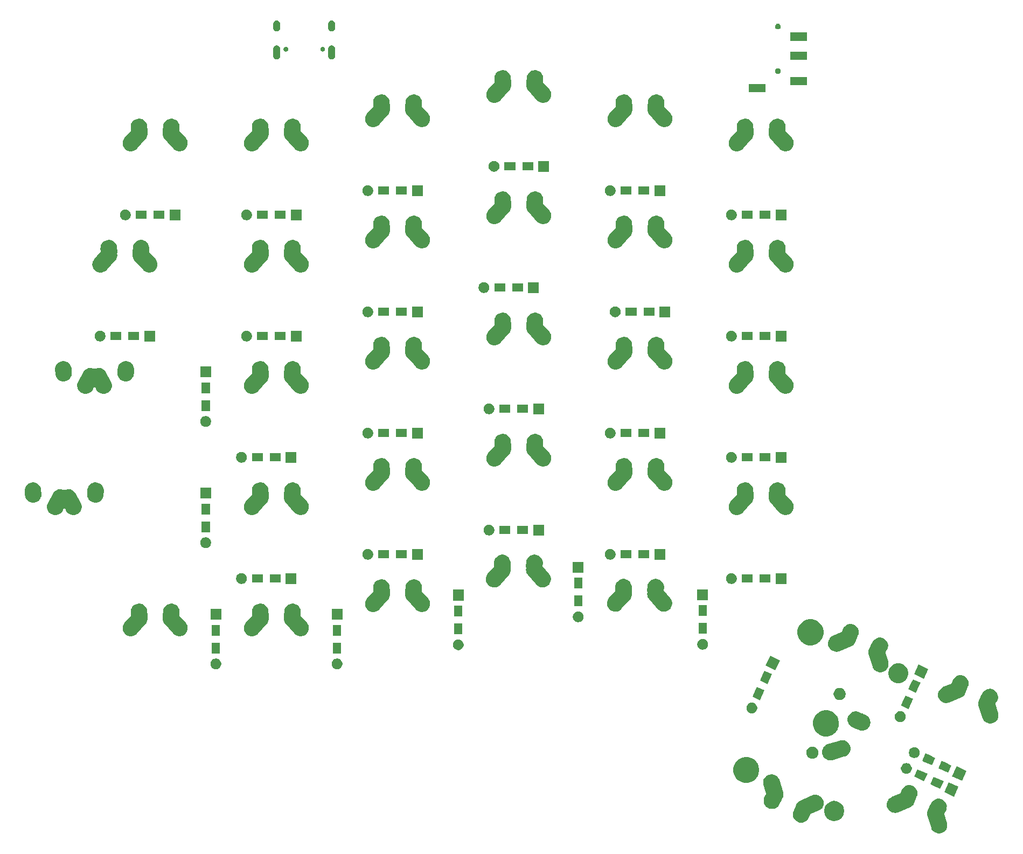
<source format=gbr>
G04 #@! TF.GenerationSoftware,KiCad,Pcbnew,(5.0.2)-1*
G04 #@! TF.CreationDate,2020-01-02T21:35:52+05:30*
G04 #@! TF.ProjectId,ergocape,6572676f-6361-4706-952e-6b696361645f,rev?*
G04 #@! TF.SameCoordinates,Original*
G04 #@! TF.FileFunction,Soldermask,Top*
G04 #@! TF.FilePolarity,Negative*
%FSLAX46Y46*%
G04 Gerber Fmt 4.6, Leading zero omitted, Abs format (unit mm)*
G04 Created by KiCad (PCBNEW (5.0.2)-1) date 1/2/2020 9:35:52 PM*
%MOMM*%
%LPD*%
G01*
G04 APERTURE LIST*
%ADD10C,0.100000*%
G04 APERTURE END LIST*
D10*
G36*
X188190454Y-140176053D02*
X188344203Y-140178254D01*
X188594813Y-140231843D01*
X188594817Y-140231845D01*
X188594818Y-140231845D01*
X188830148Y-140333292D01*
X188830151Y-140333294D01*
X189041176Y-140478707D01*
X189144701Y-140585240D01*
X189219778Y-140662497D01*
X189359091Y-140877596D01*
X189453765Y-141115743D01*
X189500159Y-141367786D01*
X189497557Y-141549502D01*
X189496490Y-141624031D01*
X189442901Y-141874640D01*
X189442899Y-141874644D01*
X189442899Y-141874645D01*
X189414386Y-141940787D01*
X189366871Y-142051009D01*
X189227668Y-142302706D01*
X189121177Y-142495256D01*
X189111477Y-142517758D01*
X189106353Y-142541721D01*
X189106002Y-142566222D01*
X189110960Y-142592087D01*
X189538405Y-143998975D01*
X189575957Y-144187328D01*
X189576013Y-144315550D01*
X189576069Y-144443602D01*
X189526181Y-144694976D01*
X189428212Y-144931785D01*
X189285927Y-145144931D01*
X189104793Y-145326224D01*
X189043776Y-145367032D01*
X188891770Y-145468695D01*
X188812862Y-145501420D01*
X188655048Y-145566870D01*
X188529382Y-145591923D01*
X188403718Y-145616976D01*
X188232868Y-145617051D01*
X188147444Y-145617088D01*
X188147443Y-145617088D01*
X187896071Y-145567201D01*
X187728562Y-145497901D01*
X187659262Y-145469232D01*
X187446117Y-145326947D01*
X187264821Y-145145809D01*
X187122354Y-144932793D01*
X187122352Y-144932790D01*
X187048777Y-144755381D01*
X186441395Y-142756247D01*
X186403843Y-142567894D01*
X186403774Y-142408669D01*
X186403731Y-142311621D01*
X186453619Y-142060248D01*
X186551588Y-141823438D01*
X186639630Y-141691549D01*
X186651172Y-141669933D01*
X186657901Y-141648294D01*
X186670647Y-141588685D01*
X186670647Y-141588684D01*
X186670648Y-141588681D01*
X186719949Y-141474316D01*
X186746677Y-141412315D01*
X187089903Y-140791717D01*
X187198881Y-140633569D01*
X187198883Y-140633566D01*
X187382668Y-140454968D01*
X187597770Y-140315653D01*
X187835917Y-140220979D01*
X188045472Y-140182406D01*
X188087955Y-140174586D01*
X188087957Y-140174586D01*
X188190454Y-140176053D01*
X188190454Y-140176053D01*
G37*
G36*
X169092345Y-139572563D02*
X169179438Y-139597990D01*
X169338350Y-139644383D01*
X169565617Y-139762817D01*
X169765407Y-139923309D01*
X169765410Y-139923312D01*
X169930055Y-140119702D01*
X170053222Y-140344438D01*
X170115012Y-140540710D01*
X170130178Y-140588885D01*
X170154701Y-140813701D01*
X170157967Y-140843649D01*
X170135520Y-141098938D01*
X170126717Y-141129089D01*
X170063700Y-141344944D01*
X169945266Y-141572209D01*
X169784774Y-141772000D01*
X169784771Y-141772003D01*
X169588381Y-141936648D01*
X169419957Y-142028953D01*
X168067457Y-142605843D01*
X168045975Y-142617616D01*
X168027197Y-142633359D01*
X168011851Y-142652463D01*
X167999855Y-142675901D01*
X167817466Y-143149681D01*
X167817464Y-143149685D01*
X167731228Y-143321294D01*
X167573698Y-143523432D01*
X167379758Y-143690954D01*
X167156860Y-143817424D01*
X166913581Y-143897975D01*
X166809865Y-143910838D01*
X166659251Y-143929518D01*
X166659246Y-143929518D01*
X166403664Y-143910839D01*
X166403661Y-143910838D01*
X166403658Y-143910838D01*
X166156622Y-143842653D01*
X166156621Y-143842653D01*
X166156619Y-143842652D01*
X165927631Y-143727583D01*
X165725493Y-143570053D01*
X165557971Y-143376113D01*
X165431501Y-143153215D01*
X165350950Y-142909936D01*
X165336931Y-142796898D01*
X165319407Y-142655606D01*
X165319407Y-142655601D01*
X165338086Y-142400019D01*
X165338087Y-142400016D01*
X165338087Y-142400013D01*
X165389187Y-142214876D01*
X165389188Y-142214874D01*
X165389190Y-142214866D01*
X165643970Y-141553041D01*
X165730208Y-141381427D01*
X165767672Y-141333354D01*
X165780767Y-141312642D01*
X165789067Y-141291548D01*
X165833508Y-141139325D01*
X165951942Y-140912059D01*
X166112434Y-140712268D01*
X166112437Y-140712265D01*
X166308827Y-140547620D01*
X166477251Y-140455315D01*
X168158595Y-139738160D01*
X168399097Y-139635577D01*
X168582291Y-139577905D01*
X168837053Y-139550116D01*
X168837055Y-139550116D01*
X169092345Y-139572563D01*
X169092345Y-139572563D01*
G37*
G36*
X172048782Y-140540703D02*
X172253567Y-140581437D01*
X172337767Y-140616314D01*
X172540197Y-140700163D01*
X172798163Y-140872530D01*
X173017537Y-141091904D01*
X173189904Y-141349870D01*
X173251141Y-141497709D01*
X173302967Y-141622828D01*
X173308630Y-141636501D01*
X173369156Y-141940786D01*
X173369156Y-142251036D01*
X173360034Y-142296897D01*
X173308630Y-142555322D01*
X173268393Y-142652463D01*
X173189904Y-142841952D01*
X173017537Y-143099918D01*
X172798163Y-143319292D01*
X172540197Y-143491659D01*
X172372293Y-143561207D01*
X172253567Y-143610385D01*
X172138611Y-143633251D01*
X171949281Y-143670911D01*
X171639031Y-143670911D01*
X171449701Y-143633251D01*
X171334745Y-143610385D01*
X171216019Y-143561207D01*
X171048115Y-143491659D01*
X170790149Y-143319292D01*
X170570775Y-143099918D01*
X170398408Y-142841952D01*
X170319919Y-142652463D01*
X170279682Y-142555322D01*
X170228278Y-142296897D01*
X170219156Y-142251036D01*
X170219156Y-141940786D01*
X170279682Y-141636501D01*
X170285346Y-141622828D01*
X170337171Y-141497709D01*
X170398408Y-141349870D01*
X170570775Y-141091904D01*
X170790149Y-140872530D01*
X171048115Y-140700163D01*
X171250545Y-140616314D01*
X171334745Y-140581437D01*
X171539530Y-140540703D01*
X171639031Y-140520911D01*
X171949281Y-140520911D01*
X172048782Y-140540703D01*
X172048782Y-140540703D01*
G37*
G36*
X183816038Y-138042186D02*
X183816041Y-138042187D01*
X183816044Y-138042187D01*
X184063080Y-138110372D01*
X184063081Y-138110372D01*
X184063083Y-138110373D01*
X184292071Y-138225442D01*
X184494209Y-138382972D01*
X184661731Y-138576912D01*
X184788201Y-138799810D01*
X184868752Y-139043089D01*
X184882088Y-139150621D01*
X184900295Y-139297419D01*
X184900295Y-139297424D01*
X184881616Y-139553007D01*
X184881615Y-139553010D01*
X184881615Y-139553013D01*
X184851969Y-139660421D01*
X184830512Y-139738160D01*
X184575732Y-140399984D01*
X184489492Y-140571601D01*
X184452031Y-140619670D01*
X184438935Y-140640381D01*
X184430635Y-140661476D01*
X184386194Y-140813701D01*
X184267760Y-141040966D01*
X184107268Y-141240757D01*
X184107265Y-141240760D01*
X183910875Y-141405405D01*
X183742451Y-141497710D01*
X181820606Y-142317446D01*
X181820603Y-142317447D01*
X181637410Y-142375120D01*
X181382649Y-142402909D01*
X181382646Y-142402909D01*
X181127358Y-142380462D01*
X181067427Y-142362965D01*
X180881352Y-142308642D01*
X180654086Y-142190208D01*
X180454295Y-142029716D01*
X180453654Y-142028952D01*
X180289647Y-141833323D01*
X180166480Y-141608587D01*
X180089524Y-141364140D01*
X180071532Y-141199195D01*
X180061735Y-141109379D01*
X180062653Y-141098938D01*
X180084182Y-140854088D01*
X180102391Y-140791716D01*
X180156002Y-140608082D01*
X180274436Y-140380816D01*
X180434928Y-140181025D01*
X180434931Y-140181022D01*
X180631321Y-140016377D01*
X180799745Y-139924072D01*
X182063268Y-139385133D01*
X182152238Y-139347184D01*
X182173727Y-139335407D01*
X182192505Y-139319664D01*
X182207851Y-139300560D01*
X182219850Y-139277114D01*
X182402234Y-138803348D01*
X182404012Y-138799809D01*
X182488472Y-138631734D01*
X182500442Y-138616374D01*
X182646004Y-138429593D01*
X182839944Y-138262071D01*
X183062838Y-138135604D01*
X183183871Y-138095529D01*
X183306125Y-138055050D01*
X183560450Y-138023507D01*
X183560456Y-138023507D01*
X183816038Y-138042186D01*
X183816038Y-138042186D01*
G37*
G36*
X162323630Y-136385824D02*
X162560440Y-136483793D01*
X162773585Y-136626077D01*
X162853186Y-136705609D01*
X162954878Y-136807212D01*
X163097350Y-137020235D01*
X163170925Y-137197643D01*
X163778307Y-139196776D01*
X163815859Y-139385129D01*
X163815895Y-139469151D01*
X163815971Y-139641403D01*
X163766083Y-139892777D01*
X163668114Y-140129586D01*
X163580073Y-140261473D01*
X163568531Y-140283089D01*
X163561802Y-140304729D01*
X163550088Y-140359509D01*
X163549054Y-140364345D01*
X163499754Y-140478707D01*
X163473025Y-140540710D01*
X163209063Y-141017986D01*
X163129797Y-141161310D01*
X163020819Y-141319460D01*
X162837035Y-141498057D01*
X162621932Y-141637372D01*
X162383786Y-141732046D01*
X162131743Y-141778440D01*
X161885635Y-141774916D01*
X161875499Y-141774771D01*
X161624889Y-141721182D01*
X161389551Y-141619731D01*
X161389550Y-141619731D01*
X161389549Y-141619730D01*
X161178523Y-141474316D01*
X160999926Y-141290532D01*
X160860611Y-141075429D01*
X160765937Y-140837283D01*
X160719543Y-140585240D01*
X160723067Y-140339132D01*
X160723212Y-140328996D01*
X160776801Y-140078386D01*
X160780201Y-140070500D01*
X160852831Y-139902016D01*
X161098525Y-139457769D01*
X161108226Y-139435267D01*
X161113350Y-139411304D01*
X161113701Y-139386803D01*
X161108744Y-139360944D01*
X160681297Y-137954048D01*
X160643745Y-137765695D01*
X160643689Y-137637473D01*
X160643633Y-137509422D01*
X160693521Y-137258049D01*
X160791490Y-137021239D01*
X160933774Y-136808094D01*
X161106287Y-136635431D01*
X161114909Y-136626801D01*
X161115992Y-136626077D01*
X161327929Y-136484331D01*
X161327932Y-136484329D01*
X161440797Y-136437522D01*
X161564654Y-136386155D01*
X161614841Y-136376150D01*
X161815984Y-136336048D01*
X161944177Y-136335992D01*
X162072257Y-136335936D01*
X162323630Y-136385824D01*
X162323630Y-136385824D01*
G37*
G36*
X191350596Y-138311644D02*
X190631299Y-139854181D01*
X189088762Y-139134884D01*
X189808059Y-137592347D01*
X191350596Y-138311644D01*
X191350596Y-138311644D01*
G37*
G36*
X188229035Y-137076713D02*
X189000303Y-137436361D01*
X188450054Y-138616374D01*
X188450053Y-138616374D01*
X187364932Y-138110373D01*
X186907517Y-137897077D01*
X187457766Y-136717064D01*
X187457767Y-136717064D01*
X188229035Y-137076713D01*
X188229035Y-137076713D01*
G37*
G36*
X158578497Y-133688894D02*
X158578499Y-133688895D01*
X158578500Y-133688895D01*
X158950648Y-133843043D01*
X159285573Y-134066833D01*
X159570402Y-134351662D01*
X159794192Y-134686587D01*
X159933845Y-135023742D01*
X159948341Y-135058738D01*
X160026925Y-135453804D01*
X160026925Y-135856616D01*
X159949643Y-136245138D01*
X159948340Y-136251685D01*
X159794192Y-136623833D01*
X159570402Y-136958758D01*
X159285573Y-137243587D01*
X158950648Y-137467377D01*
X158578500Y-137621525D01*
X158578499Y-137621525D01*
X158578497Y-137621526D01*
X158183431Y-137700110D01*
X157780619Y-137700110D01*
X157385553Y-137621526D01*
X157385551Y-137621525D01*
X157385550Y-137621525D01*
X157013402Y-137467377D01*
X156678477Y-137243587D01*
X156393648Y-136958758D01*
X156169858Y-136623833D01*
X156015710Y-136251685D01*
X156014408Y-136245138D01*
X155937125Y-135856616D01*
X155937125Y-135453804D01*
X156015709Y-135058738D01*
X156030205Y-135023742D01*
X156169858Y-134686587D01*
X156393648Y-134351662D01*
X156678477Y-134066833D01*
X157013402Y-133843043D01*
X157385550Y-133688895D01*
X157385551Y-133688895D01*
X157385553Y-133688894D01*
X157780619Y-133610310D01*
X158183431Y-133610310D01*
X158578497Y-133688894D01*
X158578497Y-133688894D01*
G37*
G36*
X185517261Y-135812191D02*
X186462641Y-136253029D01*
X185912392Y-137433042D01*
X185912391Y-137433042D01*
X184913005Y-136967020D01*
X184369855Y-136713745D01*
X184920104Y-135533732D01*
X184920105Y-135533732D01*
X185517261Y-135812191D01*
X185517261Y-135812191D01*
G37*
G36*
X192600365Y-135812191D02*
X191881068Y-137354728D01*
X190338531Y-136635431D01*
X191057828Y-135092894D01*
X192600365Y-135812191D01*
X192600365Y-135812191D01*
G37*
G36*
X183398707Y-134608545D02*
X183553579Y-134672695D01*
X183692960Y-134765827D01*
X183811494Y-134884361D01*
X183904626Y-135023742D01*
X183968776Y-135178614D01*
X184001479Y-135343026D01*
X184001479Y-135510658D01*
X183968776Y-135675070D01*
X183904626Y-135829942D01*
X183811494Y-135969323D01*
X183692960Y-136087857D01*
X183553579Y-136180989D01*
X183398707Y-136245139D01*
X183234295Y-136277842D01*
X183066663Y-136277842D01*
X182902251Y-136245139D01*
X182747379Y-136180989D01*
X182607998Y-136087857D01*
X182489464Y-135969323D01*
X182396332Y-135829942D01*
X182332182Y-135675070D01*
X182299479Y-135510658D01*
X182299479Y-135343026D01*
X182332182Y-135178614D01*
X182396332Y-135023742D01*
X182489464Y-134884361D01*
X182607998Y-134765827D01*
X182747379Y-134672695D01*
X182902251Y-134608545D01*
X183066663Y-134575842D01*
X183234295Y-134575842D01*
X183398707Y-134608545D01*
X183398707Y-134608545D01*
G37*
G36*
X189475764Y-134575842D02*
X190250072Y-134936908D01*
X189699823Y-136116921D01*
X189699822Y-136116921D01*
X188752271Y-135675070D01*
X188157286Y-135397624D01*
X188707535Y-134217611D01*
X188707536Y-134217611D01*
X189475764Y-134575842D01*
X189475764Y-134575842D01*
G37*
G36*
X186720507Y-133291044D02*
X187712410Y-133753576D01*
X187162161Y-134933589D01*
X187162160Y-134933589D01*
X185914211Y-134351660D01*
X185619624Y-134214292D01*
X186169873Y-133034279D01*
X186169874Y-133034279D01*
X186720507Y-133291044D01*
X186720507Y-133291044D01*
G37*
G36*
X173347260Y-131007833D02*
X173347312Y-131007844D01*
X173456443Y-131029502D01*
X173456448Y-131029504D01*
X173456760Y-131029566D01*
X173588679Y-131084208D01*
X173588729Y-131084229D01*
X173693540Y-131127590D01*
X173810327Y-131205624D01*
X173810372Y-131205654D01*
X173857491Y-131237108D01*
X173906398Y-131269756D01*
X173906399Y-131269757D01*
X173906658Y-131269930D01*
X174003859Y-131367131D01*
X174003897Y-131367170D01*
X174087903Y-131451103D01*
X174162873Y-131563303D01*
X174230162Y-131663913D01*
X174230163Y-131663915D01*
X174230326Y-131664159D01*
X174280787Y-131785983D01*
X174280808Y-131786033D01*
X174328448Y-131900902D01*
X174353449Y-132026593D01*
X174353459Y-132026646D01*
X174378498Y-132152241D01*
X174378498Y-132277800D01*
X174378555Y-132408516D01*
X174354545Y-132529221D01*
X174328668Y-132659612D01*
X174328666Y-132659617D01*
X174328614Y-132659879D01*
X174282536Y-132771123D01*
X174282515Y-132771173D01*
X174230599Y-132896663D01*
X174164645Y-132995371D01*
X174164615Y-132995416D01*
X174088265Y-133109789D01*
X174004732Y-133193322D01*
X174004693Y-133193360D01*
X173907095Y-133291044D01*
X173857601Y-133324114D01*
X173810281Y-133355732D01*
X173694257Y-133433331D01*
X173694254Y-133433332D01*
X173694042Y-133433474D01*
X173693754Y-133433593D01*
X173693753Y-133433594D01*
X173615210Y-133466128D01*
X173586975Y-133477823D01*
X173516848Y-133506906D01*
X173516845Y-133506907D01*
X173511552Y-133509102D01*
X173510885Y-133509341D01*
X173456985Y-133531667D01*
X173400378Y-133542927D01*
X173388435Y-133545921D01*
X171517714Y-134114288D01*
X171329361Y-134151840D01*
X171201139Y-134151896D01*
X171073088Y-134151952D01*
X170821715Y-134102064D01*
X170584905Y-134004095D01*
X170371760Y-133861811D01*
X170255533Y-133745685D01*
X170190467Y-133680676D01*
X170181500Y-133667268D01*
X170047997Y-133467656D01*
X170047995Y-133467653D01*
X169974823Y-133291216D01*
X169949821Y-133230931D01*
X169925712Y-133110002D01*
X169899714Y-132979601D01*
X169899651Y-132834797D01*
X169899602Y-132723328D01*
X169949490Y-132471955D01*
X170047459Y-132235145D01*
X170189743Y-132022000D01*
X170311001Y-131900637D01*
X170370878Y-131840707D01*
X170431888Y-131799903D01*
X170583898Y-131698237D01*
X170583901Y-131698235D01*
X170761309Y-131624660D01*
X172632496Y-131056151D01*
X172643990Y-131052035D01*
X172698010Y-131029659D01*
X172841190Y-131001179D01*
X172948795Y-130979726D01*
X172948797Y-130979726D01*
X172949113Y-130979663D01*
X173094061Y-130979663D01*
X173205392Y-130979614D01*
X173347260Y-131007833D01*
X173347260Y-131007833D01*
G37*
G36*
X168639308Y-132014010D02*
X168812378Y-132085698D01*
X168968142Y-132189776D01*
X169100600Y-132322234D01*
X169204678Y-132477998D01*
X169276366Y-132651068D01*
X169312912Y-132834797D01*
X169312912Y-133022131D01*
X169276366Y-133205860D01*
X169204678Y-133378930D01*
X169100600Y-133534694D01*
X168968142Y-133667152D01*
X168812378Y-133771230D01*
X168639308Y-133842918D01*
X168455579Y-133879464D01*
X168268245Y-133879464D01*
X168084516Y-133842918D01*
X167911446Y-133771230D01*
X167755682Y-133667152D01*
X167623224Y-133534694D01*
X167519146Y-133378930D01*
X167447458Y-133205860D01*
X167410912Y-133022131D01*
X167410912Y-132834797D01*
X167447458Y-132651068D01*
X167519146Y-132477998D01*
X167623224Y-132322234D01*
X167755682Y-132189776D01*
X167911446Y-132085698D01*
X168084516Y-132014010D01*
X168268245Y-131977464D01*
X168455579Y-131977464D01*
X168639308Y-132014010D01*
X168639308Y-132014010D01*
G37*
G36*
X184648476Y-132109092D02*
X184803348Y-132173242D01*
X184942729Y-132266374D01*
X185061263Y-132384908D01*
X185154395Y-132524289D01*
X185218545Y-132679161D01*
X185251248Y-132843573D01*
X185251248Y-133011205D01*
X185218545Y-133175617D01*
X185154395Y-133330489D01*
X185061263Y-133469870D01*
X184942729Y-133588404D01*
X184803348Y-133681536D01*
X184648476Y-133745686D01*
X184484064Y-133778389D01*
X184316432Y-133778389D01*
X184152020Y-133745686D01*
X183997148Y-133681536D01*
X183857767Y-133588404D01*
X183739233Y-133469870D01*
X183646101Y-133330489D01*
X183581951Y-133175617D01*
X183549248Y-133011205D01*
X183549248Y-132843573D01*
X183581951Y-132679161D01*
X183646101Y-132524289D01*
X183739233Y-132384908D01*
X183857767Y-132266374D01*
X183997148Y-132173242D01*
X184152020Y-132109092D01*
X184316432Y-132076389D01*
X184484064Y-132076389D01*
X184648476Y-132109092D01*
X184648476Y-132109092D01*
G37*
G36*
X171105285Y-126358104D02*
X171105287Y-126358105D01*
X171105288Y-126358105D01*
X171477436Y-126512253D01*
X171812361Y-126736043D01*
X172097190Y-127020872D01*
X172320980Y-127355797D01*
X172450145Y-127667630D01*
X172475129Y-127727948D01*
X172553713Y-128123014D01*
X172553713Y-128525826D01*
X172485445Y-128869032D01*
X172475128Y-128920895D01*
X172320980Y-129293043D01*
X172097190Y-129627968D01*
X171812361Y-129912797D01*
X171477436Y-130136587D01*
X171105288Y-130290735D01*
X171105287Y-130290735D01*
X171105285Y-130290736D01*
X170710219Y-130369320D01*
X170307407Y-130369320D01*
X169912341Y-130290736D01*
X169912339Y-130290735D01*
X169912338Y-130290735D01*
X169540190Y-130136587D01*
X169205265Y-129912797D01*
X168920436Y-129627968D01*
X168696646Y-129293043D01*
X168542498Y-128920895D01*
X168532182Y-128869032D01*
X168463913Y-128525826D01*
X168463913Y-128123014D01*
X168542497Y-127727948D01*
X168567481Y-127667630D01*
X168696646Y-127355797D01*
X168920436Y-127020872D01*
X169205265Y-126736043D01*
X169540190Y-126512253D01*
X169912338Y-126358105D01*
X169912339Y-126358105D01*
X169912341Y-126358104D01*
X170307407Y-126279520D01*
X170710219Y-126279520D01*
X171105285Y-126358104D01*
X171105285Y-126358104D01*
G37*
G36*
X175570075Y-126498120D02*
X175570077Y-126498121D01*
X175570078Y-126498121D01*
X175806845Y-126596193D01*
X175920818Y-126672347D01*
X175935755Y-126682328D01*
X175957366Y-126693879D01*
X175980815Y-126700992D01*
X176023232Y-126709429D01*
X176116879Y-126748219D01*
X176119714Y-126749353D01*
X176248546Y-126799065D01*
X176538705Y-126911028D01*
X176559314Y-126917006D01*
X176565793Y-126918295D01*
X176676798Y-126964275D01*
X176679598Y-126965394D01*
X176714200Y-126978746D01*
X176721530Y-126982437D01*
X176729885Y-126986264D01*
X176802563Y-127016368D01*
X176837892Y-127039975D01*
X176851107Y-127047678D01*
X176885743Y-127065117D01*
X176942869Y-127109709D01*
X176950337Y-127115108D01*
X177015649Y-127158748D01*
X177045640Y-127188739D01*
X177057114Y-127198886D01*
X177087759Y-127222807D01*
X177135218Y-127277837D01*
X177141490Y-127284589D01*
X177196858Y-127339957D01*
X177220347Y-127375111D01*
X177229621Y-127387302D01*
X177255132Y-127416882D01*
X177291089Y-127480371D01*
X177295922Y-127488215D01*
X177339237Y-127553042D01*
X177355338Y-127591913D01*
X177362056Y-127605679D01*
X177381423Y-127639875D01*
X177404427Y-127709534D01*
X177407637Y-127718172D01*
X177437311Y-127789811D01*
X177445469Y-127830825D01*
X177449370Y-127845631D01*
X177461784Y-127883222D01*
X177468682Y-127939198D01*
X177470815Y-127956511D01*
X177472279Y-127965609D01*
X177487307Y-128041160D01*
X177487307Y-128082665D01*
X177488245Y-128097953D01*
X177493128Y-128137576D01*
X177487647Y-128211764D01*
X177487307Y-128220973D01*
X177487307Y-128297438D01*
X177479276Y-128337813D01*
X177477214Y-128352989D01*
X177474247Y-128393149D01*
X177454243Y-128465402D01*
X177452113Y-128474369D01*
X177441878Y-128525826D01*
X177437310Y-128548787D01*
X177421692Y-128586492D01*
X177416713Y-128600961D01*
X177405868Y-128640134D01*
X177371873Y-128707652D01*
X177368041Y-128716018D01*
X177339239Y-128785553D01*
X177316769Y-128819181D01*
X177309058Y-128832409D01*
X177290619Y-128869032D01*
X177250138Y-128920892D01*
X177243742Y-128929085D01*
X177238343Y-128936554D01*
X177196858Y-128998641D01*
X177168517Y-129026982D01*
X177158370Y-129038455D01*
X177132927Y-129071050D01*
X177074796Y-129121183D01*
X177068044Y-129127455D01*
X177015649Y-129179850D01*
X176982601Y-129201932D01*
X176970413Y-129211205D01*
X176938857Y-129238419D01*
X176911666Y-129253818D01*
X176871592Y-129276515D01*
X176863747Y-129281348D01*
X176802561Y-129322231D01*
X176766134Y-129337319D01*
X176752368Y-129344037D01*
X176715866Y-129364710D01*
X176642015Y-129389098D01*
X176633376Y-129392309D01*
X176565793Y-129420303D01*
X176527374Y-129427945D01*
X176512563Y-129431848D01*
X176472518Y-129445072D01*
X176472516Y-129445072D01*
X176472514Y-129445073D01*
X176394958Y-129454630D01*
X176385860Y-129456094D01*
X176314446Y-129470299D01*
X176275480Y-129470299D01*
X176260192Y-129471237D01*
X176218159Y-129476417D01*
X176139951Y-129470639D01*
X176130742Y-129470299D01*
X176058170Y-129470299D01*
X176020093Y-129462725D01*
X176004915Y-129460663D01*
X175962584Y-129457536D01*
X175886852Y-129436569D01*
X175877886Y-129434439D01*
X175806822Y-129420303D01*
X175806820Y-129420302D01*
X175806819Y-129420302D01*
X175713181Y-129381516D01*
X175710385Y-129380398D01*
X175291347Y-129218704D01*
X175270732Y-129212725D01*
X175264259Y-129211437D01*
X175264257Y-129211436D01*
X175264256Y-129211436D01*
X175153279Y-129165468D01*
X175150443Y-129164334D01*
X175115849Y-129150985D01*
X175108534Y-129147302D01*
X175100154Y-129143463D01*
X175027491Y-129113365D01*
X175027490Y-129113365D01*
X175027489Y-129113364D01*
X174992159Y-129089757D01*
X174978946Y-129082056D01*
X174944307Y-129064615D01*
X174902394Y-129031898D01*
X174881699Y-129018791D01*
X174849873Y-129007840D01*
X174811104Y-129000128D01*
X174574335Y-128902055D01*
X174361248Y-128759675D01*
X174180039Y-128578466D01*
X174037659Y-128365379D01*
X174009516Y-128297436D01*
X173939587Y-128128612D01*
X173938474Y-128123015D01*
X173889590Y-127877263D01*
X173889590Y-127620985D01*
X173939586Y-127369639D01*
X173942751Y-127361999D01*
X174037659Y-127132869D01*
X174180037Y-126919785D01*
X174180039Y-126919782D01*
X174361248Y-126738573D01*
X174574335Y-126596193D01*
X174678530Y-126553034D01*
X174811102Y-126498121D01*
X174811103Y-126498121D01*
X174811105Y-126498120D01*
X175062451Y-126448124D01*
X175318729Y-126448124D01*
X175570075Y-126498120D01*
X175570075Y-126498120D01*
G37*
G36*
X196241333Y-122910890D02*
X196395082Y-122913091D01*
X196645692Y-122966680D01*
X196645696Y-122966682D01*
X196645697Y-122966682D01*
X196881027Y-123068129D01*
X196881030Y-123068131D01*
X197092055Y-123213544D01*
X197182324Y-123306436D01*
X197270657Y-123397334D01*
X197409970Y-123612433D01*
X197504644Y-123850580D01*
X197551038Y-124102623D01*
X197549033Y-124242646D01*
X197547369Y-124358868D01*
X197493780Y-124609477D01*
X197417750Y-124785846D01*
X197284134Y-125027441D01*
X197172056Y-125230093D01*
X197162356Y-125252595D01*
X197157232Y-125276558D01*
X197156881Y-125301059D01*
X197161839Y-125326924D01*
X197589284Y-126733812D01*
X197626836Y-126922165D01*
X197626877Y-127016368D01*
X197626948Y-127178439D01*
X197577060Y-127429813D01*
X197479091Y-127666622D01*
X197336806Y-127879768D01*
X197155672Y-128061061D01*
X197054669Y-128128612D01*
X196942649Y-128203532D01*
X196900594Y-128220973D01*
X196705927Y-128301707D01*
X196580261Y-128326760D01*
X196454597Y-128351813D01*
X196283752Y-128351888D01*
X196198323Y-128351925D01*
X196198322Y-128351925D01*
X195946950Y-128302038D01*
X195779441Y-128232738D01*
X195710141Y-128204069D01*
X195496996Y-128061784D01*
X195315700Y-127880646D01*
X195173233Y-127667630D01*
X195173231Y-127667627D01*
X195099656Y-127490218D01*
X194492274Y-125491084D01*
X194454722Y-125302731D01*
X194454653Y-125143506D01*
X194454610Y-125046458D01*
X194504498Y-124795085D01*
X194602467Y-124558275D01*
X194690509Y-124426386D01*
X194702051Y-124404770D01*
X194708780Y-124383131D01*
X194721526Y-124323522D01*
X194721526Y-124323521D01*
X194721527Y-124323518D01*
X194768474Y-124214616D01*
X194797556Y-124147152D01*
X195140782Y-123526554D01*
X195249760Y-123368406D01*
X195249762Y-123368403D01*
X195433547Y-123189805D01*
X195648649Y-123050490D01*
X195886796Y-122955816D01*
X196096351Y-122917243D01*
X196138834Y-122909423D01*
X196138836Y-122909423D01*
X196241333Y-122910890D01*
X196241333Y-122910890D01*
G37*
G36*
X182437492Y-126459886D02*
X182592364Y-126524036D01*
X182731745Y-126617168D01*
X182850279Y-126735702D01*
X182943411Y-126875083D01*
X183007561Y-127029955D01*
X183040264Y-127194367D01*
X183040264Y-127361999D01*
X183007561Y-127526411D01*
X182943411Y-127681283D01*
X182850279Y-127820664D01*
X182731745Y-127939198D01*
X182592364Y-128032330D01*
X182437492Y-128096480D01*
X182273080Y-128129183D01*
X182105448Y-128129183D01*
X181941036Y-128096480D01*
X181786164Y-128032330D01*
X181646783Y-127939198D01*
X181528249Y-127820664D01*
X181435117Y-127681283D01*
X181370967Y-127526411D01*
X181338264Y-127361999D01*
X181338264Y-127194367D01*
X181370967Y-127029955D01*
X181435117Y-126875083D01*
X181528249Y-126735702D01*
X181646783Y-126617168D01*
X181786164Y-126524036D01*
X181941036Y-126459886D01*
X182105448Y-126427183D01*
X182273080Y-126427183D01*
X182437492Y-126459886D01*
X182437492Y-126459886D01*
G37*
G36*
X159102865Y-125099903D02*
X159257737Y-125164053D01*
X159397118Y-125257185D01*
X159515652Y-125375719D01*
X159608784Y-125515100D01*
X159672934Y-125669972D01*
X159705637Y-125834384D01*
X159705637Y-126002016D01*
X159672934Y-126166428D01*
X159608784Y-126321300D01*
X159515652Y-126460681D01*
X159397118Y-126579215D01*
X159257737Y-126672347D01*
X159102865Y-126736497D01*
X158938453Y-126769200D01*
X158770821Y-126769200D01*
X158606409Y-126736497D01*
X158451537Y-126672347D01*
X158312156Y-126579215D01*
X158193622Y-126460681D01*
X158100490Y-126321300D01*
X158036340Y-126166428D01*
X158003637Y-126002016D01*
X158003637Y-125834384D01*
X158036340Y-125669972D01*
X158100490Y-125515100D01*
X158193622Y-125375719D01*
X158312156Y-125257185D01*
X158451537Y-125164053D01*
X158606409Y-125099903D01*
X158770821Y-125067200D01*
X158938453Y-125067200D01*
X159102865Y-125099903D01*
X159102865Y-125099903D01*
G37*
G36*
X184195464Y-124516270D02*
X184195464Y-124516271D01*
X183923311Y-125099904D01*
X183514230Y-125977181D01*
X183476167Y-126058806D01*
X183476167Y-126058807D01*
X182296154Y-125508558D01*
X182343771Y-125406444D01*
X182684291Y-124676195D01*
X183015451Y-123966021D01*
X184195464Y-124516270D01*
X184195464Y-124516270D01*
G37*
G36*
X191866917Y-120777023D02*
X191866920Y-120777024D01*
X191866923Y-120777024D01*
X192113959Y-120845209D01*
X192113960Y-120845209D01*
X192113962Y-120845210D01*
X192342950Y-120960279D01*
X192545088Y-121117809D01*
X192712610Y-121311749D01*
X192839080Y-121534647D01*
X192919631Y-121777926D01*
X192919631Y-121777930D01*
X192951174Y-122032256D01*
X192951174Y-122032261D01*
X192932495Y-122287844D01*
X192932494Y-122287847D01*
X192932494Y-122287850D01*
X192905636Y-122385157D01*
X192881391Y-122472997D01*
X192626611Y-123134821D01*
X192540371Y-123306438D01*
X192502910Y-123354507D01*
X192489814Y-123375218D01*
X192481514Y-123396313D01*
X192437073Y-123548538D01*
X192318639Y-123775803D01*
X192158147Y-123975594D01*
X192158144Y-123975597D01*
X191961754Y-124140242D01*
X191793330Y-124232547D01*
X189871485Y-125052283D01*
X189871482Y-125052284D01*
X189688289Y-125109957D01*
X189433528Y-125137746D01*
X189433525Y-125137746D01*
X189178237Y-125115299D01*
X189118306Y-125097802D01*
X188932231Y-125043479D01*
X188704965Y-124925045D01*
X188505174Y-124764553D01*
X188505171Y-124764550D01*
X188340526Y-124568160D01*
X188217359Y-124343424D01*
X188140403Y-124098977D01*
X188126945Y-123975594D01*
X188112614Y-123844216D01*
X188112614Y-123844213D01*
X188135061Y-123588925D01*
X188153270Y-123526553D01*
X188206881Y-123342919D01*
X188325315Y-123115653D01*
X188485807Y-122915862D01*
X188485810Y-122915859D01*
X188682200Y-122751214D01*
X188850624Y-122658909D01*
X190203116Y-122082021D01*
X190224606Y-122070244D01*
X190243384Y-122054501D01*
X190258730Y-122035397D01*
X190270729Y-122011951D01*
X190453113Y-121538185D01*
X190491945Y-121460910D01*
X190539351Y-121366571D01*
X190582074Y-121311750D01*
X190696883Y-121164430D01*
X190890823Y-120996908D01*
X191113717Y-120870441D01*
X191234750Y-120830366D01*
X191357004Y-120789887D01*
X191611329Y-120758344D01*
X191611335Y-120758344D01*
X191866917Y-120777023D01*
X191866917Y-120777023D01*
G37*
G36*
X160860837Y-123156287D02*
X160860837Y-123156288D01*
X160618445Y-123676098D01*
X160171381Y-124634830D01*
X160141540Y-124698823D01*
X160141540Y-124698824D01*
X158961527Y-124148575D01*
X158962187Y-124147160D01*
X159434247Y-123134825D01*
X159680824Y-122606038D01*
X160860837Y-123156287D01*
X160860837Y-123156287D01*
G37*
G36*
X172933110Y-122805922D02*
X173106180Y-122877610D01*
X173261944Y-122981688D01*
X173394402Y-123114146D01*
X173498480Y-123269910D01*
X173570168Y-123442980D01*
X173606714Y-123626709D01*
X173606714Y-123814043D01*
X173570168Y-123997772D01*
X173498480Y-124170842D01*
X173394402Y-124326606D01*
X173261944Y-124459064D01*
X173106180Y-124563142D01*
X172933110Y-124634830D01*
X172749381Y-124671376D01*
X172562047Y-124671376D01*
X172378318Y-124634830D01*
X172205248Y-124563142D01*
X172049484Y-124459064D01*
X171917026Y-124326606D01*
X171812948Y-124170842D01*
X171741260Y-123997772D01*
X171704714Y-123814043D01*
X171704714Y-123626709D01*
X171741260Y-123442980D01*
X171812948Y-123269910D01*
X171917026Y-123114146D01*
X172049484Y-122981688D01*
X172205248Y-122877610D01*
X172378318Y-122805922D01*
X172562047Y-122769376D01*
X172749381Y-122769376D01*
X172933110Y-122805922D01*
X172933110Y-122805922D01*
G37*
G36*
X185378796Y-121978608D02*
X185378796Y-121978609D01*
X185086221Y-122606038D01*
X184730724Y-123368403D01*
X184659499Y-123521144D01*
X184659499Y-123521145D01*
X183479486Y-122970896D01*
X183481452Y-122966680D01*
X183908754Y-122050328D01*
X184198783Y-121428359D01*
X185378796Y-121978608D01*
X185378796Y-121978608D01*
G37*
G36*
X162044169Y-120618625D02*
X162044169Y-120618626D01*
X161771695Y-121202947D01*
X161340846Y-122126906D01*
X161324872Y-122161161D01*
X161324872Y-122161162D01*
X160144859Y-121610913D01*
X160151266Y-121597174D01*
X160607571Y-120618625D01*
X160864156Y-120068376D01*
X162044169Y-120618625D01*
X162044169Y-120618625D01*
G37*
G36*
X182180621Y-118909934D02*
X182344001Y-118942432D01*
X182462727Y-118991610D01*
X182630631Y-119061158D01*
X182888597Y-119233525D01*
X183107971Y-119452899D01*
X183280338Y-119710865D01*
X183335795Y-119844750D01*
X183399064Y-119997495D01*
X183459590Y-120301782D01*
X183459590Y-120612030D01*
X183399064Y-120916317D01*
X183380854Y-120960279D01*
X183280338Y-121202947D01*
X183107971Y-121460913D01*
X182888597Y-121680287D01*
X182630631Y-121852654D01*
X182462727Y-121922202D01*
X182344001Y-121971380D01*
X182191857Y-122001643D01*
X182039715Y-122031906D01*
X181729465Y-122031906D01*
X181577323Y-122001643D01*
X181425179Y-121971380D01*
X181306453Y-121922202D01*
X181138549Y-121852654D01*
X180880583Y-121680287D01*
X180661209Y-121460913D01*
X180488842Y-121202947D01*
X180388326Y-120960279D01*
X180370116Y-120916317D01*
X180309590Y-120612030D01*
X180309590Y-120301782D01*
X180370116Y-119997495D01*
X180433385Y-119844750D01*
X180488842Y-119710865D01*
X180661209Y-119452899D01*
X180880583Y-119233525D01*
X181138549Y-119061158D01*
X181306453Y-118991610D01*
X181425179Y-118942432D01*
X181588559Y-118909934D01*
X181729465Y-118881906D01*
X182039715Y-118881906D01*
X182180621Y-118909934D01*
X182180621Y-118909934D01*
G37*
G36*
X186616603Y-119797363D02*
X185897306Y-121339900D01*
X184354769Y-120620603D01*
X185074066Y-119078066D01*
X186616603Y-119797363D01*
X186616603Y-119797363D01*
G37*
G36*
X178963960Y-114848159D02*
X179117709Y-114850360D01*
X179368319Y-114903949D01*
X179368323Y-114903951D01*
X179368324Y-114903951D01*
X179603654Y-115005398D01*
X179603657Y-115005400D01*
X179814682Y-115150813D01*
X179904951Y-115243705D01*
X179993284Y-115334603D01*
X180132597Y-115549702D01*
X180227271Y-115787849D01*
X180273665Y-116039892D01*
X180271660Y-116179915D01*
X180269996Y-116296137D01*
X180216407Y-116546746D01*
X180140377Y-116723115D01*
X180006761Y-116964710D01*
X179894683Y-117167362D01*
X179884983Y-117189864D01*
X179879859Y-117213827D01*
X179879508Y-117238328D01*
X179884466Y-117264193D01*
X180311911Y-118671081D01*
X180349463Y-118859434D01*
X180349499Y-118942432D01*
X180349575Y-119115708D01*
X180299687Y-119367082D01*
X180201718Y-119603891D01*
X180059433Y-119817037D01*
X179878299Y-119998330D01*
X179773564Y-120068377D01*
X179665276Y-120140801D01*
X179586368Y-120173526D01*
X179428554Y-120238976D01*
X179302888Y-120264029D01*
X179177224Y-120289082D01*
X179006377Y-120289157D01*
X178920950Y-120289194D01*
X178920949Y-120289194D01*
X178669577Y-120239307D01*
X178502068Y-120170007D01*
X178432768Y-120141338D01*
X178219623Y-119999053D01*
X178038327Y-119817915D01*
X177895860Y-119604899D01*
X177895858Y-119604896D01*
X177822283Y-119427487D01*
X177214901Y-117428353D01*
X177177349Y-117240000D01*
X177177280Y-117080775D01*
X177177237Y-116983727D01*
X177227125Y-116732354D01*
X177325094Y-116495544D01*
X177413136Y-116363655D01*
X177424678Y-116342039D01*
X177431407Y-116320400D01*
X177444153Y-116260791D01*
X177444153Y-116260790D01*
X177444154Y-116260787D01*
X177491101Y-116151885D01*
X177520183Y-116084421D01*
X177863409Y-115463823D01*
X177972387Y-115305675D01*
X177972389Y-115305672D01*
X178156174Y-115127074D01*
X178371276Y-114987759D01*
X178609423Y-114893085D01*
X178818978Y-114854512D01*
X178861461Y-114846692D01*
X178861463Y-114846692D01*
X178963960Y-114848159D01*
X178963960Y-114848159D01*
G37*
G36*
X163281976Y-118437380D02*
X162562679Y-119979917D01*
X161020142Y-119260620D01*
X161739439Y-117718083D01*
X163281976Y-118437380D01*
X163281976Y-118437380D01*
G37*
G36*
X74860728Y-118175453D02*
X75015600Y-118239603D01*
X75154981Y-118332735D01*
X75273515Y-118451269D01*
X75366647Y-118590650D01*
X75430797Y-118745522D01*
X75463500Y-118909934D01*
X75463500Y-119077566D01*
X75430797Y-119241978D01*
X75366647Y-119396850D01*
X75273515Y-119536231D01*
X75154981Y-119654765D01*
X75015600Y-119747897D01*
X74860728Y-119812047D01*
X74696316Y-119844750D01*
X74528684Y-119844750D01*
X74364272Y-119812047D01*
X74209400Y-119747897D01*
X74070019Y-119654765D01*
X73951485Y-119536231D01*
X73858353Y-119396850D01*
X73794203Y-119241978D01*
X73761500Y-119077566D01*
X73761500Y-118909934D01*
X73794203Y-118745522D01*
X73858353Y-118590650D01*
X73951485Y-118451269D01*
X74070019Y-118332735D01*
X74209400Y-118239603D01*
X74364272Y-118175453D01*
X74528684Y-118142750D01*
X74696316Y-118142750D01*
X74860728Y-118175453D01*
X74860728Y-118175453D01*
G37*
G36*
X93910728Y-118175453D02*
X94065600Y-118239603D01*
X94204981Y-118332735D01*
X94323515Y-118451269D01*
X94416647Y-118590650D01*
X94480797Y-118745522D01*
X94513500Y-118909934D01*
X94513500Y-119077566D01*
X94480797Y-119241978D01*
X94416647Y-119396850D01*
X94323515Y-119536231D01*
X94204981Y-119654765D01*
X94065600Y-119747897D01*
X93910728Y-119812047D01*
X93746316Y-119844750D01*
X93578684Y-119844750D01*
X93414272Y-119812047D01*
X93259400Y-119747897D01*
X93120019Y-119654765D01*
X93001485Y-119536231D01*
X92908353Y-119396850D01*
X92844203Y-119241978D01*
X92811500Y-119077566D01*
X92811500Y-118909934D01*
X92844203Y-118745522D01*
X92908353Y-118590650D01*
X93001485Y-118451269D01*
X93120019Y-118332735D01*
X93259400Y-118239603D01*
X93414272Y-118175453D01*
X93578684Y-118142750D01*
X93746316Y-118142750D01*
X93910728Y-118175453D01*
X93910728Y-118175453D01*
G37*
G36*
X94313500Y-117344750D02*
X93011500Y-117344750D01*
X93011500Y-115642750D01*
X94313500Y-115642750D01*
X94313500Y-117344750D01*
X94313500Y-117344750D01*
G37*
G36*
X75263500Y-117344750D02*
X73961500Y-117344750D01*
X73961500Y-115642750D01*
X75263500Y-115642750D01*
X75263500Y-117344750D01*
X75263500Y-117344750D01*
G37*
G36*
X174589544Y-112714292D02*
X174589547Y-112714293D01*
X174589550Y-112714293D01*
X174836586Y-112782478D01*
X174836587Y-112782478D01*
X174836589Y-112782479D01*
X175065577Y-112897548D01*
X175267715Y-113055078D01*
X175435237Y-113249018D01*
X175561707Y-113471916D01*
X175642258Y-113715195D01*
X175642258Y-113715199D01*
X175673801Y-113969525D01*
X175673801Y-113969530D01*
X175655122Y-114225113D01*
X175655121Y-114225116D01*
X175655121Y-114225119D01*
X175618414Y-114358110D01*
X175604018Y-114410266D01*
X175349238Y-115072090D01*
X175262998Y-115243707D01*
X175225537Y-115291776D01*
X175212441Y-115312487D01*
X175204141Y-115333582D01*
X175159700Y-115485807D01*
X175041266Y-115713072D01*
X174880774Y-115912863D01*
X174880771Y-115912866D01*
X174684381Y-116077511D01*
X174515957Y-116169816D01*
X172594112Y-116989552D01*
X172594109Y-116989553D01*
X172410916Y-117047226D01*
X172156155Y-117075015D01*
X172156152Y-117075015D01*
X171900864Y-117052568D01*
X171840933Y-117035071D01*
X171654858Y-116980748D01*
X171427592Y-116862314D01*
X171227801Y-116701822D01*
X171227798Y-116701819D01*
X171063153Y-116505429D01*
X170939986Y-116280693D01*
X170863030Y-116036246D01*
X170845038Y-115871301D01*
X170835241Y-115781485D01*
X170835241Y-115781482D01*
X170857688Y-115526194D01*
X170875897Y-115463822D01*
X170929508Y-115280188D01*
X171047942Y-115052922D01*
X171208434Y-114853131D01*
X171208437Y-114853128D01*
X171404827Y-114688483D01*
X171573251Y-114596178D01*
X172925743Y-114019290D01*
X172947233Y-114007513D01*
X172966011Y-113991770D01*
X172981357Y-113972666D01*
X172993356Y-113949220D01*
X173175740Y-113475454D01*
X173203741Y-113419732D01*
X173261978Y-113303840D01*
X173304701Y-113249019D01*
X173419510Y-113101699D01*
X173613450Y-112934177D01*
X173836344Y-112807710D01*
X173957377Y-112767635D01*
X174079631Y-112727156D01*
X174333956Y-112695613D01*
X174333962Y-112695613D01*
X174589544Y-112714292D01*
X174589544Y-112714292D01*
G37*
G36*
X112960728Y-115159203D02*
X113115600Y-115223353D01*
X113254981Y-115316485D01*
X113373515Y-115435019D01*
X113466647Y-115574400D01*
X113530797Y-115729272D01*
X113563500Y-115893684D01*
X113563500Y-116061316D01*
X113530797Y-116225728D01*
X113466647Y-116380600D01*
X113373515Y-116519981D01*
X113254981Y-116638515D01*
X113115600Y-116731647D01*
X112960728Y-116795797D01*
X112796316Y-116828500D01*
X112628684Y-116828500D01*
X112464272Y-116795797D01*
X112309400Y-116731647D01*
X112170019Y-116638515D01*
X112051485Y-116519981D01*
X111958353Y-116380600D01*
X111894203Y-116225728D01*
X111861500Y-116061316D01*
X111861500Y-115893684D01*
X111894203Y-115729272D01*
X111958353Y-115574400D01*
X112051485Y-115435019D01*
X112170019Y-115316485D01*
X112309400Y-115223353D01*
X112464272Y-115159203D01*
X112628684Y-115126500D01*
X112796316Y-115126500D01*
X112960728Y-115159203D01*
X112960728Y-115159203D01*
G37*
G36*
X151378228Y-115095703D02*
X151533100Y-115159853D01*
X151672481Y-115252985D01*
X151791015Y-115371519D01*
X151884147Y-115510900D01*
X151948297Y-115665772D01*
X151981000Y-115830184D01*
X151981000Y-115997816D01*
X151948297Y-116162228D01*
X151884147Y-116317100D01*
X151791015Y-116456481D01*
X151672481Y-116575015D01*
X151533100Y-116668147D01*
X151378228Y-116732297D01*
X151213816Y-116765000D01*
X151046184Y-116765000D01*
X150881772Y-116732297D01*
X150726900Y-116668147D01*
X150587519Y-116575015D01*
X150468985Y-116456481D01*
X150375853Y-116317100D01*
X150311703Y-116162228D01*
X150279000Y-115997816D01*
X150279000Y-115830184D01*
X150311703Y-115665772D01*
X150375853Y-115510900D01*
X150468985Y-115371519D01*
X150587519Y-115252985D01*
X150726900Y-115159853D01*
X150881772Y-115095703D01*
X151046184Y-115063000D01*
X151213816Y-115063000D01*
X151378228Y-115095703D01*
X151378228Y-115095703D01*
G37*
G36*
X168668931Y-112049888D02*
X168668933Y-112049889D01*
X168668934Y-112049889D01*
X169041082Y-112204037D01*
X169376007Y-112427827D01*
X169660836Y-112712656D01*
X169884626Y-113047581D01*
X170038141Y-113418201D01*
X170038775Y-113419732D01*
X170117359Y-113814798D01*
X170117359Y-114217610D01*
X170042057Y-114596178D01*
X170038774Y-114612679D01*
X169884626Y-114984827D01*
X169660836Y-115319752D01*
X169376007Y-115604581D01*
X169041082Y-115828371D01*
X168668934Y-115982519D01*
X168668933Y-115982519D01*
X168668931Y-115982520D01*
X168273865Y-116061104D01*
X167871053Y-116061104D01*
X167475987Y-115982520D01*
X167475985Y-115982519D01*
X167475984Y-115982519D01*
X167103836Y-115828371D01*
X166768911Y-115604581D01*
X166484082Y-115319752D01*
X166260292Y-114984827D01*
X166106144Y-114612679D01*
X166102862Y-114596178D01*
X166027559Y-114217610D01*
X166027559Y-113814798D01*
X166106143Y-113419732D01*
X166106777Y-113418201D01*
X166260292Y-113047581D01*
X166484082Y-112712656D01*
X166768911Y-112427827D01*
X167103836Y-112204037D01*
X167475984Y-112049889D01*
X167475985Y-112049889D01*
X167475987Y-112049888D01*
X167871053Y-111971304D01*
X168273865Y-111971304D01*
X168668931Y-112049888D01*
X168668931Y-112049888D01*
G37*
G36*
X62713727Y-109510817D02*
X62963498Y-109568160D01*
X63052682Y-109608204D01*
X63197291Y-109673133D01*
X63197292Y-109673134D01*
X63197294Y-109673135D01*
X63406108Y-109821695D01*
X63581934Y-110008147D01*
X63640968Y-110102366D01*
X63718002Y-110225312D01*
X63809091Y-110464853D01*
X63812422Y-110484610D01*
X63841021Y-110654235D01*
X63889813Y-111361751D01*
X63886021Y-111491014D01*
X63884182Y-111553724D01*
X63877935Y-111580935D01*
X63870544Y-111613127D01*
X63867429Y-111637432D01*
X63868821Y-111660057D01*
X63892876Y-111816800D01*
X63881585Y-112072825D01*
X63820564Y-112321730D01*
X63712157Y-112553944D01*
X63709179Y-112558002D01*
X63598522Y-112708781D01*
X62244728Y-114217609D01*
X62203176Y-114263919D01*
X62061517Y-114393612D01*
X61842368Y-114526465D01*
X61601510Y-114614011D01*
X61348205Y-114652885D01*
X61092176Y-114641594D01*
X60843272Y-114580573D01*
X60611058Y-114472166D01*
X60415301Y-114328500D01*
X60404452Y-114320538D01*
X60231398Y-114131517D01*
X60231397Y-114131515D01*
X60231395Y-114131513D01*
X60098544Y-113912367D01*
X60010998Y-113671509D01*
X59972124Y-113418204D01*
X59983415Y-113162175D01*
X60044436Y-112913271D01*
X60152844Y-112681054D01*
X60266474Y-112526224D01*
X61248449Y-111431794D01*
X61262947Y-111412039D01*
X61273313Y-111389835D01*
X61279148Y-111366036D01*
X61280114Y-111339715D01*
X61245187Y-110833248D01*
X61250818Y-110641275D01*
X61308161Y-110391503D01*
X61360649Y-110274605D01*
X61413134Y-110157710D01*
X61427493Y-110137527D01*
X61561696Y-109948893D01*
X61748148Y-109773067D01*
X61965311Y-109637000D01*
X61965312Y-109637000D01*
X61965313Y-109636999D01*
X62204854Y-109545910D01*
X62457561Y-109503304D01*
X62713727Y-109510817D01*
X62713727Y-109510817D01*
G37*
G36*
X67906421Y-109535165D02*
X67970146Y-109545909D01*
X68209687Y-109636998D01*
X68426854Y-109773069D01*
X68613304Y-109948892D01*
X68761867Y-110157709D01*
X68866838Y-110391501D01*
X68924182Y-110641275D01*
X68929813Y-110833249D01*
X68894886Y-111339716D01*
X68895605Y-111364210D01*
X68901088Y-111388093D01*
X68911125Y-111410447D01*
X68926550Y-111431794D01*
X69908522Y-112526219D01*
X69982118Y-112626500D01*
X70022157Y-112681056D01*
X70130564Y-112913270D01*
X70191585Y-113162175D01*
X70202876Y-113418204D01*
X70164002Y-113671509D01*
X70076456Y-113912367D01*
X69943605Y-114131513D01*
X69943603Y-114131515D01*
X69943602Y-114131517D01*
X69770548Y-114320538D01*
X69563944Y-114472165D01*
X69563942Y-114472166D01*
X69331729Y-114580573D01*
X69208892Y-114610687D01*
X69082823Y-114641595D01*
X68945293Y-114647659D01*
X68826794Y-114652885D01*
X68573489Y-114614011D01*
X68332632Y-114526465D01*
X68113483Y-114393612D01*
X68113481Y-114393611D01*
X67971823Y-114263919D01*
X67882050Y-114163865D01*
X66576474Y-112708776D01*
X66462844Y-112553946D01*
X66354436Y-112321729D01*
X66293415Y-112072825D01*
X66282124Y-111816800D01*
X66306179Y-111660057D01*
X66307504Y-111635589D01*
X66304456Y-111613127D01*
X66290818Y-111553722D01*
X66285187Y-111361752D01*
X66333979Y-110654234D01*
X66358206Y-110510540D01*
X66365909Y-110464852D01*
X66456998Y-110225312D01*
X66534032Y-110102366D01*
X66593066Y-110008147D01*
X66768892Y-109821694D01*
X66977706Y-109673134D01*
X66977708Y-109673133D01*
X66977709Y-109673132D01*
X67076138Y-109628938D01*
X67211497Y-109568161D01*
X67336387Y-109539489D01*
X67461276Y-109510817D01*
X67475471Y-109510401D01*
X67717439Y-109503303D01*
X67906421Y-109535165D01*
X67906421Y-109535165D01*
G37*
G36*
X81763727Y-109510817D02*
X82013498Y-109568160D01*
X82102682Y-109608204D01*
X82247291Y-109673133D01*
X82247292Y-109673134D01*
X82247294Y-109673135D01*
X82456108Y-109821695D01*
X82631934Y-110008147D01*
X82690968Y-110102366D01*
X82768002Y-110225312D01*
X82859091Y-110464853D01*
X82862422Y-110484610D01*
X82891021Y-110654235D01*
X82939813Y-111361751D01*
X82936021Y-111491014D01*
X82934182Y-111553724D01*
X82927935Y-111580935D01*
X82920544Y-111613127D01*
X82917429Y-111637432D01*
X82918821Y-111660057D01*
X82942876Y-111816800D01*
X82931585Y-112072825D01*
X82870564Y-112321730D01*
X82762157Y-112553944D01*
X82759179Y-112558002D01*
X82648522Y-112708781D01*
X81294728Y-114217609D01*
X81253176Y-114263919D01*
X81111517Y-114393612D01*
X80892368Y-114526465D01*
X80651510Y-114614011D01*
X80398205Y-114652885D01*
X80142176Y-114641594D01*
X79893272Y-114580573D01*
X79661058Y-114472166D01*
X79465301Y-114328500D01*
X79454452Y-114320538D01*
X79281398Y-114131517D01*
X79281397Y-114131515D01*
X79281395Y-114131513D01*
X79148544Y-113912367D01*
X79060998Y-113671509D01*
X79022124Y-113418204D01*
X79033415Y-113162175D01*
X79094436Y-112913271D01*
X79202844Y-112681054D01*
X79316474Y-112526224D01*
X80298449Y-111431794D01*
X80312947Y-111412039D01*
X80323313Y-111389835D01*
X80329148Y-111366036D01*
X80330114Y-111339715D01*
X80295187Y-110833248D01*
X80300818Y-110641275D01*
X80358161Y-110391503D01*
X80410649Y-110274605D01*
X80463134Y-110157710D01*
X80477493Y-110137527D01*
X80611696Y-109948893D01*
X80798148Y-109773067D01*
X81015311Y-109637000D01*
X81015312Y-109637000D01*
X81015313Y-109636999D01*
X81254854Y-109545910D01*
X81507561Y-109503304D01*
X81763727Y-109510817D01*
X81763727Y-109510817D01*
G37*
G36*
X86956421Y-109535165D02*
X87020146Y-109545909D01*
X87259687Y-109636998D01*
X87476854Y-109773069D01*
X87663304Y-109948892D01*
X87811867Y-110157709D01*
X87916838Y-110391501D01*
X87974182Y-110641275D01*
X87979813Y-110833249D01*
X87944886Y-111339716D01*
X87945605Y-111364210D01*
X87951088Y-111388093D01*
X87961125Y-111410447D01*
X87976550Y-111431794D01*
X88958522Y-112526219D01*
X89032118Y-112626500D01*
X89072157Y-112681056D01*
X89180564Y-112913270D01*
X89241585Y-113162175D01*
X89252876Y-113418204D01*
X89214002Y-113671509D01*
X89126456Y-113912367D01*
X88993605Y-114131513D01*
X88993603Y-114131515D01*
X88993602Y-114131517D01*
X88820548Y-114320538D01*
X88613944Y-114472165D01*
X88613942Y-114472166D01*
X88381729Y-114580573D01*
X88258892Y-114610687D01*
X88132823Y-114641595D01*
X87995293Y-114647659D01*
X87876794Y-114652885D01*
X87623489Y-114614011D01*
X87382632Y-114526465D01*
X87163483Y-114393612D01*
X87163481Y-114393611D01*
X87021823Y-114263919D01*
X86932050Y-114163865D01*
X85626474Y-112708776D01*
X85512844Y-112553946D01*
X85404436Y-112321729D01*
X85343415Y-112072825D01*
X85332124Y-111816800D01*
X85356179Y-111660057D01*
X85357504Y-111635589D01*
X85354456Y-111613127D01*
X85340818Y-111553722D01*
X85335187Y-111361752D01*
X85383979Y-110654234D01*
X85408206Y-110510540D01*
X85415909Y-110464852D01*
X85506998Y-110225312D01*
X85584032Y-110102366D01*
X85643066Y-110008147D01*
X85818892Y-109821694D01*
X86027706Y-109673134D01*
X86027708Y-109673133D01*
X86027709Y-109673132D01*
X86126138Y-109628938D01*
X86261497Y-109568161D01*
X86386387Y-109539489D01*
X86511276Y-109510817D01*
X86525471Y-109510401D01*
X86767439Y-109503303D01*
X86956421Y-109535165D01*
X86956421Y-109535165D01*
G37*
G36*
X94313500Y-114544750D02*
X93011500Y-114544750D01*
X93011500Y-112842750D01*
X94313500Y-112842750D01*
X94313500Y-114544750D01*
X94313500Y-114544750D01*
G37*
G36*
X75263500Y-114544750D02*
X73961500Y-114544750D01*
X73961500Y-112842750D01*
X75263500Y-112842750D01*
X75263500Y-114544750D01*
X75263500Y-114544750D01*
G37*
G36*
X113363500Y-114328500D02*
X112061500Y-114328500D01*
X112061500Y-112626500D01*
X113363500Y-112626500D01*
X113363500Y-114328500D01*
X113363500Y-114328500D01*
G37*
G36*
X151781000Y-114265000D02*
X150479000Y-114265000D01*
X150479000Y-112563000D01*
X151781000Y-112563000D01*
X151781000Y-114265000D01*
X151781000Y-114265000D01*
G37*
G36*
X131820228Y-110777703D02*
X131975100Y-110841853D01*
X132114481Y-110934985D01*
X132233015Y-111053519D01*
X132326147Y-111192900D01*
X132390297Y-111347772D01*
X132423000Y-111512184D01*
X132423000Y-111679816D01*
X132390297Y-111844228D01*
X132326147Y-111999100D01*
X132233015Y-112138481D01*
X132114481Y-112257015D01*
X131975100Y-112350147D01*
X131820228Y-112414297D01*
X131655816Y-112447000D01*
X131488184Y-112447000D01*
X131323772Y-112414297D01*
X131168900Y-112350147D01*
X131029519Y-112257015D01*
X130910985Y-112138481D01*
X130817853Y-111999100D01*
X130753703Y-111844228D01*
X130721000Y-111679816D01*
X130721000Y-111512184D01*
X130753703Y-111347772D01*
X130817853Y-111192900D01*
X130910985Y-111053519D01*
X131029519Y-110934985D01*
X131168900Y-110841853D01*
X131323772Y-110777703D01*
X131488184Y-110745000D01*
X131655816Y-110745000D01*
X131820228Y-110777703D01*
X131820228Y-110777703D01*
G37*
G36*
X94513500Y-112044750D02*
X92811500Y-112044750D01*
X92811500Y-110342750D01*
X94513500Y-110342750D01*
X94513500Y-112044750D01*
X94513500Y-112044750D01*
G37*
G36*
X75463500Y-112044750D02*
X73761500Y-112044750D01*
X73761500Y-110342750D01*
X75463500Y-110342750D01*
X75463500Y-112044750D01*
X75463500Y-112044750D01*
G37*
G36*
X113363500Y-111528500D02*
X112061500Y-111528500D01*
X112061500Y-109826500D01*
X113363500Y-109826500D01*
X113363500Y-111528500D01*
X113363500Y-111528500D01*
G37*
G36*
X151781000Y-111465000D02*
X150479000Y-111465000D01*
X150479000Y-109763000D01*
X151781000Y-109763000D01*
X151781000Y-111465000D01*
X151781000Y-111465000D01*
G37*
G36*
X100813727Y-105700817D02*
X101063498Y-105758160D01*
X101155865Y-105799633D01*
X101297291Y-105863133D01*
X101297292Y-105863134D01*
X101297294Y-105863135D01*
X101506108Y-106011695D01*
X101681934Y-106198147D01*
X101800292Y-106387047D01*
X101818002Y-106415312D01*
X101909091Y-106654853D01*
X101909091Y-106654855D01*
X101941021Y-106844235D01*
X101989813Y-107551751D01*
X101986021Y-107681014D01*
X101984182Y-107743724D01*
X101977935Y-107770935D01*
X101970544Y-107803127D01*
X101967429Y-107827432D01*
X101968821Y-107850057D01*
X101992876Y-108006800D01*
X101981585Y-108262825D01*
X101920564Y-108511730D01*
X101812157Y-108743944D01*
X101805262Y-108753339D01*
X101698522Y-108898781D01*
X100408530Y-110336500D01*
X100303176Y-110453919D01*
X100161517Y-110583612D01*
X99942368Y-110716465D01*
X99701510Y-110804011D01*
X99448205Y-110842885D01*
X99192176Y-110831594D01*
X98943272Y-110770573D01*
X98711058Y-110662166D01*
X98524158Y-110525000D01*
X98504452Y-110510538D01*
X98331398Y-110321517D01*
X98331397Y-110321515D01*
X98331395Y-110321513D01*
X98198544Y-110102367D01*
X98110998Y-109861509D01*
X98072124Y-109608204D01*
X98083415Y-109352175D01*
X98144436Y-109103271D01*
X98252844Y-108871054D01*
X98366474Y-108716224D01*
X99348449Y-107621794D01*
X99362947Y-107602039D01*
X99373313Y-107579835D01*
X99379148Y-107556036D01*
X99380114Y-107529715D01*
X99345187Y-107023248D01*
X99350818Y-106831275D01*
X99408161Y-106581503D01*
X99461369Y-106463000D01*
X99513134Y-106347710D01*
X99530788Y-106322896D01*
X99661696Y-106138893D01*
X99848148Y-105963067D01*
X100065311Y-105827000D01*
X100065312Y-105827000D01*
X100065313Y-105826999D01*
X100304854Y-105735910D01*
X100557561Y-105693304D01*
X100813727Y-105700817D01*
X100813727Y-105700817D01*
G37*
G36*
X106006421Y-105725165D02*
X106070146Y-105735909D01*
X106237729Y-105799635D01*
X106309687Y-105826998D01*
X106526854Y-105963069D01*
X106713304Y-106138892D01*
X106861867Y-106347709D01*
X106966838Y-106581501D01*
X107024182Y-106831275D01*
X107029813Y-107023249D01*
X106994886Y-107529716D01*
X106995605Y-107554210D01*
X107001088Y-107578093D01*
X107011125Y-107600447D01*
X107026550Y-107621794D01*
X108008522Y-108716219D01*
X108035764Y-108753339D01*
X108122157Y-108871056D01*
X108230564Y-109103270D01*
X108291585Y-109352175D01*
X108302876Y-109608204D01*
X108264002Y-109861509D01*
X108176456Y-110102367D01*
X108043605Y-110321513D01*
X108043603Y-110321515D01*
X108043602Y-110321517D01*
X107870548Y-110510538D01*
X107663944Y-110662165D01*
X107663942Y-110662166D01*
X107431729Y-110770573D01*
X107308892Y-110800687D01*
X107182823Y-110831595D01*
X107045293Y-110837659D01*
X106926794Y-110842885D01*
X106673489Y-110804011D01*
X106432632Y-110716465D01*
X106213483Y-110583612D01*
X106213481Y-110583611D01*
X106071823Y-110453919D01*
X105942391Y-110309665D01*
X104676474Y-108898776D01*
X104562844Y-108743946D01*
X104454436Y-108511729D01*
X104393415Y-108262825D01*
X104382124Y-108006800D01*
X104406179Y-107850057D01*
X104407504Y-107825589D01*
X104404456Y-107803127D01*
X104390818Y-107743722D01*
X104385187Y-107551752D01*
X104433979Y-106844234D01*
X104462578Y-106674610D01*
X104465909Y-106654852D01*
X104556998Y-106415312D01*
X104574708Y-106387047D01*
X104693066Y-106198147D01*
X104868892Y-106011694D01*
X105077706Y-105863134D01*
X105077708Y-105863133D01*
X105077709Y-105863132D01*
X105180503Y-105816978D01*
X105311497Y-105758161D01*
X105436387Y-105729489D01*
X105561276Y-105700817D01*
X105575471Y-105700401D01*
X105817439Y-105693303D01*
X106006421Y-105725165D01*
X106006421Y-105725165D01*
G37*
G36*
X138850227Y-105637317D02*
X139099998Y-105694660D01*
X139189182Y-105734704D01*
X139333791Y-105799633D01*
X139333792Y-105799634D01*
X139333794Y-105799635D01*
X139542608Y-105948195D01*
X139718434Y-106134647D01*
X139799499Y-106264027D01*
X139854502Y-106351812D01*
X139945591Y-106591353D01*
X139951674Y-106627435D01*
X139977521Y-106780735D01*
X140026313Y-107488251D01*
X140022521Y-107617514D01*
X140020682Y-107680224D01*
X140014435Y-107707435D01*
X140007044Y-107739627D01*
X140003929Y-107763932D01*
X140005321Y-107786557D01*
X140029376Y-107943300D01*
X140018085Y-108199325D01*
X139957064Y-108448230D01*
X139848657Y-108680444D01*
X139822401Y-108716220D01*
X139735022Y-108835281D01*
X138429449Y-110290365D01*
X138339676Y-110390419D01*
X138198017Y-110520112D01*
X137978868Y-110652965D01*
X137738010Y-110740511D01*
X137484705Y-110779385D01*
X137228676Y-110768094D01*
X136979772Y-110707073D01*
X136747558Y-110598666D01*
X136565228Y-110464854D01*
X136540952Y-110447038D01*
X136367898Y-110258017D01*
X136367897Y-110258015D01*
X136367895Y-110258013D01*
X136235044Y-110038867D01*
X136147498Y-109798009D01*
X136108624Y-109544704D01*
X136119915Y-109288675D01*
X136180936Y-109039771D01*
X136289344Y-108807554D01*
X136402974Y-108652724D01*
X137384949Y-107558294D01*
X137399447Y-107538539D01*
X137409813Y-107516335D01*
X137415648Y-107492536D01*
X137416614Y-107466215D01*
X137381687Y-106959748D01*
X137387318Y-106767775D01*
X137444661Y-106518003D01*
X137497149Y-106401105D01*
X137549634Y-106284210D01*
X137588369Y-106229765D01*
X137698196Y-106075393D01*
X137884648Y-105899567D01*
X138101811Y-105763500D01*
X138101812Y-105763500D01*
X138101813Y-105763499D01*
X138341354Y-105672410D01*
X138594061Y-105629804D01*
X138850227Y-105637317D01*
X138850227Y-105637317D01*
G37*
G36*
X144042921Y-105661665D02*
X144106646Y-105672409D01*
X144332149Y-105758160D01*
X144346187Y-105763498D01*
X144563354Y-105899569D01*
X144749804Y-106075392D01*
X144898367Y-106284209D01*
X145003338Y-106518001D01*
X145060682Y-106767775D01*
X145066313Y-106959749D01*
X145031386Y-107466216D01*
X145032105Y-107490710D01*
X145037588Y-107514593D01*
X145047625Y-107536947D01*
X145063050Y-107558294D01*
X146045022Y-108652719D01*
X146091625Y-108716220D01*
X146158657Y-108807556D01*
X146267064Y-109039770D01*
X146328085Y-109288675D01*
X146339376Y-109544704D01*
X146300502Y-109798009D01*
X146212956Y-110038867D01*
X146080105Y-110258013D01*
X146080103Y-110258015D01*
X146080102Y-110258017D01*
X145907048Y-110447038D01*
X145700444Y-110598665D01*
X145700442Y-110598666D01*
X145468229Y-110707073D01*
X145345392Y-110737187D01*
X145219323Y-110768095D01*
X145081793Y-110774159D01*
X144963294Y-110779385D01*
X144709989Y-110740511D01*
X144469132Y-110652965D01*
X144249983Y-110520112D01*
X144249981Y-110520111D01*
X144108323Y-110390419D01*
X143765330Y-110008147D01*
X142712974Y-108835276D01*
X142599344Y-108680446D01*
X142490936Y-108448229D01*
X142429915Y-108199325D01*
X142418624Y-107943300D01*
X142442679Y-107786557D01*
X142444004Y-107762089D01*
X142440956Y-107739627D01*
X142427318Y-107680222D01*
X142421687Y-107488252D01*
X142470479Y-106780734D01*
X142494706Y-106637040D01*
X142502409Y-106591352D01*
X142593498Y-106351812D01*
X142648501Y-106264027D01*
X142729566Y-106134647D01*
X142905392Y-105948194D01*
X143114206Y-105799634D01*
X143114208Y-105799633D01*
X143114209Y-105799632D01*
X143212638Y-105755438D01*
X143347997Y-105694661D01*
X143472888Y-105665989D01*
X143597776Y-105637317D01*
X143611971Y-105636901D01*
X143853939Y-105629803D01*
X144042921Y-105661665D01*
X144042921Y-105661665D01*
G37*
G36*
X132223000Y-109947000D02*
X130921000Y-109947000D01*
X130921000Y-108245000D01*
X132223000Y-108245000D01*
X132223000Y-109947000D01*
X132223000Y-109947000D01*
G37*
G36*
X113563500Y-109028500D02*
X111861500Y-109028500D01*
X111861500Y-107326500D01*
X113563500Y-107326500D01*
X113563500Y-109028500D01*
X113563500Y-109028500D01*
G37*
G36*
X151981000Y-108965000D02*
X150279000Y-108965000D01*
X150279000Y-107263000D01*
X151981000Y-107263000D01*
X151981000Y-108965000D01*
X151981000Y-108965000D01*
G37*
G36*
X132223000Y-107147000D02*
X130921000Y-107147000D01*
X130921000Y-105445000D01*
X132223000Y-105445000D01*
X132223000Y-107147000D01*
X132223000Y-107147000D01*
G37*
G36*
X124992921Y-101851665D02*
X125056646Y-101862409D01*
X125296187Y-101953498D01*
X125513354Y-102089569D01*
X125699804Y-102265392D01*
X125848367Y-102474209D01*
X125953338Y-102708001D01*
X126010682Y-102957775D01*
X126016313Y-103149749D01*
X125981386Y-103656216D01*
X125982105Y-103680710D01*
X125987588Y-103704593D01*
X125997625Y-103726947D01*
X126013050Y-103748294D01*
X126995022Y-104842719D01*
X127042737Y-104907735D01*
X127108657Y-104997556D01*
X127217064Y-105229770D01*
X127278085Y-105478675D01*
X127289376Y-105734704D01*
X127250502Y-105988009D01*
X127162956Y-106228867D01*
X127030105Y-106448013D01*
X127030103Y-106448015D01*
X127030102Y-106448017D01*
X126857048Y-106637038D01*
X126650444Y-106788665D01*
X126650442Y-106788666D01*
X126418229Y-106897073D01*
X126295392Y-106927187D01*
X126169323Y-106958095D01*
X126031793Y-106964159D01*
X125913294Y-106969385D01*
X125659989Y-106930511D01*
X125419132Y-106842965D01*
X125199983Y-106710112D01*
X125199981Y-106710111D01*
X125058323Y-106580419D01*
X124884820Y-106387047D01*
X123662974Y-105025276D01*
X123549344Y-104870446D01*
X123440936Y-104638229D01*
X123379915Y-104389325D01*
X123368624Y-104133300D01*
X123392679Y-103976557D01*
X123394004Y-103952089D01*
X123390956Y-103929627D01*
X123377318Y-103870222D01*
X123371687Y-103678252D01*
X123420479Y-102970734D01*
X123446326Y-102817435D01*
X123452409Y-102781352D01*
X123543498Y-102541812D01*
X123598501Y-102454027D01*
X123679566Y-102324647D01*
X123855392Y-102138194D01*
X124064206Y-101989634D01*
X124064208Y-101989633D01*
X124064209Y-101989632D01*
X124162638Y-101945438D01*
X124297997Y-101884661D01*
X124422888Y-101855989D01*
X124547776Y-101827317D01*
X124561971Y-101826901D01*
X124803939Y-101819803D01*
X124992921Y-101851665D01*
X124992921Y-101851665D01*
G37*
G36*
X119800227Y-101827317D02*
X120049998Y-101884660D01*
X120166896Y-101937147D01*
X120283791Y-101989633D01*
X120283792Y-101989634D01*
X120283794Y-101989635D01*
X120492608Y-102138195D01*
X120668434Y-102324647D01*
X120749499Y-102454027D01*
X120804502Y-102541812D01*
X120895591Y-102781353D01*
X120895591Y-102781355D01*
X120927521Y-102970735D01*
X120976313Y-103678251D01*
X120972521Y-103807514D01*
X120970682Y-103870224D01*
X120964435Y-103897435D01*
X120957044Y-103929627D01*
X120953929Y-103953932D01*
X120955321Y-103976557D01*
X120979376Y-104133300D01*
X120968085Y-104389325D01*
X120907064Y-104638230D01*
X120798657Y-104870444D01*
X120795679Y-104874502D01*
X120685022Y-105025281D01*
X119395030Y-106463000D01*
X119289676Y-106580419D01*
X119148017Y-106710112D01*
X118928868Y-106842965D01*
X118688010Y-106930511D01*
X118434705Y-106969385D01*
X118178676Y-106958094D01*
X117929772Y-106897073D01*
X117697558Y-106788666D01*
X117515228Y-106654854D01*
X117490952Y-106637038D01*
X117317898Y-106448017D01*
X117317897Y-106448015D01*
X117317895Y-106448013D01*
X117185044Y-106228867D01*
X117097498Y-105988009D01*
X117058624Y-105734704D01*
X117069915Y-105478675D01*
X117130936Y-105229771D01*
X117239344Y-104997554D01*
X117352974Y-104842724D01*
X118334949Y-103748294D01*
X118349447Y-103728539D01*
X118359813Y-103706335D01*
X118365648Y-103682536D01*
X118366614Y-103656215D01*
X118331687Y-103149748D01*
X118337318Y-102957775D01*
X118394661Y-102708003D01*
X118447149Y-102591105D01*
X118499634Y-102474210D01*
X118538369Y-102419765D01*
X118648196Y-102265393D01*
X118834648Y-102089567D01*
X119051811Y-101953500D01*
X119051812Y-101953500D01*
X119051813Y-101953499D01*
X119291354Y-101862410D01*
X119544061Y-101819804D01*
X119800227Y-101827317D01*
X119800227Y-101827317D01*
G37*
G36*
X164294750Y-106419750D02*
X162592750Y-106419750D01*
X162592750Y-104717750D01*
X164294750Y-104717750D01*
X164294750Y-106419750D01*
X164294750Y-106419750D01*
G37*
G36*
X155891978Y-104750453D02*
X156046850Y-104814603D01*
X156186231Y-104907735D01*
X156304765Y-105026269D01*
X156397897Y-105165650D01*
X156462047Y-105320522D01*
X156494750Y-105484934D01*
X156494750Y-105652566D01*
X156462047Y-105816978D01*
X156397897Y-105971850D01*
X156304765Y-106111231D01*
X156186231Y-106229765D01*
X156046850Y-106322897D01*
X155891978Y-106387047D01*
X155727566Y-106419750D01*
X155559934Y-106419750D01*
X155395522Y-106387047D01*
X155240650Y-106322897D01*
X155101269Y-106229765D01*
X154982735Y-106111231D01*
X154889603Y-105971850D01*
X154825453Y-105816978D01*
X154792750Y-105652566D01*
X154792750Y-105484934D01*
X154825453Y-105320522D01*
X154889603Y-105165650D01*
X154982735Y-105026269D01*
X155101269Y-104907735D01*
X155240650Y-104814603D01*
X155395522Y-104750453D01*
X155559934Y-104717750D01*
X155727566Y-104717750D01*
X155891978Y-104750453D01*
X155891978Y-104750453D01*
G37*
G36*
X87301000Y-106419750D02*
X85599000Y-106419750D01*
X85599000Y-104717750D01*
X87301000Y-104717750D01*
X87301000Y-106419750D01*
X87301000Y-106419750D01*
G37*
G36*
X78898228Y-104750453D02*
X79053100Y-104814603D01*
X79192481Y-104907735D01*
X79311015Y-105026269D01*
X79404147Y-105165650D01*
X79468297Y-105320522D01*
X79501000Y-105484934D01*
X79501000Y-105652566D01*
X79468297Y-105816978D01*
X79404147Y-105971850D01*
X79311015Y-106111231D01*
X79192481Y-106229765D01*
X79053100Y-106322897D01*
X78898228Y-106387047D01*
X78733816Y-106419750D01*
X78566184Y-106419750D01*
X78401772Y-106387047D01*
X78246900Y-106322897D01*
X78107519Y-106229765D01*
X77988985Y-106111231D01*
X77895853Y-105971850D01*
X77831703Y-105816978D01*
X77799000Y-105652566D01*
X77799000Y-105484934D01*
X77831703Y-105320522D01*
X77895853Y-105165650D01*
X77988985Y-105026269D01*
X78107519Y-104907735D01*
X78246900Y-104814603D01*
X78401772Y-104750453D01*
X78566184Y-104717750D01*
X78733816Y-104717750D01*
X78898228Y-104750453D01*
X78898228Y-104750453D01*
G37*
G36*
X161794750Y-106219750D02*
X160092750Y-106219750D01*
X160092750Y-104917750D01*
X161794750Y-104917750D01*
X161794750Y-106219750D01*
X161794750Y-106219750D01*
G37*
G36*
X158994750Y-106219750D02*
X157292750Y-106219750D01*
X157292750Y-104917750D01*
X158994750Y-104917750D01*
X158994750Y-106219750D01*
X158994750Y-106219750D01*
G37*
G36*
X84801000Y-106219750D02*
X83099000Y-106219750D01*
X83099000Y-104917750D01*
X84801000Y-104917750D01*
X84801000Y-106219750D01*
X84801000Y-106219750D01*
G37*
G36*
X82001000Y-106219750D02*
X80299000Y-106219750D01*
X80299000Y-104917750D01*
X82001000Y-104917750D01*
X82001000Y-106219750D01*
X82001000Y-106219750D01*
G37*
G36*
X132423000Y-104647000D02*
X130721000Y-104647000D01*
X130721000Y-102945000D01*
X132423000Y-102945000D01*
X132423000Y-104647000D01*
X132423000Y-104647000D01*
G37*
G36*
X98741978Y-100940453D02*
X98896850Y-101004603D01*
X99036231Y-101097735D01*
X99154765Y-101216269D01*
X99247897Y-101355650D01*
X99312047Y-101510522D01*
X99344750Y-101674934D01*
X99344750Y-101842566D01*
X99312047Y-102006978D01*
X99247897Y-102161850D01*
X99154765Y-102301231D01*
X99036231Y-102419765D01*
X98896850Y-102512897D01*
X98741978Y-102577047D01*
X98577566Y-102609750D01*
X98409934Y-102609750D01*
X98245522Y-102577047D01*
X98090650Y-102512897D01*
X97951269Y-102419765D01*
X97832735Y-102301231D01*
X97739603Y-102161850D01*
X97675453Y-102006978D01*
X97642750Y-101842566D01*
X97642750Y-101674934D01*
X97675453Y-101510522D01*
X97739603Y-101355650D01*
X97832735Y-101216269D01*
X97951269Y-101097735D01*
X98090650Y-101004603D01*
X98245522Y-100940453D01*
X98409934Y-100907750D01*
X98577566Y-100907750D01*
X98741978Y-100940453D01*
X98741978Y-100940453D01*
G37*
G36*
X136841978Y-100940453D02*
X136996850Y-101004603D01*
X137136231Y-101097735D01*
X137254765Y-101216269D01*
X137347897Y-101355650D01*
X137412047Y-101510522D01*
X137444750Y-101674934D01*
X137444750Y-101842566D01*
X137412047Y-102006978D01*
X137347897Y-102161850D01*
X137254765Y-102301231D01*
X137136231Y-102419765D01*
X136996850Y-102512897D01*
X136841978Y-102577047D01*
X136677566Y-102609750D01*
X136509934Y-102609750D01*
X136345522Y-102577047D01*
X136190650Y-102512897D01*
X136051269Y-102419765D01*
X135932735Y-102301231D01*
X135839603Y-102161850D01*
X135775453Y-102006978D01*
X135742750Y-101842566D01*
X135742750Y-101674934D01*
X135775453Y-101510522D01*
X135839603Y-101355650D01*
X135932735Y-101216269D01*
X136051269Y-101097735D01*
X136190650Y-101004603D01*
X136345522Y-100940453D01*
X136509934Y-100907750D01*
X136677566Y-100907750D01*
X136841978Y-100940453D01*
X136841978Y-100940453D01*
G37*
G36*
X145244750Y-102609750D02*
X143542750Y-102609750D01*
X143542750Y-100907750D01*
X145244750Y-100907750D01*
X145244750Y-102609750D01*
X145244750Y-102609750D01*
G37*
G36*
X107144750Y-102609750D02*
X105442750Y-102609750D01*
X105442750Y-100907750D01*
X107144750Y-100907750D01*
X107144750Y-102609750D01*
X107144750Y-102609750D01*
G37*
G36*
X101844750Y-102409750D02*
X100142750Y-102409750D01*
X100142750Y-101107750D01*
X101844750Y-101107750D01*
X101844750Y-102409750D01*
X101844750Y-102409750D01*
G37*
G36*
X104644750Y-102409750D02*
X102942750Y-102409750D01*
X102942750Y-101107750D01*
X104644750Y-101107750D01*
X104644750Y-102409750D01*
X104644750Y-102409750D01*
G37*
G36*
X139944750Y-102409750D02*
X138242750Y-102409750D01*
X138242750Y-101107750D01*
X139944750Y-101107750D01*
X139944750Y-102409750D01*
X139944750Y-102409750D01*
G37*
G36*
X142744750Y-102409750D02*
X141042750Y-102409750D01*
X141042750Y-101107750D01*
X142744750Y-101107750D01*
X142744750Y-102409750D01*
X142744750Y-102409750D01*
G37*
G36*
X73273228Y-99125453D02*
X73428100Y-99189603D01*
X73567481Y-99282735D01*
X73686015Y-99401269D01*
X73779147Y-99540650D01*
X73843297Y-99695522D01*
X73876000Y-99859934D01*
X73876000Y-100027566D01*
X73843297Y-100191978D01*
X73779147Y-100346850D01*
X73686015Y-100486231D01*
X73567481Y-100604765D01*
X73428100Y-100697897D01*
X73273228Y-100762047D01*
X73108816Y-100794750D01*
X72941184Y-100794750D01*
X72776772Y-100762047D01*
X72621900Y-100697897D01*
X72482519Y-100604765D01*
X72363985Y-100486231D01*
X72270853Y-100346850D01*
X72206703Y-100191978D01*
X72174000Y-100027566D01*
X72174000Y-99859934D01*
X72206703Y-99695522D01*
X72270853Y-99540650D01*
X72363985Y-99401269D01*
X72482519Y-99282735D01*
X72621900Y-99189603D01*
X72776772Y-99125453D01*
X72941184Y-99092750D01*
X73108816Y-99092750D01*
X73273228Y-99125453D01*
X73273228Y-99125453D01*
G37*
G36*
X126194750Y-98799750D02*
X124492750Y-98799750D01*
X124492750Y-97097750D01*
X126194750Y-97097750D01*
X126194750Y-98799750D01*
X126194750Y-98799750D01*
G37*
G36*
X117791978Y-97130453D02*
X117946850Y-97194603D01*
X118086231Y-97287735D01*
X118204765Y-97406269D01*
X118297897Y-97545650D01*
X118362047Y-97700522D01*
X118394750Y-97864934D01*
X118394750Y-98032566D01*
X118362047Y-98196978D01*
X118297897Y-98351850D01*
X118204765Y-98491231D01*
X118086231Y-98609765D01*
X117946850Y-98702897D01*
X117791978Y-98767047D01*
X117627566Y-98799750D01*
X117459934Y-98799750D01*
X117295522Y-98767047D01*
X117140650Y-98702897D01*
X117001269Y-98609765D01*
X116882735Y-98491231D01*
X116789603Y-98351850D01*
X116725453Y-98196978D01*
X116692750Y-98032566D01*
X116692750Y-97864934D01*
X116725453Y-97700522D01*
X116789603Y-97545650D01*
X116882735Y-97406269D01*
X117001269Y-97287735D01*
X117140650Y-97194603D01*
X117295522Y-97130453D01*
X117459934Y-97097750D01*
X117627566Y-97097750D01*
X117791978Y-97130453D01*
X117791978Y-97130453D01*
G37*
G36*
X123694750Y-98599750D02*
X121992750Y-98599750D01*
X121992750Y-97297750D01*
X123694750Y-97297750D01*
X123694750Y-98599750D01*
X123694750Y-98599750D01*
G37*
G36*
X120894750Y-98599750D02*
X119192750Y-98599750D01*
X119192750Y-97297750D01*
X120894750Y-97297750D01*
X120894750Y-98599750D01*
X120894750Y-98599750D01*
G37*
G36*
X73676000Y-98294750D02*
X72374000Y-98294750D01*
X72374000Y-96592750D01*
X73676000Y-96592750D01*
X73676000Y-98294750D01*
X73676000Y-98294750D01*
G37*
G36*
X81763727Y-90460817D02*
X82013498Y-90518160D01*
X82102682Y-90558204D01*
X82247291Y-90623133D01*
X82247292Y-90623134D01*
X82247294Y-90623135D01*
X82456108Y-90771695D01*
X82631934Y-90958147D01*
X82690968Y-91052366D01*
X82768002Y-91175312D01*
X82859091Y-91414853D01*
X82865174Y-91450935D01*
X82891021Y-91604235D01*
X82939813Y-92311751D01*
X82934612Y-92489071D01*
X82934182Y-92503724D01*
X82927935Y-92530935D01*
X82920544Y-92563127D01*
X82917429Y-92587432D01*
X82918821Y-92610057D01*
X82942876Y-92766800D01*
X82931585Y-93022825D01*
X82870564Y-93271730D01*
X82762157Y-93503944D01*
X82759179Y-93508002D01*
X82648522Y-93658781D01*
X81346088Y-95110367D01*
X81253176Y-95213919D01*
X81111517Y-95343612D01*
X80892368Y-95476465D01*
X80651510Y-95564011D01*
X80398205Y-95602885D01*
X80142176Y-95591594D01*
X79893272Y-95530573D01*
X79661058Y-95422166D01*
X79454455Y-95270540D01*
X79454452Y-95270538D01*
X79281398Y-95081517D01*
X79281397Y-95081515D01*
X79281395Y-95081513D01*
X79148544Y-94862367D01*
X79060998Y-94621509D01*
X79022124Y-94368204D01*
X79033415Y-94112175D01*
X79094436Y-93863271D01*
X79202844Y-93631054D01*
X79316474Y-93476224D01*
X80298449Y-92381794D01*
X80312947Y-92362039D01*
X80323313Y-92339835D01*
X80329148Y-92316036D01*
X80330114Y-92289715D01*
X80295187Y-91783248D01*
X80300818Y-91591275D01*
X80358161Y-91341503D01*
X80440791Y-91157473D01*
X80463134Y-91107710D01*
X80463136Y-91107707D01*
X80611696Y-90898893D01*
X80798148Y-90723067D01*
X81015311Y-90587000D01*
X81015312Y-90587000D01*
X81015313Y-90586999D01*
X81254854Y-90495910D01*
X81507561Y-90453304D01*
X81763727Y-90460817D01*
X81763727Y-90460817D01*
G37*
G36*
X163156421Y-90485165D02*
X163220146Y-90495909D01*
X163459687Y-90586998D01*
X163676854Y-90723069D01*
X163863304Y-90898892D01*
X164011867Y-91107709D01*
X164116838Y-91341501D01*
X164174182Y-91591275D01*
X164179813Y-91783249D01*
X164144886Y-92289716D01*
X164145605Y-92314210D01*
X164151088Y-92338093D01*
X164161125Y-92360447D01*
X164176550Y-92381794D01*
X165158522Y-93476219D01*
X165231633Y-93575839D01*
X165272157Y-93631056D01*
X165380564Y-93863270D01*
X165441585Y-94112175D01*
X165452876Y-94368204D01*
X165414002Y-94621509D01*
X165326456Y-94862367D01*
X165193605Y-95081513D01*
X165193603Y-95081515D01*
X165193602Y-95081517D01*
X165020548Y-95270538D01*
X164813944Y-95422165D01*
X164813942Y-95422166D01*
X164581729Y-95530573D01*
X164458892Y-95560687D01*
X164332823Y-95591595D01*
X164195293Y-95597659D01*
X164076794Y-95602885D01*
X163823489Y-95564011D01*
X163582632Y-95476465D01*
X163363483Y-95343612D01*
X163363481Y-95343611D01*
X163221823Y-95213919D01*
X162638007Y-94563245D01*
X161826474Y-93658776D01*
X161712844Y-93503946D01*
X161604436Y-93271729D01*
X161543415Y-93022825D01*
X161532124Y-92766800D01*
X161556179Y-92610057D01*
X161557504Y-92585589D01*
X161554456Y-92563127D01*
X161543061Y-92513491D01*
X161540818Y-92503723D01*
X161540388Y-92489071D01*
X161535187Y-92311752D01*
X161583979Y-91604234D01*
X161608206Y-91460540D01*
X161615909Y-91414852D01*
X161706998Y-91175312D01*
X161784032Y-91052366D01*
X161843066Y-90958147D01*
X162018892Y-90771694D01*
X162227706Y-90623134D01*
X162227708Y-90623133D01*
X162227709Y-90623132D01*
X162326138Y-90578938D01*
X162461497Y-90518161D01*
X162586387Y-90489489D01*
X162711276Y-90460817D01*
X162725471Y-90460401D01*
X162967439Y-90453303D01*
X163156421Y-90485165D01*
X163156421Y-90485165D01*
G37*
G36*
X86956421Y-90485165D02*
X87020146Y-90495909D01*
X87259687Y-90586998D01*
X87476854Y-90723069D01*
X87663304Y-90898892D01*
X87811867Y-91107709D01*
X87916838Y-91341501D01*
X87974182Y-91591275D01*
X87979813Y-91783249D01*
X87944886Y-92289716D01*
X87945605Y-92314210D01*
X87951088Y-92338093D01*
X87961125Y-92360447D01*
X87976550Y-92381794D01*
X88958522Y-93476219D01*
X89031633Y-93575839D01*
X89072157Y-93631056D01*
X89180564Y-93863270D01*
X89241585Y-94112175D01*
X89252876Y-94368204D01*
X89214002Y-94621509D01*
X89126456Y-94862367D01*
X88993605Y-95081513D01*
X88993603Y-95081515D01*
X88993602Y-95081517D01*
X88820548Y-95270538D01*
X88613944Y-95422165D01*
X88613942Y-95422166D01*
X88381729Y-95530573D01*
X88258892Y-95560687D01*
X88132823Y-95591595D01*
X87995293Y-95597659D01*
X87876794Y-95602885D01*
X87623489Y-95564011D01*
X87382632Y-95476465D01*
X87163483Y-95343612D01*
X87163481Y-95343611D01*
X87021823Y-95213919D01*
X86438007Y-94563245D01*
X85626474Y-93658776D01*
X85512844Y-93503946D01*
X85404436Y-93271729D01*
X85343415Y-93022825D01*
X85332124Y-92766800D01*
X85356179Y-92610057D01*
X85357504Y-92585589D01*
X85354456Y-92563127D01*
X85343061Y-92513491D01*
X85340818Y-92503723D01*
X85340388Y-92489071D01*
X85335187Y-92311752D01*
X85383979Y-91604234D01*
X85408206Y-91460540D01*
X85415909Y-91414852D01*
X85506998Y-91175312D01*
X85584032Y-91052366D01*
X85643066Y-90958147D01*
X85818892Y-90771694D01*
X86027706Y-90623134D01*
X86027708Y-90623133D01*
X86027709Y-90623132D01*
X86126138Y-90578938D01*
X86261497Y-90518161D01*
X86386387Y-90489489D01*
X86511276Y-90460817D01*
X86525471Y-90460401D01*
X86767439Y-90453303D01*
X86956421Y-90485165D01*
X86956421Y-90485165D01*
G37*
G36*
X157963727Y-90460817D02*
X158213498Y-90518160D01*
X158302682Y-90558204D01*
X158447291Y-90623133D01*
X158447292Y-90623134D01*
X158447294Y-90623135D01*
X158656108Y-90771695D01*
X158831934Y-90958147D01*
X158890968Y-91052366D01*
X158968002Y-91175312D01*
X159059091Y-91414853D01*
X159065174Y-91450935D01*
X159091021Y-91604235D01*
X159139813Y-92311751D01*
X159134612Y-92489071D01*
X159134182Y-92503724D01*
X159127935Y-92530935D01*
X159120544Y-92563127D01*
X159117429Y-92587432D01*
X159118821Y-92610057D01*
X159142876Y-92766800D01*
X159131585Y-93022825D01*
X159070564Y-93271730D01*
X158962157Y-93503944D01*
X158959179Y-93508002D01*
X158848522Y-93658781D01*
X157546088Y-95110367D01*
X157453176Y-95213919D01*
X157311517Y-95343612D01*
X157092368Y-95476465D01*
X156851510Y-95564011D01*
X156598205Y-95602885D01*
X156342176Y-95591594D01*
X156093272Y-95530573D01*
X155861058Y-95422166D01*
X155654455Y-95270540D01*
X155654452Y-95270538D01*
X155481398Y-95081517D01*
X155481397Y-95081515D01*
X155481395Y-95081513D01*
X155348544Y-94862367D01*
X155260998Y-94621509D01*
X155222124Y-94368204D01*
X155233415Y-94112175D01*
X155294436Y-93863271D01*
X155402844Y-93631054D01*
X155516474Y-93476224D01*
X156498449Y-92381794D01*
X156512947Y-92362039D01*
X156523313Y-92339835D01*
X156529148Y-92316036D01*
X156530114Y-92289715D01*
X156495187Y-91783248D01*
X156500818Y-91591275D01*
X156558161Y-91341503D01*
X156640791Y-91157473D01*
X156663134Y-91107710D01*
X156663136Y-91107707D01*
X156811696Y-90898893D01*
X156998148Y-90723067D01*
X157215311Y-90587000D01*
X157215312Y-90587000D01*
X157215313Y-90586999D01*
X157454854Y-90495910D01*
X157707561Y-90453304D01*
X157963727Y-90460817D01*
X157963727Y-90460817D01*
G37*
G36*
X51640953Y-91555698D02*
X51777540Y-91580581D01*
X51984794Y-91662535D01*
X52015858Y-91674818D01*
X52015859Y-91674819D01*
X52015860Y-91674819D01*
X52231210Y-91813735D01*
X52231213Y-91813738D01*
X52415329Y-91992003D01*
X52524596Y-92149951D01*
X53397563Y-93721589D01*
X53473916Y-93897820D01*
X53473916Y-93897821D01*
X53473917Y-93897824D01*
X53527964Y-94148326D01*
X53530112Y-94281421D01*
X53532101Y-94404572D01*
X53511051Y-94520110D01*
X53486168Y-94656697D01*
X53391930Y-94895017D01*
X53253014Y-95110367D01*
X53074746Y-95294486D01*
X52863990Y-95440285D01*
X52780482Y-95476465D01*
X52628836Y-95542167D01*
X52628833Y-95542168D01*
X52628832Y-95542168D01*
X52378330Y-95596215D01*
X52245235Y-95598363D01*
X52122084Y-95600352D01*
X52006546Y-95579302D01*
X51869959Y-95554419D01*
X51631642Y-95460183D01*
X51416288Y-95321263D01*
X51232171Y-95142997D01*
X51189637Y-95081513D01*
X51122904Y-94985049D01*
X50909270Y-94600435D01*
X50895334Y-94580290D01*
X50877729Y-94563245D01*
X50857137Y-94549962D01*
X50834350Y-94540951D01*
X50810242Y-94536559D01*
X50785741Y-94536955D01*
X50761788Y-94542123D01*
X50739303Y-94551864D01*
X50719151Y-94565805D01*
X50702106Y-94583410D01*
X50690732Y-94600432D01*
X50477096Y-94985049D01*
X50410363Y-95081513D01*
X50367829Y-95142997D01*
X50183710Y-95321265D01*
X49999203Y-95440285D01*
X49968358Y-95460182D01*
X49968355Y-95460183D01*
X49730040Y-95554419D01*
X49593453Y-95579302D01*
X49477915Y-95600352D01*
X49354764Y-95598363D01*
X49221670Y-95596215D01*
X48971168Y-95542168D01*
X48971167Y-95542168D01*
X48971164Y-95542167D01*
X48819518Y-95476465D01*
X48736010Y-95440285D01*
X48525254Y-95294486D01*
X48346986Y-95110367D01*
X48208070Y-94895017D01*
X48113832Y-94656697D01*
X48088949Y-94520110D01*
X48067899Y-94404572D01*
X48069888Y-94281421D01*
X48072036Y-94148327D01*
X48126083Y-93897825D01*
X48126083Y-93897824D01*
X48126084Y-93897821D01*
X48202437Y-93721590D01*
X49075404Y-92149951D01*
X49184671Y-91992003D01*
X49368787Y-91813738D01*
X49368788Y-91813737D01*
X49584142Y-91674817D01*
X49822459Y-91580581D01*
X49959046Y-91555698D01*
X50074584Y-91534648D01*
X50197735Y-91536637D01*
X50330830Y-91538785D01*
X50581332Y-91592832D01*
X50581333Y-91592832D01*
X50581336Y-91592833D01*
X50689942Y-91639888D01*
X50750307Y-91666041D01*
X50773638Y-91673532D01*
X50797982Y-91676327D01*
X50822404Y-91674319D01*
X50849693Y-91666041D01*
X50910058Y-91639888D01*
X51018664Y-91592833D01*
X51018667Y-91592832D01*
X51018668Y-91592832D01*
X51269170Y-91538785D01*
X51402264Y-91536637D01*
X51525415Y-91534648D01*
X51640953Y-91555698D01*
X51640953Y-91555698D01*
G37*
G36*
X73676000Y-95494750D02*
X72374000Y-95494750D01*
X72374000Y-93792750D01*
X73676000Y-93792750D01*
X73676000Y-95494750D01*
X73676000Y-95494750D01*
G37*
G36*
X56062629Y-90496313D02*
X56302241Y-90587213D01*
X56302242Y-90587214D01*
X56302243Y-90587214D01*
X56519516Y-90723113D01*
X56706102Y-90898787D01*
X56815547Y-91052367D01*
X56854830Y-91107490D01*
X56959985Y-91341197D01*
X56959986Y-91341200D01*
X57017526Y-91590927D01*
X57023308Y-91782894D01*
X56975166Y-92489072D01*
X56972708Y-92503722D01*
X56943385Y-92678483D01*
X56894061Y-92808500D01*
X56852484Y-92918097D01*
X56716585Y-93135370D01*
X56540911Y-93321956D01*
X56332211Y-93470682D01*
X56332208Y-93470684D01*
X56098501Y-93575839D01*
X56098499Y-93575839D01*
X56098498Y-93575840D01*
X55848771Y-93633380D01*
X55592615Y-93641094D01*
X55592612Y-93641094D01*
X55339871Y-93598687D01*
X55100259Y-93507787D01*
X55094116Y-93503945D01*
X54882984Y-93371887D01*
X54696398Y-93196213D01*
X54547672Y-92987513D01*
X54547672Y-92987512D01*
X54547670Y-92987510D01*
X54442515Y-92753803D01*
X54425161Y-92678484D01*
X54384974Y-92504072D01*
X54379192Y-92312107D01*
X54427334Y-91605928D01*
X54439719Y-91532116D01*
X54459115Y-91416517D01*
X54550015Y-91176905D01*
X54551011Y-91175312D01*
X54685915Y-90959630D01*
X54861589Y-90773044D01*
X55070289Y-90624318D01*
X55070290Y-90624318D01*
X55070292Y-90624316D01*
X55303999Y-90519161D01*
X55304001Y-90519161D01*
X55304002Y-90519160D01*
X55553729Y-90461620D01*
X55809885Y-90453906D01*
X55809888Y-90453906D01*
X56062629Y-90496313D01*
X56062629Y-90496313D01*
G37*
G36*
X46046271Y-90461620D02*
X46295998Y-90519160D01*
X46295999Y-90519161D01*
X46296001Y-90519161D01*
X46529708Y-90624316D01*
X46529710Y-90624318D01*
X46529711Y-90624318D01*
X46738411Y-90773044D01*
X46914085Y-90959630D01*
X47048989Y-91175312D01*
X47049985Y-91176905D01*
X47140885Y-91416517D01*
X47160281Y-91532116D01*
X47172666Y-91605928D01*
X47220808Y-92312106D01*
X47215026Y-92504073D01*
X47174456Y-92680148D01*
X47157485Y-92753803D01*
X47052330Y-92987510D01*
X47027164Y-93022824D01*
X46903602Y-93196213D01*
X46717016Y-93371887D01*
X46505884Y-93503945D01*
X46499741Y-93507787D01*
X46260129Y-93598687D01*
X46007388Y-93641094D01*
X46007385Y-93641094D01*
X45751229Y-93633380D01*
X45501502Y-93575840D01*
X45501501Y-93575839D01*
X45501499Y-93575839D01*
X45267792Y-93470684D01*
X45267789Y-93470682D01*
X45059089Y-93321956D01*
X44883415Y-93135370D01*
X44747516Y-92918097D01*
X44705939Y-92808500D01*
X44656615Y-92678483D01*
X44627292Y-92503722D01*
X44624834Y-92489072D01*
X44576692Y-91782893D01*
X44582474Y-91590928D01*
X44640014Y-91341200D01*
X44640015Y-91341197D01*
X44745170Y-91107490D01*
X44759396Y-91087527D01*
X44893898Y-90898787D01*
X45080484Y-90723113D01*
X45297757Y-90587214D01*
X45297758Y-90587214D01*
X45297759Y-90587213D01*
X45537371Y-90496313D01*
X45790112Y-90453906D01*
X45790115Y-90453906D01*
X46046271Y-90461620D01*
X46046271Y-90461620D01*
G37*
G36*
X73876000Y-92994750D02*
X72174000Y-92994750D01*
X72174000Y-91292750D01*
X73876000Y-91292750D01*
X73876000Y-92994750D01*
X73876000Y-92994750D01*
G37*
G36*
X106006421Y-86675165D02*
X106070146Y-86685909D01*
X106283337Y-86766978D01*
X106309687Y-86776998D01*
X106526854Y-86913069D01*
X106713304Y-87088892D01*
X106861867Y-87297709D01*
X106966838Y-87531501D01*
X107024182Y-87781275D01*
X107029813Y-87973249D01*
X106994886Y-88479716D01*
X106995605Y-88504210D01*
X107001088Y-88528093D01*
X107011125Y-88550447D01*
X107026550Y-88571794D01*
X108008522Y-89666219D01*
X108082366Y-89766838D01*
X108122157Y-89821056D01*
X108230564Y-90053270D01*
X108291585Y-90302175D01*
X108302876Y-90558204D01*
X108264002Y-90811509D01*
X108176456Y-91052367D01*
X108043605Y-91271513D01*
X108043603Y-91271515D01*
X108043602Y-91271517D01*
X107870548Y-91460538D01*
X107663944Y-91612165D01*
X107663942Y-91612166D01*
X107431729Y-91720573D01*
X107308892Y-91750687D01*
X107182823Y-91781595D01*
X107045293Y-91787659D01*
X106926794Y-91792885D01*
X106673489Y-91754011D01*
X106432632Y-91666465D01*
X106221546Y-91538500D01*
X106213481Y-91533611D01*
X106071823Y-91403919D01*
X105696249Y-90985335D01*
X104676474Y-89848776D01*
X104562844Y-89693946D01*
X104454436Y-89461729D01*
X104393415Y-89212825D01*
X104382124Y-88956800D01*
X104406179Y-88800057D01*
X104407504Y-88775589D01*
X104404456Y-88753127D01*
X104390818Y-88693722D01*
X104385187Y-88501752D01*
X104433979Y-87794234D01*
X104458206Y-87650540D01*
X104465909Y-87604852D01*
X104556998Y-87365312D01*
X104574708Y-87337047D01*
X104693066Y-87148147D01*
X104868892Y-86961694D01*
X105077706Y-86813134D01*
X105077708Y-86813133D01*
X105077709Y-86813132D01*
X105180503Y-86766978D01*
X105311497Y-86708161D01*
X105436388Y-86679489D01*
X105561276Y-86650817D01*
X105575471Y-86650401D01*
X105817439Y-86643303D01*
X106006421Y-86675165D01*
X106006421Y-86675165D01*
G37*
G36*
X138913727Y-86650817D02*
X139163498Y-86708160D01*
X139252682Y-86748204D01*
X139397291Y-86813133D01*
X139397292Y-86813134D01*
X139397294Y-86813135D01*
X139606108Y-86961695D01*
X139781934Y-87148147D01*
X139900292Y-87337047D01*
X139918002Y-87365312D01*
X140009091Y-87604853D01*
X140015174Y-87640935D01*
X140041021Y-87794235D01*
X140089813Y-88501751D01*
X140086021Y-88631014D01*
X140084182Y-88693724D01*
X140077935Y-88720935D01*
X140070544Y-88753127D01*
X140067429Y-88777432D01*
X140068821Y-88800057D01*
X140092876Y-88956800D01*
X140081585Y-89212825D01*
X140020564Y-89461730D01*
X139912157Y-89693944D01*
X139909179Y-89698002D01*
X139798522Y-89848781D01*
X138508530Y-91286500D01*
X138403176Y-91403919D01*
X138261517Y-91533612D01*
X138042368Y-91666465D01*
X137801510Y-91754011D01*
X137548205Y-91792885D01*
X137292176Y-91781594D01*
X137043272Y-91720573D01*
X136811058Y-91612166D01*
X136604455Y-91460540D01*
X136604452Y-91460538D01*
X136431398Y-91271517D01*
X136431397Y-91271515D01*
X136431395Y-91271513D01*
X136298544Y-91052367D01*
X136210998Y-90811509D01*
X136172124Y-90558204D01*
X136183415Y-90302175D01*
X136244436Y-90053271D01*
X136352844Y-89821054D01*
X136466474Y-89666224D01*
X137448449Y-88571794D01*
X137462947Y-88552039D01*
X137473313Y-88529835D01*
X137479148Y-88506036D01*
X137480114Y-88479715D01*
X137445187Y-87973248D01*
X137450818Y-87781275D01*
X137508161Y-87531503D01*
X137560649Y-87414605D01*
X137613134Y-87297710D01*
X137630788Y-87272896D01*
X137761696Y-87088893D01*
X137948148Y-86913067D01*
X138165311Y-86777000D01*
X138165312Y-86777000D01*
X138165313Y-86776999D01*
X138404854Y-86685910D01*
X138657561Y-86643304D01*
X138913727Y-86650817D01*
X138913727Y-86650817D01*
G37*
G36*
X144106421Y-86675165D02*
X144170146Y-86685909D01*
X144383337Y-86766978D01*
X144409687Y-86776998D01*
X144626854Y-86913069D01*
X144813304Y-87088892D01*
X144961867Y-87297709D01*
X145066838Y-87531501D01*
X145124182Y-87781275D01*
X145129813Y-87973249D01*
X145094886Y-88479716D01*
X145095605Y-88504210D01*
X145101088Y-88528093D01*
X145111125Y-88550447D01*
X145126550Y-88571794D01*
X146108522Y-89666219D01*
X146182366Y-89766838D01*
X146222157Y-89821056D01*
X146330564Y-90053270D01*
X146391585Y-90302175D01*
X146402876Y-90558204D01*
X146364002Y-90811509D01*
X146276456Y-91052367D01*
X146143605Y-91271513D01*
X146143603Y-91271515D01*
X146143602Y-91271517D01*
X145970548Y-91460538D01*
X145763944Y-91612165D01*
X145763942Y-91612166D01*
X145531729Y-91720573D01*
X145408892Y-91750687D01*
X145282823Y-91781595D01*
X145145293Y-91787659D01*
X145026794Y-91792885D01*
X144773489Y-91754011D01*
X144532632Y-91666465D01*
X144321546Y-91538500D01*
X144313481Y-91533611D01*
X144171823Y-91403919D01*
X143796249Y-90985335D01*
X142776474Y-89848776D01*
X142662844Y-89693946D01*
X142554436Y-89461729D01*
X142493415Y-89212825D01*
X142482124Y-88956800D01*
X142506179Y-88800057D01*
X142507504Y-88775589D01*
X142504456Y-88753127D01*
X142490818Y-88693722D01*
X142485187Y-88501752D01*
X142533979Y-87794234D01*
X142558206Y-87650540D01*
X142565909Y-87604852D01*
X142656998Y-87365312D01*
X142674708Y-87337047D01*
X142793066Y-87148147D01*
X142968892Y-86961694D01*
X143177706Y-86813134D01*
X143177708Y-86813133D01*
X143177709Y-86813132D01*
X143280503Y-86766978D01*
X143411497Y-86708161D01*
X143536388Y-86679489D01*
X143661276Y-86650817D01*
X143675471Y-86650401D01*
X143917439Y-86643303D01*
X144106421Y-86675165D01*
X144106421Y-86675165D01*
G37*
G36*
X100813727Y-86650817D02*
X101063498Y-86708160D01*
X101152682Y-86748204D01*
X101297291Y-86813133D01*
X101297292Y-86813134D01*
X101297294Y-86813135D01*
X101506108Y-86961695D01*
X101681934Y-87148147D01*
X101800292Y-87337047D01*
X101818002Y-87365312D01*
X101909091Y-87604853D01*
X101915174Y-87640935D01*
X101941021Y-87794235D01*
X101989813Y-88501751D01*
X101986021Y-88631014D01*
X101984182Y-88693724D01*
X101977935Y-88720935D01*
X101970544Y-88753127D01*
X101967429Y-88777432D01*
X101968821Y-88800057D01*
X101992876Y-88956800D01*
X101981585Y-89212825D01*
X101920564Y-89461730D01*
X101812157Y-89693944D01*
X101809179Y-89698002D01*
X101698522Y-89848781D01*
X100408530Y-91286500D01*
X100303176Y-91403919D01*
X100161517Y-91533612D01*
X99942368Y-91666465D01*
X99701510Y-91754011D01*
X99448205Y-91792885D01*
X99192176Y-91781594D01*
X98943272Y-91720573D01*
X98711058Y-91612166D01*
X98504455Y-91460540D01*
X98504452Y-91460538D01*
X98331398Y-91271517D01*
X98331397Y-91271515D01*
X98331395Y-91271513D01*
X98198544Y-91052367D01*
X98110998Y-90811509D01*
X98072124Y-90558204D01*
X98083415Y-90302175D01*
X98144436Y-90053271D01*
X98252844Y-89821054D01*
X98366474Y-89666224D01*
X99348449Y-88571794D01*
X99362947Y-88552039D01*
X99373313Y-88529835D01*
X99379148Y-88506036D01*
X99380114Y-88479715D01*
X99345187Y-87973248D01*
X99350818Y-87781275D01*
X99408161Y-87531503D01*
X99460649Y-87414605D01*
X99513134Y-87297710D01*
X99530788Y-87272896D01*
X99661696Y-87088893D01*
X99848148Y-86913067D01*
X100065311Y-86777000D01*
X100065312Y-86777000D01*
X100065313Y-86776999D01*
X100304854Y-86685910D01*
X100557561Y-86643304D01*
X100813727Y-86650817D01*
X100813727Y-86650817D01*
G37*
G36*
X125056421Y-82865165D02*
X125120146Y-82875909D01*
X125333337Y-82956978D01*
X125359687Y-82966998D01*
X125576854Y-83103069D01*
X125763304Y-83278892D01*
X125911867Y-83487709D01*
X126016838Y-83721501D01*
X126074182Y-83971275D01*
X126079813Y-84163249D01*
X126044886Y-84669716D01*
X126045605Y-84694210D01*
X126051088Y-84718093D01*
X126061125Y-84740447D01*
X126076550Y-84761794D01*
X127058522Y-85856219D01*
X127132366Y-85956838D01*
X127172157Y-86011056D01*
X127280564Y-86243270D01*
X127341585Y-86492175D01*
X127352876Y-86748204D01*
X127314002Y-87001509D01*
X127226456Y-87242367D01*
X127093605Y-87461513D01*
X127093603Y-87461515D01*
X127093602Y-87461517D01*
X126920548Y-87650538D01*
X126713944Y-87802165D01*
X126713942Y-87802166D01*
X126481729Y-87910573D01*
X126358892Y-87940687D01*
X126232823Y-87971595D01*
X126095293Y-87977659D01*
X125976794Y-87982885D01*
X125723489Y-87944011D01*
X125482632Y-87856465D01*
X125263483Y-87723612D01*
X125263481Y-87723611D01*
X125121823Y-87593919D01*
X124706591Y-87131135D01*
X123726474Y-86038776D01*
X123612844Y-85883946D01*
X123504436Y-85651729D01*
X123443415Y-85402825D01*
X123432124Y-85146800D01*
X123456179Y-84990057D01*
X123457504Y-84965589D01*
X123454456Y-84943127D01*
X123440818Y-84883722D01*
X123435187Y-84691752D01*
X123483979Y-83984234D01*
X123509826Y-83830935D01*
X123515909Y-83794852D01*
X123606998Y-83555312D01*
X123624708Y-83527047D01*
X123743066Y-83338147D01*
X123918892Y-83151694D01*
X124127706Y-83003134D01*
X124127708Y-83003133D01*
X124127709Y-83003132D01*
X124230503Y-82956978D01*
X124361497Y-82898161D01*
X124486387Y-82869489D01*
X124611276Y-82840817D01*
X124625471Y-82840401D01*
X124867439Y-82833303D01*
X125056421Y-82865165D01*
X125056421Y-82865165D01*
G37*
G36*
X119863727Y-82840817D02*
X120113498Y-82898160D01*
X120230396Y-82950647D01*
X120347291Y-83003133D01*
X120347292Y-83003134D01*
X120347294Y-83003135D01*
X120556108Y-83151695D01*
X120731934Y-83338147D01*
X120850292Y-83527047D01*
X120868002Y-83555312D01*
X120959091Y-83794853D01*
X120959091Y-83794855D01*
X120991021Y-83984235D01*
X121039813Y-84691751D01*
X121036021Y-84821014D01*
X121034182Y-84883724D01*
X121027935Y-84910935D01*
X121020544Y-84943127D01*
X121017429Y-84967432D01*
X121018821Y-84990057D01*
X121042876Y-85146800D01*
X121031585Y-85402825D01*
X120970564Y-85651730D01*
X120862157Y-85883944D01*
X120859179Y-85888002D01*
X120748522Y-86038781D01*
X119458530Y-87476500D01*
X119353176Y-87593919D01*
X119211517Y-87723612D01*
X118992368Y-87856465D01*
X118751510Y-87944011D01*
X118498205Y-87982885D01*
X118242176Y-87971594D01*
X117993272Y-87910573D01*
X117761058Y-87802166D01*
X117554455Y-87650540D01*
X117554452Y-87650538D01*
X117381398Y-87461517D01*
X117381397Y-87461515D01*
X117381395Y-87461513D01*
X117248544Y-87242367D01*
X117160998Y-87001509D01*
X117122124Y-86748204D01*
X117133415Y-86492175D01*
X117194436Y-86243271D01*
X117302844Y-86011054D01*
X117416474Y-85856224D01*
X118398449Y-84761794D01*
X118412947Y-84742039D01*
X118423313Y-84719835D01*
X118429148Y-84696036D01*
X118430114Y-84669715D01*
X118395187Y-84163248D01*
X118400818Y-83971275D01*
X118458161Y-83721503D01*
X118510648Y-83604605D01*
X118563134Y-83487710D01*
X118580788Y-83462896D01*
X118711696Y-83278893D01*
X118898148Y-83103067D01*
X119115311Y-82967000D01*
X119115312Y-82967000D01*
X119115313Y-82966999D01*
X119354854Y-82875910D01*
X119607561Y-82833304D01*
X119863727Y-82840817D01*
X119863727Y-82840817D01*
G37*
G36*
X155891978Y-85700453D02*
X156046850Y-85764603D01*
X156186231Y-85857735D01*
X156304765Y-85976269D01*
X156397897Y-86115650D01*
X156462047Y-86270522D01*
X156494750Y-86434934D01*
X156494750Y-86602566D01*
X156462047Y-86766978D01*
X156397897Y-86921850D01*
X156304765Y-87061231D01*
X156186231Y-87179765D01*
X156046850Y-87272897D01*
X155891978Y-87337047D01*
X155727566Y-87369750D01*
X155559934Y-87369750D01*
X155395522Y-87337047D01*
X155240650Y-87272897D01*
X155101269Y-87179765D01*
X154982735Y-87061231D01*
X154889603Y-86921850D01*
X154825453Y-86766978D01*
X154792750Y-86602566D01*
X154792750Y-86434934D01*
X154825453Y-86270522D01*
X154889603Y-86115650D01*
X154982735Y-85976269D01*
X155101269Y-85857735D01*
X155240650Y-85764603D01*
X155395522Y-85700453D01*
X155559934Y-85667750D01*
X155727566Y-85667750D01*
X155891978Y-85700453D01*
X155891978Y-85700453D01*
G37*
G36*
X87301000Y-87369750D02*
X85599000Y-87369750D01*
X85599000Y-85667750D01*
X87301000Y-85667750D01*
X87301000Y-87369750D01*
X87301000Y-87369750D01*
G37*
G36*
X78898228Y-85700453D02*
X79053100Y-85764603D01*
X79192481Y-85857735D01*
X79311015Y-85976269D01*
X79404147Y-86115650D01*
X79468297Y-86270522D01*
X79501000Y-86434934D01*
X79501000Y-86602566D01*
X79468297Y-86766978D01*
X79404147Y-86921850D01*
X79311015Y-87061231D01*
X79192481Y-87179765D01*
X79053100Y-87272897D01*
X78898228Y-87337047D01*
X78733816Y-87369750D01*
X78566184Y-87369750D01*
X78401772Y-87337047D01*
X78246900Y-87272897D01*
X78107519Y-87179765D01*
X77988985Y-87061231D01*
X77895853Y-86921850D01*
X77831703Y-86766978D01*
X77799000Y-86602566D01*
X77799000Y-86434934D01*
X77831703Y-86270522D01*
X77895853Y-86115650D01*
X77988985Y-85976269D01*
X78107519Y-85857735D01*
X78246900Y-85764603D01*
X78401772Y-85700453D01*
X78566184Y-85667750D01*
X78733816Y-85667750D01*
X78898228Y-85700453D01*
X78898228Y-85700453D01*
G37*
G36*
X164294750Y-87369750D02*
X162592750Y-87369750D01*
X162592750Y-85667750D01*
X164294750Y-85667750D01*
X164294750Y-87369750D01*
X164294750Y-87369750D01*
G37*
G36*
X161794750Y-87169750D02*
X160092750Y-87169750D01*
X160092750Y-85867750D01*
X161794750Y-85867750D01*
X161794750Y-87169750D01*
X161794750Y-87169750D01*
G37*
G36*
X158994750Y-87169750D02*
X157292750Y-87169750D01*
X157292750Y-85867750D01*
X158994750Y-85867750D01*
X158994750Y-87169750D01*
X158994750Y-87169750D01*
G37*
G36*
X84801000Y-87169750D02*
X83099000Y-87169750D01*
X83099000Y-85867750D01*
X84801000Y-85867750D01*
X84801000Y-87169750D01*
X84801000Y-87169750D01*
G37*
G36*
X82001000Y-87169750D02*
X80299000Y-87169750D01*
X80299000Y-85867750D01*
X82001000Y-85867750D01*
X82001000Y-87169750D01*
X82001000Y-87169750D01*
G37*
G36*
X107144750Y-83559750D02*
X105442750Y-83559750D01*
X105442750Y-81857750D01*
X107144750Y-81857750D01*
X107144750Y-83559750D01*
X107144750Y-83559750D01*
G37*
G36*
X98741978Y-81890453D02*
X98896850Y-81954603D01*
X99036231Y-82047735D01*
X99154765Y-82166269D01*
X99247897Y-82305650D01*
X99312047Y-82460522D01*
X99344750Y-82624934D01*
X99344750Y-82792566D01*
X99312047Y-82956978D01*
X99247897Y-83111850D01*
X99154765Y-83251231D01*
X99036231Y-83369765D01*
X98896850Y-83462897D01*
X98741978Y-83527047D01*
X98577566Y-83559750D01*
X98409934Y-83559750D01*
X98245522Y-83527047D01*
X98090650Y-83462897D01*
X97951269Y-83369765D01*
X97832735Y-83251231D01*
X97739603Y-83111850D01*
X97675453Y-82956978D01*
X97642750Y-82792566D01*
X97642750Y-82624934D01*
X97675453Y-82460522D01*
X97739603Y-82305650D01*
X97832735Y-82166269D01*
X97951269Y-82047735D01*
X98090650Y-81954603D01*
X98245522Y-81890453D01*
X98409934Y-81857750D01*
X98577566Y-81857750D01*
X98741978Y-81890453D01*
X98741978Y-81890453D01*
G37*
G36*
X145244750Y-83559750D02*
X143542750Y-83559750D01*
X143542750Y-81857750D01*
X145244750Y-81857750D01*
X145244750Y-83559750D01*
X145244750Y-83559750D01*
G37*
G36*
X136841978Y-81890453D02*
X136996850Y-81954603D01*
X137136231Y-82047735D01*
X137254765Y-82166269D01*
X137347897Y-82305650D01*
X137412047Y-82460522D01*
X137444750Y-82624934D01*
X137444750Y-82792566D01*
X137412047Y-82956978D01*
X137347897Y-83111850D01*
X137254765Y-83251231D01*
X137136231Y-83369765D01*
X136996850Y-83462897D01*
X136841978Y-83527047D01*
X136677566Y-83559750D01*
X136509934Y-83559750D01*
X136345522Y-83527047D01*
X136190650Y-83462897D01*
X136051269Y-83369765D01*
X135932735Y-83251231D01*
X135839603Y-83111850D01*
X135775453Y-82956978D01*
X135742750Y-82792566D01*
X135742750Y-82624934D01*
X135775453Y-82460522D01*
X135839603Y-82305650D01*
X135932735Y-82166269D01*
X136051269Y-82047735D01*
X136190650Y-81954603D01*
X136345522Y-81890453D01*
X136509934Y-81857750D01*
X136677566Y-81857750D01*
X136841978Y-81890453D01*
X136841978Y-81890453D01*
G37*
G36*
X104644750Y-83359750D02*
X102942750Y-83359750D01*
X102942750Y-82057750D01*
X104644750Y-82057750D01*
X104644750Y-83359750D01*
X104644750Y-83359750D01*
G37*
G36*
X101844750Y-83359750D02*
X100142750Y-83359750D01*
X100142750Y-82057750D01*
X101844750Y-82057750D01*
X101844750Y-83359750D01*
X101844750Y-83359750D01*
G37*
G36*
X142744750Y-83359750D02*
X141042750Y-83359750D01*
X141042750Y-82057750D01*
X142744750Y-82057750D01*
X142744750Y-83359750D01*
X142744750Y-83359750D01*
G37*
G36*
X139944750Y-83359750D02*
X138242750Y-83359750D01*
X138242750Y-82057750D01*
X139944750Y-82057750D01*
X139944750Y-83359750D01*
X139944750Y-83359750D01*
G37*
G36*
X73273228Y-80075453D02*
X73428100Y-80139603D01*
X73567481Y-80232735D01*
X73686015Y-80351269D01*
X73779147Y-80490650D01*
X73843297Y-80645522D01*
X73876000Y-80809934D01*
X73876000Y-80977566D01*
X73843297Y-81141978D01*
X73779147Y-81296850D01*
X73686015Y-81436231D01*
X73567481Y-81554765D01*
X73428100Y-81647897D01*
X73273228Y-81712047D01*
X73108816Y-81744750D01*
X72941184Y-81744750D01*
X72776772Y-81712047D01*
X72621900Y-81647897D01*
X72482519Y-81554765D01*
X72363985Y-81436231D01*
X72270853Y-81296850D01*
X72206703Y-81141978D01*
X72174000Y-80977566D01*
X72174000Y-80809934D01*
X72206703Y-80645522D01*
X72270853Y-80490650D01*
X72363985Y-80351269D01*
X72482519Y-80232735D01*
X72621900Y-80139603D01*
X72776772Y-80075453D01*
X72941184Y-80042750D01*
X73108816Y-80042750D01*
X73273228Y-80075453D01*
X73273228Y-80075453D01*
G37*
G36*
X126194750Y-79749750D02*
X124492750Y-79749750D01*
X124492750Y-78047750D01*
X126194750Y-78047750D01*
X126194750Y-79749750D01*
X126194750Y-79749750D01*
G37*
G36*
X117791978Y-78080453D02*
X117946850Y-78144603D01*
X118086231Y-78237735D01*
X118204765Y-78356269D01*
X118297897Y-78495650D01*
X118362047Y-78650522D01*
X118394750Y-78814934D01*
X118394750Y-78982566D01*
X118362047Y-79146978D01*
X118297897Y-79301850D01*
X118204765Y-79441231D01*
X118086231Y-79559765D01*
X117946850Y-79652897D01*
X117791978Y-79717047D01*
X117627566Y-79749750D01*
X117459934Y-79749750D01*
X117295522Y-79717047D01*
X117140650Y-79652897D01*
X117001269Y-79559765D01*
X116882735Y-79441231D01*
X116789603Y-79301850D01*
X116725453Y-79146978D01*
X116692750Y-78982566D01*
X116692750Y-78814934D01*
X116725453Y-78650522D01*
X116789603Y-78495650D01*
X116882735Y-78356269D01*
X117001269Y-78237735D01*
X117140650Y-78144603D01*
X117295522Y-78080453D01*
X117459934Y-78047750D01*
X117627566Y-78047750D01*
X117791978Y-78080453D01*
X117791978Y-78080453D01*
G37*
G36*
X120894750Y-79549750D02*
X119192750Y-79549750D01*
X119192750Y-78247750D01*
X120894750Y-78247750D01*
X120894750Y-79549750D01*
X120894750Y-79549750D01*
G37*
G36*
X123694750Y-79549750D02*
X121992750Y-79549750D01*
X121992750Y-78247750D01*
X123694750Y-78247750D01*
X123694750Y-79549750D01*
X123694750Y-79549750D01*
G37*
G36*
X73676000Y-79244750D02*
X72374000Y-79244750D01*
X72374000Y-77542750D01*
X73676000Y-77542750D01*
X73676000Y-79244750D01*
X73676000Y-79244750D01*
G37*
G36*
X81763727Y-71410817D02*
X82013498Y-71468160D01*
X82102682Y-71508204D01*
X82247291Y-71573133D01*
X82247292Y-71573134D01*
X82247294Y-71573135D01*
X82456108Y-71721695D01*
X82631934Y-71908147D01*
X82690968Y-72002366D01*
X82768002Y-72125312D01*
X82859091Y-72364853D01*
X82865174Y-72400935D01*
X82891021Y-72554235D01*
X82939813Y-73261751D01*
X82934612Y-73439071D01*
X82934182Y-73453724D01*
X82927935Y-73480935D01*
X82920544Y-73513127D01*
X82917429Y-73537432D01*
X82918821Y-73560057D01*
X82942876Y-73716800D01*
X82931585Y-73972825D01*
X82870564Y-74221730D01*
X82762157Y-74453944D01*
X82759179Y-74458002D01*
X82648522Y-74608781D01*
X81346088Y-76060367D01*
X81253176Y-76163919D01*
X81111517Y-76293612D01*
X80892368Y-76426465D01*
X80651510Y-76514011D01*
X80398205Y-76552885D01*
X80142176Y-76541594D01*
X79893272Y-76480573D01*
X79661058Y-76372166D01*
X79454455Y-76220540D01*
X79454452Y-76220538D01*
X79281398Y-76031517D01*
X79281397Y-76031515D01*
X79281395Y-76031513D01*
X79148544Y-75812367D01*
X79060998Y-75571509D01*
X79022124Y-75318204D01*
X79033415Y-75062175D01*
X79094436Y-74813271D01*
X79202844Y-74581054D01*
X79316474Y-74426224D01*
X80298449Y-73331794D01*
X80312947Y-73312039D01*
X80323313Y-73289835D01*
X80329148Y-73266036D01*
X80330114Y-73239715D01*
X80295187Y-72733248D01*
X80300818Y-72541275D01*
X80358161Y-72291503D01*
X80440791Y-72107473D01*
X80463134Y-72057710D01*
X80463136Y-72057707D01*
X80611696Y-71848893D01*
X80798148Y-71673067D01*
X81015311Y-71537000D01*
X81015312Y-71537000D01*
X81015313Y-71536999D01*
X81254854Y-71445910D01*
X81507561Y-71403304D01*
X81763727Y-71410817D01*
X81763727Y-71410817D01*
G37*
G36*
X86956421Y-71435165D02*
X87020146Y-71445909D01*
X87259687Y-71536998D01*
X87476854Y-71673069D01*
X87663304Y-71848892D01*
X87811867Y-72057709D01*
X87916838Y-72291501D01*
X87974182Y-72541275D01*
X87979813Y-72733249D01*
X87944886Y-73239716D01*
X87945605Y-73264210D01*
X87951088Y-73288093D01*
X87961125Y-73310447D01*
X87976550Y-73331794D01*
X88958522Y-74426219D01*
X89031633Y-74525839D01*
X89072157Y-74581056D01*
X89180564Y-74813270D01*
X89241585Y-75062175D01*
X89252876Y-75318204D01*
X89214002Y-75571509D01*
X89126456Y-75812367D01*
X88993605Y-76031513D01*
X88993603Y-76031515D01*
X88993602Y-76031517D01*
X88820548Y-76220538D01*
X88613944Y-76372165D01*
X88613942Y-76372166D01*
X88381729Y-76480573D01*
X88258892Y-76510687D01*
X88132823Y-76541595D01*
X87995293Y-76547659D01*
X87876794Y-76552885D01*
X87623489Y-76514011D01*
X87382632Y-76426465D01*
X87163483Y-76293612D01*
X87163481Y-76293611D01*
X87021823Y-76163919D01*
X86438007Y-75513245D01*
X85626474Y-74608776D01*
X85512844Y-74453946D01*
X85404436Y-74221729D01*
X85343415Y-73972825D01*
X85332124Y-73716800D01*
X85356179Y-73560057D01*
X85357504Y-73535589D01*
X85354456Y-73513127D01*
X85343061Y-73463491D01*
X85340818Y-73453723D01*
X85340388Y-73439071D01*
X85335187Y-73261752D01*
X85383979Y-72554234D01*
X85408206Y-72410540D01*
X85415909Y-72364852D01*
X85506998Y-72125312D01*
X85584032Y-72002366D01*
X85643066Y-71908147D01*
X85818892Y-71721694D01*
X86027706Y-71573134D01*
X86027708Y-71573133D01*
X86027709Y-71573132D01*
X86126138Y-71528938D01*
X86261497Y-71468161D01*
X86386388Y-71439489D01*
X86511276Y-71410817D01*
X86525471Y-71410401D01*
X86767439Y-71403303D01*
X86956421Y-71435165D01*
X86956421Y-71435165D01*
G37*
G36*
X157963727Y-71410817D02*
X158213498Y-71468160D01*
X158302682Y-71508204D01*
X158447291Y-71573133D01*
X158447292Y-71573134D01*
X158447294Y-71573135D01*
X158656108Y-71721695D01*
X158831934Y-71908147D01*
X158890968Y-72002366D01*
X158968002Y-72125312D01*
X159059091Y-72364853D01*
X159065174Y-72400935D01*
X159091021Y-72554235D01*
X159139813Y-73261751D01*
X159134612Y-73439071D01*
X159134182Y-73453724D01*
X159127935Y-73480935D01*
X159120544Y-73513127D01*
X159117429Y-73537432D01*
X159118821Y-73560057D01*
X159142876Y-73716800D01*
X159131585Y-73972825D01*
X159070564Y-74221730D01*
X158962157Y-74453944D01*
X158959179Y-74458002D01*
X158848522Y-74608781D01*
X157546088Y-76060367D01*
X157453176Y-76163919D01*
X157311517Y-76293612D01*
X157092368Y-76426465D01*
X156851510Y-76514011D01*
X156598205Y-76552885D01*
X156342176Y-76541594D01*
X156093272Y-76480573D01*
X155861058Y-76372166D01*
X155654455Y-76220540D01*
X155654452Y-76220538D01*
X155481398Y-76031517D01*
X155481397Y-76031515D01*
X155481395Y-76031513D01*
X155348544Y-75812367D01*
X155260998Y-75571509D01*
X155222124Y-75318204D01*
X155233415Y-75062175D01*
X155294436Y-74813271D01*
X155402844Y-74581054D01*
X155516474Y-74426224D01*
X156498449Y-73331794D01*
X156512947Y-73312039D01*
X156523313Y-73289835D01*
X156529148Y-73266036D01*
X156530114Y-73239715D01*
X156495187Y-72733248D01*
X156500818Y-72541275D01*
X156558161Y-72291503D01*
X156640791Y-72107473D01*
X156663134Y-72057710D01*
X156663136Y-72057707D01*
X156811696Y-71848893D01*
X156998148Y-71673067D01*
X157215311Y-71537000D01*
X157215312Y-71537000D01*
X157215313Y-71536999D01*
X157454854Y-71445910D01*
X157707561Y-71403304D01*
X157963727Y-71410817D01*
X157963727Y-71410817D01*
G37*
G36*
X163156421Y-71435165D02*
X163220146Y-71445909D01*
X163459687Y-71536998D01*
X163676854Y-71673069D01*
X163863304Y-71848892D01*
X164011867Y-72057709D01*
X164116838Y-72291501D01*
X164174182Y-72541275D01*
X164179813Y-72733249D01*
X164144886Y-73239716D01*
X164145605Y-73264210D01*
X164151088Y-73288093D01*
X164161125Y-73310447D01*
X164176550Y-73331794D01*
X165158522Y-74426219D01*
X165231633Y-74525839D01*
X165272157Y-74581056D01*
X165380564Y-74813270D01*
X165441585Y-75062175D01*
X165452876Y-75318204D01*
X165414002Y-75571509D01*
X165326456Y-75812367D01*
X165193605Y-76031513D01*
X165193603Y-76031515D01*
X165193602Y-76031517D01*
X165020548Y-76220538D01*
X164813944Y-76372165D01*
X164813942Y-76372166D01*
X164581729Y-76480573D01*
X164458892Y-76510687D01*
X164332823Y-76541595D01*
X164195293Y-76547659D01*
X164076794Y-76552885D01*
X163823489Y-76514011D01*
X163582632Y-76426465D01*
X163363483Y-76293612D01*
X163363481Y-76293611D01*
X163221823Y-76163919D01*
X162638007Y-75513245D01*
X161826474Y-74608776D01*
X161712844Y-74453946D01*
X161604436Y-74221729D01*
X161543415Y-73972825D01*
X161532124Y-73716800D01*
X161556179Y-73560057D01*
X161557504Y-73535589D01*
X161554456Y-73513127D01*
X161543061Y-73463491D01*
X161540818Y-73453723D01*
X161540388Y-73439071D01*
X161535187Y-73261752D01*
X161583979Y-72554234D01*
X161608206Y-72410540D01*
X161615909Y-72364852D01*
X161706998Y-72125312D01*
X161784032Y-72002366D01*
X161843066Y-71908147D01*
X162018892Y-71721694D01*
X162227706Y-71573134D01*
X162227708Y-71573133D01*
X162227709Y-71573132D01*
X162326138Y-71528938D01*
X162461497Y-71468161D01*
X162586388Y-71439489D01*
X162711276Y-71410817D01*
X162725471Y-71410401D01*
X162967439Y-71403303D01*
X163156421Y-71435165D01*
X163156421Y-71435165D01*
G37*
G36*
X56403453Y-72505698D02*
X56540040Y-72530581D01*
X56747294Y-72612535D01*
X56778358Y-72624818D01*
X56778359Y-72624819D01*
X56778360Y-72624819D01*
X56993710Y-72763735D01*
X56993713Y-72763738D01*
X57177829Y-72942003D01*
X57287096Y-73099951D01*
X58160063Y-74671589D01*
X58236416Y-74847820D01*
X58236416Y-74847821D01*
X58236417Y-74847824D01*
X58290464Y-75098326D01*
X58292612Y-75231421D01*
X58294601Y-75354572D01*
X58273551Y-75470110D01*
X58248668Y-75606697D01*
X58154430Y-75845017D01*
X58015514Y-76060367D01*
X57837246Y-76244486D01*
X57626490Y-76390285D01*
X57542982Y-76426465D01*
X57391336Y-76492167D01*
X57391333Y-76492168D01*
X57391332Y-76492168D01*
X57140830Y-76546215D01*
X57007735Y-76548363D01*
X56884584Y-76550352D01*
X56769046Y-76529302D01*
X56632459Y-76504419D01*
X56394142Y-76410183D01*
X56178788Y-76271263D01*
X55994671Y-76092997D01*
X55952137Y-76031513D01*
X55885404Y-75935049D01*
X55671770Y-75550435D01*
X55657834Y-75530290D01*
X55640229Y-75513245D01*
X55619637Y-75499962D01*
X55596850Y-75490951D01*
X55572742Y-75486559D01*
X55548241Y-75486955D01*
X55524288Y-75492123D01*
X55501803Y-75501864D01*
X55481651Y-75515805D01*
X55464606Y-75533410D01*
X55453232Y-75550432D01*
X55239596Y-75935049D01*
X55172863Y-76031513D01*
X55130329Y-76092997D01*
X54946210Y-76271265D01*
X54761703Y-76390285D01*
X54730858Y-76410182D01*
X54730855Y-76410183D01*
X54492540Y-76504419D01*
X54355953Y-76529302D01*
X54240415Y-76550352D01*
X54117264Y-76548363D01*
X53984170Y-76546215D01*
X53733668Y-76492168D01*
X53733667Y-76492168D01*
X53733664Y-76492167D01*
X53582018Y-76426465D01*
X53498510Y-76390285D01*
X53287754Y-76244486D01*
X53109486Y-76060367D01*
X52970570Y-75845017D01*
X52876332Y-75606697D01*
X52851449Y-75470110D01*
X52830399Y-75354572D01*
X52832388Y-75231421D01*
X52834536Y-75098327D01*
X52888583Y-74847825D01*
X52888583Y-74847824D01*
X52888584Y-74847821D01*
X52964937Y-74671590D01*
X53837904Y-73099951D01*
X53947171Y-72942003D01*
X54131287Y-72763738D01*
X54131288Y-72763737D01*
X54346642Y-72624817D01*
X54584959Y-72530581D01*
X54721546Y-72505698D01*
X54837084Y-72484648D01*
X54960235Y-72486637D01*
X55093330Y-72488785D01*
X55343832Y-72542832D01*
X55343833Y-72542832D01*
X55343836Y-72542833D01*
X55452442Y-72589888D01*
X55512807Y-72616041D01*
X55536138Y-72623532D01*
X55560482Y-72626327D01*
X55584904Y-72624319D01*
X55612193Y-72616041D01*
X55672558Y-72589888D01*
X55781164Y-72542833D01*
X55781167Y-72542832D01*
X55781168Y-72542832D01*
X56031670Y-72488785D01*
X56164764Y-72486637D01*
X56287915Y-72484648D01*
X56403453Y-72505698D01*
X56403453Y-72505698D01*
G37*
G36*
X73676000Y-76444750D02*
X72374000Y-76444750D01*
X72374000Y-74742750D01*
X73676000Y-74742750D01*
X73676000Y-76444750D01*
X73676000Y-76444750D01*
G37*
G36*
X60825129Y-71446313D02*
X61064741Y-71537213D01*
X61064742Y-71537214D01*
X61064743Y-71537214D01*
X61282016Y-71673113D01*
X61468602Y-71848787D01*
X61578047Y-72002367D01*
X61617330Y-72057490D01*
X61722485Y-72291197D01*
X61722486Y-72291200D01*
X61780026Y-72540927D01*
X61785808Y-72732894D01*
X61737666Y-73439072D01*
X61735208Y-73453722D01*
X61705885Y-73628483D01*
X61656561Y-73758500D01*
X61614984Y-73868097D01*
X61479085Y-74085370D01*
X61303411Y-74271956D01*
X61094711Y-74420682D01*
X61094708Y-74420684D01*
X60861001Y-74525839D01*
X60860999Y-74525839D01*
X60860998Y-74525840D01*
X60611271Y-74583380D01*
X60355115Y-74591094D01*
X60355112Y-74591094D01*
X60102371Y-74548687D01*
X59862759Y-74457787D01*
X59856616Y-74453945D01*
X59645484Y-74321887D01*
X59458898Y-74146213D01*
X59310172Y-73937513D01*
X59310172Y-73937512D01*
X59310170Y-73937510D01*
X59205015Y-73703803D01*
X59187661Y-73628484D01*
X59147474Y-73454072D01*
X59141692Y-73262107D01*
X59189834Y-72555928D01*
X59202219Y-72482116D01*
X59221615Y-72366517D01*
X59312515Y-72126905D01*
X59313511Y-72125312D01*
X59448415Y-71909630D01*
X59624089Y-71723044D01*
X59832789Y-71574318D01*
X59832790Y-71574318D01*
X59832792Y-71574316D01*
X60066499Y-71469161D01*
X60066501Y-71469161D01*
X60066502Y-71469160D01*
X60316229Y-71411620D01*
X60572385Y-71403906D01*
X60572388Y-71403906D01*
X60825129Y-71446313D01*
X60825129Y-71446313D01*
G37*
G36*
X50808771Y-71411620D02*
X51058498Y-71469160D01*
X51058499Y-71469161D01*
X51058501Y-71469161D01*
X51292208Y-71574316D01*
X51292210Y-71574318D01*
X51292211Y-71574318D01*
X51500911Y-71723044D01*
X51676585Y-71909630D01*
X51811489Y-72125312D01*
X51812485Y-72126905D01*
X51903385Y-72366517D01*
X51922781Y-72482116D01*
X51935166Y-72555928D01*
X51983308Y-73262106D01*
X51977526Y-73454073D01*
X51936956Y-73630148D01*
X51919985Y-73703803D01*
X51814830Y-73937510D01*
X51789664Y-73972824D01*
X51666102Y-74146213D01*
X51479516Y-74321887D01*
X51268384Y-74453945D01*
X51262241Y-74457787D01*
X51022629Y-74548687D01*
X50769888Y-74591094D01*
X50769885Y-74591094D01*
X50513729Y-74583380D01*
X50264002Y-74525840D01*
X50264001Y-74525839D01*
X50263999Y-74525839D01*
X50030292Y-74420684D01*
X50030289Y-74420682D01*
X49821589Y-74271956D01*
X49645915Y-74085370D01*
X49510016Y-73868097D01*
X49468439Y-73758500D01*
X49419115Y-73628483D01*
X49389792Y-73453722D01*
X49387334Y-73439072D01*
X49339192Y-72732893D01*
X49344974Y-72540928D01*
X49402514Y-72291200D01*
X49402515Y-72291197D01*
X49507670Y-72057490D01*
X49521896Y-72037527D01*
X49656398Y-71848787D01*
X49842984Y-71673113D01*
X50060257Y-71537214D01*
X50060258Y-71537214D01*
X50060259Y-71537213D01*
X50299871Y-71446313D01*
X50552612Y-71403906D01*
X50552615Y-71403906D01*
X50808771Y-71411620D01*
X50808771Y-71411620D01*
G37*
G36*
X73876000Y-73944750D02*
X72174000Y-73944750D01*
X72174000Y-72242750D01*
X73876000Y-72242750D01*
X73876000Y-73944750D01*
X73876000Y-73944750D01*
G37*
G36*
X144106421Y-67625165D02*
X144170146Y-67635909D01*
X144383337Y-67716978D01*
X144409687Y-67726998D01*
X144626854Y-67863069D01*
X144813304Y-68038892D01*
X144961867Y-68247709D01*
X145066838Y-68481501D01*
X145124182Y-68731275D01*
X145129813Y-68923249D01*
X145094886Y-69429716D01*
X145095605Y-69454210D01*
X145101088Y-69478093D01*
X145111125Y-69500447D01*
X145126550Y-69521794D01*
X146108522Y-70616219D01*
X146182366Y-70716838D01*
X146222157Y-70771056D01*
X146330564Y-71003270D01*
X146391585Y-71252175D01*
X146402876Y-71508204D01*
X146364002Y-71761509D01*
X146276456Y-72002367D01*
X146143605Y-72221513D01*
X146143603Y-72221515D01*
X146143602Y-72221517D01*
X145970548Y-72410538D01*
X145763944Y-72562165D01*
X145763942Y-72562166D01*
X145531729Y-72670573D01*
X145408892Y-72700687D01*
X145282823Y-72731595D01*
X145145293Y-72737659D01*
X145026794Y-72742885D01*
X144773489Y-72704011D01*
X144532632Y-72616465D01*
X144321546Y-72488500D01*
X144313481Y-72483611D01*
X144171823Y-72353919D01*
X143796249Y-71935335D01*
X142776474Y-70798776D01*
X142662844Y-70643946D01*
X142554436Y-70411729D01*
X142493415Y-70162825D01*
X142482124Y-69906800D01*
X142506179Y-69750057D01*
X142507504Y-69725589D01*
X142504456Y-69703127D01*
X142490818Y-69643722D01*
X142485187Y-69451752D01*
X142533979Y-68744234D01*
X142558206Y-68600540D01*
X142565909Y-68554852D01*
X142656998Y-68315312D01*
X142674708Y-68287047D01*
X142793066Y-68098147D01*
X142968892Y-67911694D01*
X143177706Y-67763134D01*
X143177708Y-67763133D01*
X143177709Y-67763132D01*
X143280503Y-67716978D01*
X143411497Y-67658161D01*
X143536387Y-67629489D01*
X143661276Y-67600817D01*
X143675471Y-67600401D01*
X143917439Y-67593303D01*
X144106421Y-67625165D01*
X144106421Y-67625165D01*
G37*
G36*
X138913727Y-67600817D02*
X139163498Y-67658160D01*
X139252682Y-67698204D01*
X139397291Y-67763133D01*
X139397292Y-67763134D01*
X139397294Y-67763135D01*
X139606108Y-67911695D01*
X139781934Y-68098147D01*
X139900292Y-68287047D01*
X139918002Y-68315312D01*
X140009091Y-68554853D01*
X140015174Y-68590935D01*
X140041021Y-68744235D01*
X140089813Y-69451751D01*
X140086021Y-69581014D01*
X140084182Y-69643724D01*
X140077935Y-69670935D01*
X140070544Y-69703127D01*
X140067429Y-69727432D01*
X140068821Y-69750057D01*
X140092876Y-69906800D01*
X140081585Y-70162825D01*
X140020564Y-70411730D01*
X139912157Y-70643944D01*
X139909179Y-70648002D01*
X139798522Y-70798781D01*
X138508530Y-72236500D01*
X138403176Y-72353919D01*
X138261517Y-72483612D01*
X138042368Y-72616465D01*
X137801510Y-72704011D01*
X137548205Y-72742885D01*
X137292176Y-72731594D01*
X137043272Y-72670573D01*
X136811058Y-72562166D01*
X136604455Y-72410540D01*
X136604452Y-72410538D01*
X136431398Y-72221517D01*
X136431397Y-72221515D01*
X136431395Y-72221513D01*
X136298544Y-72002367D01*
X136210998Y-71761509D01*
X136172124Y-71508204D01*
X136183415Y-71252175D01*
X136244436Y-71003271D01*
X136352844Y-70771054D01*
X136466474Y-70616224D01*
X137448449Y-69521794D01*
X137462947Y-69502039D01*
X137473313Y-69479835D01*
X137479148Y-69456036D01*
X137480114Y-69429715D01*
X137445187Y-68923248D01*
X137450818Y-68731275D01*
X137508161Y-68481503D01*
X137560649Y-68364605D01*
X137613134Y-68247710D01*
X137630788Y-68222896D01*
X137761696Y-68038893D01*
X137948148Y-67863067D01*
X138165311Y-67727000D01*
X138165312Y-67727000D01*
X138165313Y-67726999D01*
X138404854Y-67635910D01*
X138657561Y-67593304D01*
X138913727Y-67600817D01*
X138913727Y-67600817D01*
G37*
G36*
X100813727Y-67600817D02*
X101063498Y-67658160D01*
X101152682Y-67698204D01*
X101297291Y-67763133D01*
X101297292Y-67763134D01*
X101297294Y-67763135D01*
X101506108Y-67911695D01*
X101681934Y-68098147D01*
X101800292Y-68287047D01*
X101818002Y-68315312D01*
X101909091Y-68554853D01*
X101915174Y-68590935D01*
X101941021Y-68744235D01*
X101989813Y-69451751D01*
X101986021Y-69581014D01*
X101984182Y-69643724D01*
X101977935Y-69670935D01*
X101970544Y-69703127D01*
X101967429Y-69727432D01*
X101968821Y-69750057D01*
X101992876Y-69906800D01*
X101981585Y-70162825D01*
X101920564Y-70411730D01*
X101812157Y-70643944D01*
X101809179Y-70648002D01*
X101698522Y-70798781D01*
X100408530Y-72236500D01*
X100303176Y-72353919D01*
X100161517Y-72483612D01*
X99942368Y-72616465D01*
X99701510Y-72704011D01*
X99448205Y-72742885D01*
X99192176Y-72731594D01*
X98943272Y-72670573D01*
X98711058Y-72562166D01*
X98504455Y-72410540D01*
X98504452Y-72410538D01*
X98331398Y-72221517D01*
X98331397Y-72221515D01*
X98331395Y-72221513D01*
X98198544Y-72002367D01*
X98110998Y-71761509D01*
X98072124Y-71508204D01*
X98083415Y-71252175D01*
X98144436Y-71003271D01*
X98252844Y-70771054D01*
X98366474Y-70616224D01*
X99348449Y-69521794D01*
X99362947Y-69502039D01*
X99373313Y-69479835D01*
X99379148Y-69456036D01*
X99380114Y-69429715D01*
X99345187Y-68923248D01*
X99350818Y-68731275D01*
X99408161Y-68481503D01*
X99460649Y-68364605D01*
X99513134Y-68247710D01*
X99530788Y-68222896D01*
X99661696Y-68038893D01*
X99848148Y-67863067D01*
X100065311Y-67727000D01*
X100065312Y-67727000D01*
X100065313Y-67726999D01*
X100304854Y-67635910D01*
X100557561Y-67593304D01*
X100813727Y-67600817D01*
X100813727Y-67600817D01*
G37*
G36*
X106006421Y-67625165D02*
X106070146Y-67635909D01*
X106283337Y-67716978D01*
X106309687Y-67726998D01*
X106526854Y-67863069D01*
X106713304Y-68038892D01*
X106861867Y-68247709D01*
X106966838Y-68481501D01*
X107024182Y-68731275D01*
X107029813Y-68923249D01*
X106994886Y-69429716D01*
X106995605Y-69454210D01*
X107001088Y-69478093D01*
X107011125Y-69500447D01*
X107026550Y-69521794D01*
X108008522Y-70616219D01*
X108082366Y-70716838D01*
X108122157Y-70771056D01*
X108230564Y-71003270D01*
X108291585Y-71252175D01*
X108302876Y-71508204D01*
X108264002Y-71761509D01*
X108176456Y-72002367D01*
X108043605Y-72221513D01*
X108043603Y-72221515D01*
X108043602Y-72221517D01*
X107870548Y-72410538D01*
X107663944Y-72562165D01*
X107663942Y-72562166D01*
X107431729Y-72670573D01*
X107308892Y-72700687D01*
X107182823Y-72731595D01*
X107045293Y-72737659D01*
X106926794Y-72742885D01*
X106673489Y-72704011D01*
X106432632Y-72616465D01*
X106221546Y-72488500D01*
X106213481Y-72483611D01*
X106071823Y-72353919D01*
X105696249Y-71935335D01*
X104676474Y-70798776D01*
X104562844Y-70643946D01*
X104454436Y-70411729D01*
X104393415Y-70162825D01*
X104382124Y-69906800D01*
X104406179Y-69750057D01*
X104407504Y-69725589D01*
X104404456Y-69703127D01*
X104390818Y-69643722D01*
X104385187Y-69451752D01*
X104433979Y-68744234D01*
X104458206Y-68600540D01*
X104465909Y-68554852D01*
X104556998Y-68315312D01*
X104574708Y-68287047D01*
X104693066Y-68098147D01*
X104868892Y-67911694D01*
X105077706Y-67763134D01*
X105077708Y-67763133D01*
X105077709Y-67763132D01*
X105180503Y-67716978D01*
X105311497Y-67658161D01*
X105436387Y-67629489D01*
X105561276Y-67600817D01*
X105575471Y-67600401D01*
X105817439Y-67593303D01*
X106006421Y-67625165D01*
X106006421Y-67625165D01*
G37*
G36*
X125056421Y-63815165D02*
X125120146Y-63825909D01*
X125333337Y-63906978D01*
X125359687Y-63916998D01*
X125576854Y-64053069D01*
X125763304Y-64228892D01*
X125911867Y-64437709D01*
X126016838Y-64671501D01*
X126074182Y-64921275D01*
X126079813Y-65113249D01*
X126044886Y-65619716D01*
X126045605Y-65644210D01*
X126051088Y-65668093D01*
X126061125Y-65690447D01*
X126076550Y-65711794D01*
X127058522Y-66806219D01*
X127132366Y-66906838D01*
X127172157Y-66961056D01*
X127280564Y-67193270D01*
X127341585Y-67442175D01*
X127352876Y-67698204D01*
X127314002Y-67951509D01*
X127226456Y-68192367D01*
X127093605Y-68411513D01*
X127093603Y-68411515D01*
X127093602Y-68411517D01*
X126920548Y-68600538D01*
X126713944Y-68752165D01*
X126713942Y-68752166D01*
X126481729Y-68860573D01*
X126358892Y-68890687D01*
X126232823Y-68921595D01*
X126095293Y-68927659D01*
X125976794Y-68932885D01*
X125723489Y-68894011D01*
X125482632Y-68806465D01*
X125263483Y-68673612D01*
X125263481Y-68673611D01*
X125121823Y-68543919D01*
X124706591Y-68081135D01*
X123726474Y-66988776D01*
X123612844Y-66833946D01*
X123504436Y-66601729D01*
X123443415Y-66352825D01*
X123432124Y-66096800D01*
X123456179Y-65940057D01*
X123457504Y-65915589D01*
X123454456Y-65893127D01*
X123440818Y-65833722D01*
X123435187Y-65641752D01*
X123483979Y-64934234D01*
X123509826Y-64780935D01*
X123515909Y-64744852D01*
X123606998Y-64505312D01*
X123624708Y-64477047D01*
X123743066Y-64288147D01*
X123918892Y-64101694D01*
X124127706Y-63953134D01*
X124127708Y-63953133D01*
X124127709Y-63953132D01*
X124230503Y-63906978D01*
X124361497Y-63848161D01*
X124486387Y-63819489D01*
X124611276Y-63790817D01*
X124625471Y-63790401D01*
X124867439Y-63783303D01*
X125056421Y-63815165D01*
X125056421Y-63815165D01*
G37*
G36*
X119863727Y-63790817D02*
X120113498Y-63848160D01*
X120230396Y-63900648D01*
X120347291Y-63953133D01*
X120347292Y-63953134D01*
X120347294Y-63953135D01*
X120556108Y-64101695D01*
X120731934Y-64288147D01*
X120850292Y-64477047D01*
X120868002Y-64505312D01*
X120959091Y-64744853D01*
X120959091Y-64744855D01*
X120991021Y-64934235D01*
X121039813Y-65641751D01*
X121036021Y-65771014D01*
X121034182Y-65833724D01*
X121027935Y-65860935D01*
X121020544Y-65893127D01*
X121017429Y-65917432D01*
X121018821Y-65940057D01*
X121042876Y-66096800D01*
X121031585Y-66352825D01*
X120970564Y-66601730D01*
X120862157Y-66833944D01*
X120859179Y-66838002D01*
X120748522Y-66988781D01*
X119458530Y-68426500D01*
X119353176Y-68543919D01*
X119211517Y-68673612D01*
X118992368Y-68806465D01*
X118751510Y-68894011D01*
X118498205Y-68932885D01*
X118242176Y-68921594D01*
X117993272Y-68860573D01*
X117761058Y-68752166D01*
X117554455Y-68600540D01*
X117554452Y-68600538D01*
X117381398Y-68411517D01*
X117381397Y-68411515D01*
X117381395Y-68411513D01*
X117248544Y-68192367D01*
X117160998Y-67951509D01*
X117122124Y-67698204D01*
X117133415Y-67442175D01*
X117194436Y-67193271D01*
X117302844Y-66961054D01*
X117416474Y-66806224D01*
X118398449Y-65711794D01*
X118412947Y-65692039D01*
X118423313Y-65669835D01*
X118429148Y-65646036D01*
X118430114Y-65619715D01*
X118395187Y-65113248D01*
X118400818Y-64921275D01*
X118458161Y-64671503D01*
X118510648Y-64554605D01*
X118563134Y-64437710D01*
X118580788Y-64412896D01*
X118711696Y-64228893D01*
X118898148Y-64053067D01*
X119115311Y-63917000D01*
X119115312Y-63917000D01*
X119115313Y-63916999D01*
X119354854Y-63825910D01*
X119607561Y-63783304D01*
X119863727Y-63790817D01*
X119863727Y-63790817D01*
G37*
G36*
X88094750Y-68319750D02*
X86392750Y-68319750D01*
X86392750Y-66617750D01*
X88094750Y-66617750D01*
X88094750Y-68319750D01*
X88094750Y-68319750D01*
G37*
G36*
X56673228Y-66650453D02*
X56828100Y-66714603D01*
X56967481Y-66807735D01*
X57086015Y-66926269D01*
X57179147Y-67065650D01*
X57243297Y-67220522D01*
X57276000Y-67384934D01*
X57276000Y-67552566D01*
X57243297Y-67716978D01*
X57179147Y-67871850D01*
X57086015Y-68011231D01*
X56967481Y-68129765D01*
X56828100Y-68222897D01*
X56673228Y-68287047D01*
X56508816Y-68319750D01*
X56341184Y-68319750D01*
X56176772Y-68287047D01*
X56021900Y-68222897D01*
X55882519Y-68129765D01*
X55763985Y-68011231D01*
X55670853Y-67871850D01*
X55606703Y-67716978D01*
X55574000Y-67552566D01*
X55574000Y-67384934D01*
X55606703Y-67220522D01*
X55670853Y-67065650D01*
X55763985Y-66926269D01*
X55882519Y-66807735D01*
X56021900Y-66714603D01*
X56176772Y-66650453D01*
X56341184Y-66617750D01*
X56508816Y-66617750D01*
X56673228Y-66650453D01*
X56673228Y-66650453D01*
G37*
G36*
X65076000Y-68319750D02*
X63374000Y-68319750D01*
X63374000Y-66617750D01*
X65076000Y-66617750D01*
X65076000Y-68319750D01*
X65076000Y-68319750D01*
G37*
G36*
X155891978Y-66650453D02*
X156046850Y-66714603D01*
X156186231Y-66807735D01*
X156304765Y-66926269D01*
X156397897Y-67065650D01*
X156462047Y-67220522D01*
X156494750Y-67384934D01*
X156494750Y-67552566D01*
X156462047Y-67716978D01*
X156397897Y-67871850D01*
X156304765Y-68011231D01*
X156186231Y-68129765D01*
X156046850Y-68222897D01*
X155891978Y-68287047D01*
X155727566Y-68319750D01*
X155559934Y-68319750D01*
X155395522Y-68287047D01*
X155240650Y-68222897D01*
X155101269Y-68129765D01*
X154982735Y-68011231D01*
X154889603Y-67871850D01*
X154825453Y-67716978D01*
X154792750Y-67552566D01*
X154792750Y-67384934D01*
X154825453Y-67220522D01*
X154889603Y-67065650D01*
X154982735Y-66926269D01*
X155101269Y-66807735D01*
X155240650Y-66714603D01*
X155395522Y-66650453D01*
X155559934Y-66617750D01*
X155727566Y-66617750D01*
X155891978Y-66650453D01*
X155891978Y-66650453D01*
G37*
G36*
X164294750Y-68319750D02*
X162592750Y-68319750D01*
X162592750Y-66617750D01*
X164294750Y-66617750D01*
X164294750Y-68319750D01*
X164294750Y-68319750D01*
G37*
G36*
X79691978Y-66650453D02*
X79846850Y-66714603D01*
X79986231Y-66807735D01*
X80104765Y-66926269D01*
X80197897Y-67065650D01*
X80262047Y-67220522D01*
X80294750Y-67384934D01*
X80294750Y-67552566D01*
X80262047Y-67716978D01*
X80197897Y-67871850D01*
X80104765Y-68011231D01*
X79986231Y-68129765D01*
X79846850Y-68222897D01*
X79691978Y-68287047D01*
X79527566Y-68319750D01*
X79359934Y-68319750D01*
X79195522Y-68287047D01*
X79040650Y-68222897D01*
X78901269Y-68129765D01*
X78782735Y-68011231D01*
X78689603Y-67871850D01*
X78625453Y-67716978D01*
X78592750Y-67552566D01*
X78592750Y-67384934D01*
X78625453Y-67220522D01*
X78689603Y-67065650D01*
X78782735Y-66926269D01*
X78901269Y-66807735D01*
X79040650Y-66714603D01*
X79195522Y-66650453D01*
X79359934Y-66617750D01*
X79527566Y-66617750D01*
X79691978Y-66650453D01*
X79691978Y-66650453D01*
G37*
G36*
X62576000Y-68119750D02*
X60874000Y-68119750D01*
X60874000Y-66817750D01*
X62576000Y-66817750D01*
X62576000Y-68119750D01*
X62576000Y-68119750D01*
G37*
G36*
X59776000Y-68119750D02*
X58074000Y-68119750D01*
X58074000Y-66817750D01*
X59776000Y-66817750D01*
X59776000Y-68119750D01*
X59776000Y-68119750D01*
G37*
G36*
X158994750Y-68119750D02*
X157292750Y-68119750D01*
X157292750Y-66817750D01*
X158994750Y-66817750D01*
X158994750Y-68119750D01*
X158994750Y-68119750D01*
G37*
G36*
X161794750Y-68119750D02*
X160092750Y-68119750D01*
X160092750Y-66817750D01*
X161794750Y-66817750D01*
X161794750Y-68119750D01*
X161794750Y-68119750D01*
G37*
G36*
X85594750Y-68119750D02*
X83892750Y-68119750D01*
X83892750Y-66817750D01*
X85594750Y-66817750D01*
X85594750Y-68119750D01*
X85594750Y-68119750D01*
G37*
G36*
X82794750Y-68119750D02*
X81092750Y-68119750D01*
X81092750Y-66817750D01*
X82794750Y-66817750D01*
X82794750Y-68119750D01*
X82794750Y-68119750D01*
G37*
G36*
X98741978Y-62840453D02*
X98896850Y-62904603D01*
X99036231Y-62997735D01*
X99154765Y-63116269D01*
X99247897Y-63255650D01*
X99312047Y-63410522D01*
X99344750Y-63574934D01*
X99344750Y-63742566D01*
X99312047Y-63906978D01*
X99247897Y-64061850D01*
X99154765Y-64201231D01*
X99036231Y-64319765D01*
X98896850Y-64412897D01*
X98741978Y-64477047D01*
X98577566Y-64509750D01*
X98409934Y-64509750D01*
X98245522Y-64477047D01*
X98090650Y-64412897D01*
X97951269Y-64319765D01*
X97832735Y-64201231D01*
X97739603Y-64061850D01*
X97675453Y-63906978D01*
X97642750Y-63742566D01*
X97642750Y-63574934D01*
X97675453Y-63410522D01*
X97739603Y-63255650D01*
X97832735Y-63116269D01*
X97951269Y-62997735D01*
X98090650Y-62904603D01*
X98245522Y-62840453D01*
X98409934Y-62807750D01*
X98577566Y-62807750D01*
X98741978Y-62840453D01*
X98741978Y-62840453D01*
G37*
G36*
X107144750Y-64509750D02*
X105442750Y-64509750D01*
X105442750Y-62807750D01*
X107144750Y-62807750D01*
X107144750Y-64509750D01*
X107144750Y-64509750D01*
G37*
G36*
X146038500Y-64509750D02*
X144336500Y-64509750D01*
X144336500Y-62807750D01*
X146038500Y-62807750D01*
X146038500Y-64509750D01*
X146038500Y-64509750D01*
G37*
G36*
X137635728Y-62840453D02*
X137790600Y-62904603D01*
X137929981Y-62997735D01*
X138048515Y-63116269D01*
X138141647Y-63255650D01*
X138205797Y-63410522D01*
X138238500Y-63574934D01*
X138238500Y-63742566D01*
X138205797Y-63906978D01*
X138141647Y-64061850D01*
X138048515Y-64201231D01*
X137929981Y-64319765D01*
X137790600Y-64412897D01*
X137635728Y-64477047D01*
X137471316Y-64509750D01*
X137303684Y-64509750D01*
X137139272Y-64477047D01*
X136984400Y-64412897D01*
X136845019Y-64319765D01*
X136726485Y-64201231D01*
X136633353Y-64061850D01*
X136569203Y-63906978D01*
X136536500Y-63742566D01*
X136536500Y-63574934D01*
X136569203Y-63410522D01*
X136633353Y-63255650D01*
X136726485Y-63116269D01*
X136845019Y-62997735D01*
X136984400Y-62904603D01*
X137139272Y-62840453D01*
X137303684Y-62807750D01*
X137471316Y-62807750D01*
X137635728Y-62840453D01*
X137635728Y-62840453D01*
G37*
G36*
X101844750Y-64309750D02*
X100142750Y-64309750D01*
X100142750Y-63007750D01*
X101844750Y-63007750D01*
X101844750Y-64309750D01*
X101844750Y-64309750D01*
G37*
G36*
X104644750Y-64309750D02*
X102942750Y-64309750D01*
X102942750Y-63007750D01*
X104644750Y-63007750D01*
X104644750Y-64309750D01*
X104644750Y-64309750D01*
G37*
G36*
X140738500Y-64309750D02*
X139036500Y-64309750D01*
X139036500Y-63007750D01*
X140738500Y-63007750D01*
X140738500Y-64309750D01*
X140738500Y-64309750D01*
G37*
G36*
X143538500Y-64309750D02*
X141836500Y-64309750D01*
X141836500Y-63007750D01*
X143538500Y-63007750D01*
X143538500Y-64309750D01*
X143538500Y-64309750D01*
G37*
G36*
X116998228Y-59030453D02*
X117153100Y-59094603D01*
X117292481Y-59187735D01*
X117411015Y-59306269D01*
X117504147Y-59445650D01*
X117568297Y-59600522D01*
X117601000Y-59764934D01*
X117601000Y-59932566D01*
X117568297Y-60096978D01*
X117504147Y-60251850D01*
X117411015Y-60391231D01*
X117292481Y-60509765D01*
X117153100Y-60602897D01*
X116998228Y-60667047D01*
X116833816Y-60699750D01*
X116666184Y-60699750D01*
X116501772Y-60667047D01*
X116346900Y-60602897D01*
X116207519Y-60509765D01*
X116088985Y-60391231D01*
X115995853Y-60251850D01*
X115931703Y-60096978D01*
X115899000Y-59932566D01*
X115899000Y-59764934D01*
X115931703Y-59600522D01*
X115995853Y-59445650D01*
X116088985Y-59306269D01*
X116207519Y-59187735D01*
X116346900Y-59094603D01*
X116501772Y-59030453D01*
X116666184Y-58997750D01*
X116833816Y-58997750D01*
X116998228Y-59030453D01*
X116998228Y-59030453D01*
G37*
G36*
X125401000Y-60699750D02*
X123699000Y-60699750D01*
X123699000Y-58997750D01*
X125401000Y-58997750D01*
X125401000Y-60699750D01*
X125401000Y-60699750D01*
G37*
G36*
X122901000Y-60499750D02*
X121199000Y-60499750D01*
X121199000Y-59197750D01*
X122901000Y-59197750D01*
X122901000Y-60499750D01*
X122901000Y-60499750D01*
G37*
G36*
X120101000Y-60499750D02*
X118399000Y-60499750D01*
X118399000Y-59197750D01*
X120101000Y-59197750D01*
X120101000Y-60499750D01*
X120101000Y-60499750D01*
G37*
G36*
X163156421Y-52385165D02*
X163220146Y-52395909D01*
X163459687Y-52486998D01*
X163676854Y-52623069D01*
X163863304Y-52798892D01*
X164011867Y-53007709D01*
X164116838Y-53241501D01*
X164174182Y-53491275D01*
X164179813Y-53683249D01*
X164144886Y-54189716D01*
X164145605Y-54214210D01*
X164151088Y-54238093D01*
X164161125Y-54260447D01*
X164176550Y-54281794D01*
X165158522Y-55376219D01*
X165232366Y-55476838D01*
X165272157Y-55531056D01*
X165380564Y-55763270D01*
X165441585Y-56012175D01*
X165452876Y-56268204D01*
X165414002Y-56521509D01*
X165326456Y-56762367D01*
X165193605Y-56981513D01*
X165193603Y-56981515D01*
X165193602Y-56981517D01*
X165020548Y-57170538D01*
X164813944Y-57322165D01*
X164813942Y-57322166D01*
X164581729Y-57430573D01*
X164458892Y-57460687D01*
X164332823Y-57491595D01*
X164195293Y-57497659D01*
X164076794Y-57502885D01*
X163823489Y-57464011D01*
X163582632Y-57376465D01*
X163363483Y-57243612D01*
X163363481Y-57243611D01*
X163221823Y-57113919D01*
X162306690Y-56093986D01*
X161826474Y-55558776D01*
X161712844Y-55403946D01*
X161604436Y-55171729D01*
X161543415Y-54922825D01*
X161532124Y-54666800D01*
X161556179Y-54510057D01*
X161557504Y-54485589D01*
X161554456Y-54463127D01*
X161540818Y-54403722D01*
X161535187Y-54211752D01*
X161583979Y-53504234D01*
X161608206Y-53360540D01*
X161615909Y-53314852D01*
X161706998Y-53075312D01*
X161784032Y-52952366D01*
X161843066Y-52858147D01*
X162018892Y-52671694D01*
X162227706Y-52523134D01*
X162227708Y-52523133D01*
X162227709Y-52523132D01*
X162326138Y-52478938D01*
X162461497Y-52418161D01*
X162586387Y-52389489D01*
X162711276Y-52360817D01*
X162725471Y-52360401D01*
X162967439Y-52353303D01*
X163156421Y-52385165D01*
X163156421Y-52385165D01*
G37*
G36*
X157963727Y-52360817D02*
X158213498Y-52418160D01*
X158302682Y-52458204D01*
X158447291Y-52523133D01*
X158447292Y-52523134D01*
X158447294Y-52523135D01*
X158656108Y-52671695D01*
X158831934Y-52858147D01*
X158890968Y-52952366D01*
X158968002Y-53075312D01*
X159059091Y-53314853D01*
X159065174Y-53350935D01*
X159091021Y-53504235D01*
X159139813Y-54211751D01*
X159136021Y-54341014D01*
X159134182Y-54403724D01*
X159127935Y-54430935D01*
X159120544Y-54463127D01*
X159117429Y-54487432D01*
X159118821Y-54510057D01*
X159142876Y-54666800D01*
X159131585Y-54922825D01*
X159070564Y-55171730D01*
X158962157Y-55403944D01*
X158959179Y-55408002D01*
X158848522Y-55558781D01*
X157542949Y-57013865D01*
X157453176Y-57113919D01*
X157311517Y-57243612D01*
X157092368Y-57376465D01*
X156851510Y-57464011D01*
X156598205Y-57502885D01*
X156342176Y-57491594D01*
X156093272Y-57430573D01*
X155861058Y-57322166D01*
X155654455Y-57170540D01*
X155654452Y-57170538D01*
X155481398Y-56981517D01*
X155481397Y-56981515D01*
X155481395Y-56981513D01*
X155348544Y-56762367D01*
X155260998Y-56521509D01*
X155222124Y-56268204D01*
X155233415Y-56012175D01*
X155294436Y-55763271D01*
X155402844Y-55531054D01*
X155516474Y-55376224D01*
X156498449Y-54281794D01*
X156512947Y-54262039D01*
X156523313Y-54239835D01*
X156529148Y-54216036D01*
X156530114Y-54189715D01*
X156495187Y-53683248D01*
X156500818Y-53491275D01*
X156558161Y-53241503D01*
X156640791Y-53057473D01*
X156663134Y-53007710D01*
X156677493Y-52987527D01*
X156811696Y-52798893D01*
X156998148Y-52623067D01*
X157215311Y-52487000D01*
X157215312Y-52487000D01*
X157215313Y-52486999D01*
X157454854Y-52395910D01*
X157707561Y-52353304D01*
X157963727Y-52360817D01*
X157963727Y-52360817D01*
G37*
G36*
X86956421Y-52385165D02*
X87020146Y-52395909D01*
X87259687Y-52486998D01*
X87476854Y-52623069D01*
X87663304Y-52798892D01*
X87811867Y-53007709D01*
X87916838Y-53241501D01*
X87974182Y-53491275D01*
X87979813Y-53683249D01*
X87944886Y-54189716D01*
X87945605Y-54214210D01*
X87951088Y-54238093D01*
X87961125Y-54260447D01*
X87976550Y-54281794D01*
X88958522Y-55376219D01*
X89032366Y-55476838D01*
X89072157Y-55531056D01*
X89180564Y-55763270D01*
X89241585Y-56012175D01*
X89252876Y-56268204D01*
X89214002Y-56521509D01*
X89126456Y-56762367D01*
X88993605Y-56981513D01*
X88993603Y-56981515D01*
X88993602Y-56981517D01*
X88820548Y-57170538D01*
X88613944Y-57322165D01*
X88613942Y-57322166D01*
X88381729Y-57430573D01*
X88258892Y-57460687D01*
X88132823Y-57491595D01*
X87995293Y-57497659D01*
X87876794Y-57502885D01*
X87623489Y-57464011D01*
X87382632Y-57376465D01*
X87163483Y-57243612D01*
X87163481Y-57243611D01*
X87021823Y-57113919D01*
X86106690Y-56093986D01*
X85626474Y-55558776D01*
X85512844Y-55403946D01*
X85404436Y-55171729D01*
X85343415Y-54922825D01*
X85332124Y-54666800D01*
X85356179Y-54510057D01*
X85357504Y-54485589D01*
X85354456Y-54463127D01*
X85340818Y-54403722D01*
X85335187Y-54211752D01*
X85383979Y-53504234D01*
X85408206Y-53360540D01*
X85415909Y-53314852D01*
X85506998Y-53075312D01*
X85584032Y-52952366D01*
X85643066Y-52858147D01*
X85818892Y-52671694D01*
X86027706Y-52523134D01*
X86027708Y-52523133D01*
X86027709Y-52523132D01*
X86126138Y-52478938D01*
X86261497Y-52418161D01*
X86386387Y-52389489D01*
X86511276Y-52360817D01*
X86525471Y-52360401D01*
X86767439Y-52353303D01*
X86956421Y-52385165D01*
X86956421Y-52385165D01*
G37*
G36*
X63143921Y-52385165D02*
X63207646Y-52395909D01*
X63447187Y-52486998D01*
X63664354Y-52623069D01*
X63850804Y-52798892D01*
X63999367Y-53007709D01*
X64104338Y-53241501D01*
X64161682Y-53491275D01*
X64167313Y-53683249D01*
X64132386Y-54189716D01*
X64133105Y-54214210D01*
X64138588Y-54238093D01*
X64148625Y-54260447D01*
X64164050Y-54281794D01*
X65146022Y-55376219D01*
X65219866Y-55476838D01*
X65259657Y-55531056D01*
X65368064Y-55763270D01*
X65429085Y-56012175D01*
X65440376Y-56268204D01*
X65401502Y-56521509D01*
X65313956Y-56762367D01*
X65181105Y-56981513D01*
X65181103Y-56981515D01*
X65181102Y-56981517D01*
X65008048Y-57170538D01*
X64801444Y-57322165D01*
X64801442Y-57322166D01*
X64569229Y-57430573D01*
X64446392Y-57460687D01*
X64320323Y-57491595D01*
X64182793Y-57497659D01*
X64064294Y-57502885D01*
X63810989Y-57464011D01*
X63570132Y-57376465D01*
X63350983Y-57243612D01*
X63350981Y-57243611D01*
X63209323Y-57113919D01*
X62294190Y-56093986D01*
X61813974Y-55558776D01*
X61700344Y-55403946D01*
X61591936Y-55171729D01*
X61530915Y-54922825D01*
X61519624Y-54666800D01*
X61543679Y-54510057D01*
X61545004Y-54485589D01*
X61541956Y-54463127D01*
X61528318Y-54403722D01*
X61522687Y-54211752D01*
X61571479Y-53504234D01*
X61595706Y-53360540D01*
X61603409Y-53314852D01*
X61694498Y-53075312D01*
X61771532Y-52952366D01*
X61830566Y-52858147D01*
X62006392Y-52671694D01*
X62215206Y-52523134D01*
X62215208Y-52523133D01*
X62215209Y-52523132D01*
X62313638Y-52478938D01*
X62448997Y-52418161D01*
X62573887Y-52389489D01*
X62698776Y-52360817D01*
X62712971Y-52360401D01*
X62954939Y-52353303D01*
X63143921Y-52385165D01*
X63143921Y-52385165D01*
G37*
G36*
X57951227Y-52360817D02*
X58200998Y-52418160D01*
X58290182Y-52458204D01*
X58434791Y-52523133D01*
X58434792Y-52523134D01*
X58434794Y-52523135D01*
X58643608Y-52671695D01*
X58819434Y-52858147D01*
X58878468Y-52952366D01*
X58955502Y-53075312D01*
X59046591Y-53314853D01*
X59052674Y-53350935D01*
X59078521Y-53504235D01*
X59127313Y-54211751D01*
X59123521Y-54341014D01*
X59121682Y-54403724D01*
X59115435Y-54430935D01*
X59108044Y-54463127D01*
X59104929Y-54487432D01*
X59106321Y-54510057D01*
X59130376Y-54666800D01*
X59119085Y-54922825D01*
X59058064Y-55171730D01*
X58949657Y-55403944D01*
X58946679Y-55408002D01*
X58836022Y-55558781D01*
X57530449Y-57013865D01*
X57440676Y-57113919D01*
X57299017Y-57243612D01*
X57079868Y-57376465D01*
X56839010Y-57464011D01*
X56585705Y-57502885D01*
X56329676Y-57491594D01*
X56080772Y-57430573D01*
X55848558Y-57322166D01*
X55641955Y-57170540D01*
X55641952Y-57170538D01*
X55468898Y-56981517D01*
X55468897Y-56981515D01*
X55468895Y-56981513D01*
X55336044Y-56762367D01*
X55248498Y-56521509D01*
X55209624Y-56268204D01*
X55220915Y-56012175D01*
X55281936Y-55763271D01*
X55390344Y-55531054D01*
X55503974Y-55376224D01*
X56485949Y-54281794D01*
X56500447Y-54262039D01*
X56510813Y-54239835D01*
X56516648Y-54216036D01*
X56517614Y-54189715D01*
X56482687Y-53683248D01*
X56488318Y-53491275D01*
X56545661Y-53241503D01*
X56628291Y-53057473D01*
X56650634Y-53007710D01*
X56664993Y-52987527D01*
X56799196Y-52798893D01*
X56985648Y-52623067D01*
X57202811Y-52487000D01*
X57202812Y-52487000D01*
X57202813Y-52486999D01*
X57442354Y-52395910D01*
X57695061Y-52353304D01*
X57951227Y-52360817D01*
X57951227Y-52360817D01*
G37*
G36*
X81763727Y-52360817D02*
X82013498Y-52418160D01*
X82102682Y-52458204D01*
X82247291Y-52523133D01*
X82247292Y-52523134D01*
X82247294Y-52523135D01*
X82456108Y-52671695D01*
X82631934Y-52858147D01*
X82690968Y-52952366D01*
X82768002Y-53075312D01*
X82859091Y-53314853D01*
X82865174Y-53350935D01*
X82891021Y-53504235D01*
X82939813Y-54211751D01*
X82936021Y-54341014D01*
X82934182Y-54403724D01*
X82927935Y-54430935D01*
X82920544Y-54463127D01*
X82917429Y-54487432D01*
X82918821Y-54510057D01*
X82942876Y-54666800D01*
X82931585Y-54922825D01*
X82870564Y-55171730D01*
X82762157Y-55403944D01*
X82759179Y-55408002D01*
X82648522Y-55558781D01*
X81342949Y-57013865D01*
X81253176Y-57113919D01*
X81111517Y-57243612D01*
X80892368Y-57376465D01*
X80651510Y-57464011D01*
X80398205Y-57502885D01*
X80142176Y-57491594D01*
X79893272Y-57430573D01*
X79661058Y-57322166D01*
X79454455Y-57170540D01*
X79454452Y-57170538D01*
X79281398Y-56981517D01*
X79281397Y-56981515D01*
X79281395Y-56981513D01*
X79148544Y-56762367D01*
X79060998Y-56521509D01*
X79022124Y-56268204D01*
X79033415Y-56012175D01*
X79094436Y-55763271D01*
X79202844Y-55531054D01*
X79316474Y-55376224D01*
X80298449Y-54281794D01*
X80312947Y-54262039D01*
X80323313Y-54239835D01*
X80329148Y-54216036D01*
X80330114Y-54189715D01*
X80295187Y-53683248D01*
X80300818Y-53491275D01*
X80358161Y-53241503D01*
X80440791Y-53057473D01*
X80463134Y-53007710D01*
X80477493Y-52987527D01*
X80611696Y-52798893D01*
X80798148Y-52623067D01*
X81015311Y-52487000D01*
X81015312Y-52487000D01*
X81015313Y-52486999D01*
X81254854Y-52395910D01*
X81507561Y-52353304D01*
X81763727Y-52360817D01*
X81763727Y-52360817D01*
G37*
G36*
X100813727Y-48550817D02*
X101063498Y-48608160D01*
X101152682Y-48648204D01*
X101297291Y-48713133D01*
X101297292Y-48713134D01*
X101297294Y-48713135D01*
X101506108Y-48861695D01*
X101681934Y-49048147D01*
X101800292Y-49237047D01*
X101818002Y-49265312D01*
X101909091Y-49504853D01*
X101915174Y-49540935D01*
X101941021Y-49694235D01*
X101989813Y-50401751D01*
X101986021Y-50531014D01*
X101984182Y-50593724D01*
X101977935Y-50620935D01*
X101970544Y-50653127D01*
X101967429Y-50677432D01*
X101968821Y-50700057D01*
X101992876Y-50856800D01*
X101981585Y-51112825D01*
X101920564Y-51361730D01*
X101812157Y-51593944D01*
X101809179Y-51598002D01*
X101698522Y-51748781D01*
X100408530Y-53186500D01*
X100303176Y-53303919D01*
X100161517Y-53433612D01*
X99942368Y-53566465D01*
X99701510Y-53654011D01*
X99448205Y-53692885D01*
X99192176Y-53681594D01*
X98943272Y-53620573D01*
X98711058Y-53512166D01*
X98504455Y-53360540D01*
X98504452Y-53360538D01*
X98331398Y-53171517D01*
X98331397Y-53171515D01*
X98331395Y-53171513D01*
X98198544Y-52952367D01*
X98110998Y-52711509D01*
X98072124Y-52458204D01*
X98083415Y-52202175D01*
X98144436Y-51953271D01*
X98252844Y-51721054D01*
X98366474Y-51566224D01*
X99348449Y-50471794D01*
X99362947Y-50452039D01*
X99373313Y-50429835D01*
X99379148Y-50406036D01*
X99380114Y-50379715D01*
X99345187Y-49873248D01*
X99350818Y-49681275D01*
X99408161Y-49431503D01*
X99460649Y-49314605D01*
X99513134Y-49197710D01*
X99530788Y-49172896D01*
X99661696Y-48988893D01*
X99848148Y-48813067D01*
X100065311Y-48677000D01*
X100065312Y-48677000D01*
X100065313Y-48676999D01*
X100304854Y-48585910D01*
X100557561Y-48543304D01*
X100813727Y-48550817D01*
X100813727Y-48550817D01*
G37*
G36*
X106006421Y-48575165D02*
X106070146Y-48585909D01*
X106283337Y-48666978D01*
X106309687Y-48676998D01*
X106526854Y-48813069D01*
X106713304Y-48988892D01*
X106861867Y-49197709D01*
X106966838Y-49431501D01*
X107024182Y-49681275D01*
X107029813Y-49873249D01*
X106994886Y-50379716D01*
X106995605Y-50404210D01*
X107001088Y-50428093D01*
X107011125Y-50450447D01*
X107026550Y-50471794D01*
X108008522Y-51566219D01*
X108082366Y-51666838D01*
X108122157Y-51721056D01*
X108230564Y-51953270D01*
X108291585Y-52202175D01*
X108302876Y-52458204D01*
X108264002Y-52711509D01*
X108176456Y-52952367D01*
X108043605Y-53171513D01*
X108043603Y-53171515D01*
X108043602Y-53171517D01*
X107870548Y-53360538D01*
X107663944Y-53512165D01*
X107663942Y-53512166D01*
X107431729Y-53620573D01*
X107308892Y-53650687D01*
X107182823Y-53681595D01*
X107045293Y-53687659D01*
X106926794Y-53692885D01*
X106673489Y-53654011D01*
X106432632Y-53566465D01*
X106213483Y-53433612D01*
X106213481Y-53433611D01*
X106071823Y-53303919D01*
X105656591Y-52841135D01*
X104676474Y-51748776D01*
X104562844Y-51593946D01*
X104454436Y-51361729D01*
X104393415Y-51112825D01*
X104382124Y-50856800D01*
X104406179Y-50700057D01*
X104407504Y-50675589D01*
X104404456Y-50653127D01*
X104390818Y-50593722D01*
X104385187Y-50401752D01*
X104433979Y-49694234D01*
X104458206Y-49550540D01*
X104465909Y-49504852D01*
X104556998Y-49265312D01*
X104574708Y-49237047D01*
X104693066Y-49048147D01*
X104868892Y-48861694D01*
X105077706Y-48713134D01*
X105077708Y-48713133D01*
X105077709Y-48713132D01*
X105180503Y-48666978D01*
X105311497Y-48608161D01*
X105436387Y-48579489D01*
X105561276Y-48550817D01*
X105575471Y-48550401D01*
X105817439Y-48543303D01*
X106006421Y-48575165D01*
X106006421Y-48575165D01*
G37*
G36*
X138913727Y-48550817D02*
X139163498Y-48608160D01*
X139252682Y-48648204D01*
X139397291Y-48713133D01*
X139397292Y-48713134D01*
X139397294Y-48713135D01*
X139606108Y-48861695D01*
X139781934Y-49048147D01*
X139900292Y-49237047D01*
X139918002Y-49265312D01*
X140009091Y-49504853D01*
X140015174Y-49540935D01*
X140041021Y-49694235D01*
X140089813Y-50401751D01*
X140086021Y-50531014D01*
X140084182Y-50593724D01*
X140077935Y-50620935D01*
X140070544Y-50653127D01*
X140067429Y-50677432D01*
X140068821Y-50700057D01*
X140092876Y-50856800D01*
X140081585Y-51112825D01*
X140020564Y-51361730D01*
X139912157Y-51593944D01*
X139909179Y-51598002D01*
X139798522Y-51748781D01*
X138508530Y-53186500D01*
X138403176Y-53303919D01*
X138261517Y-53433612D01*
X138042368Y-53566465D01*
X137801510Y-53654011D01*
X137548205Y-53692885D01*
X137292176Y-53681594D01*
X137043272Y-53620573D01*
X136811058Y-53512166D01*
X136604455Y-53360540D01*
X136604452Y-53360538D01*
X136431398Y-53171517D01*
X136431397Y-53171515D01*
X136431395Y-53171513D01*
X136298544Y-52952367D01*
X136210998Y-52711509D01*
X136172124Y-52458204D01*
X136183415Y-52202175D01*
X136244436Y-51953271D01*
X136352844Y-51721054D01*
X136466474Y-51566224D01*
X137448449Y-50471794D01*
X137462947Y-50452039D01*
X137473313Y-50429835D01*
X137479148Y-50406036D01*
X137480114Y-50379715D01*
X137445187Y-49873248D01*
X137450818Y-49681275D01*
X137508161Y-49431503D01*
X137560648Y-49314605D01*
X137613134Y-49197710D01*
X137630788Y-49172896D01*
X137761696Y-48988893D01*
X137948148Y-48813067D01*
X138165311Y-48677000D01*
X138165312Y-48677000D01*
X138165313Y-48676999D01*
X138404854Y-48585910D01*
X138657561Y-48543304D01*
X138913727Y-48550817D01*
X138913727Y-48550817D01*
G37*
G36*
X144106421Y-48575165D02*
X144170146Y-48585909D01*
X144383337Y-48666978D01*
X144409687Y-48676998D01*
X144626854Y-48813069D01*
X144813304Y-48988892D01*
X144961867Y-49197709D01*
X145066838Y-49431501D01*
X145124182Y-49681275D01*
X145129813Y-49873249D01*
X145094886Y-50379716D01*
X145095605Y-50404210D01*
X145101088Y-50428093D01*
X145111125Y-50450447D01*
X145126550Y-50471794D01*
X146108522Y-51566219D01*
X146182366Y-51666838D01*
X146222157Y-51721056D01*
X146330564Y-51953270D01*
X146391585Y-52202175D01*
X146402876Y-52458204D01*
X146364002Y-52711509D01*
X146276456Y-52952367D01*
X146143605Y-53171513D01*
X146143603Y-53171515D01*
X146143602Y-53171517D01*
X145970548Y-53360538D01*
X145763944Y-53512165D01*
X145763942Y-53512166D01*
X145531729Y-53620573D01*
X145408892Y-53650687D01*
X145282823Y-53681595D01*
X145145293Y-53687659D01*
X145026794Y-53692885D01*
X144773489Y-53654011D01*
X144532632Y-53566465D01*
X144313483Y-53433612D01*
X144313481Y-53433611D01*
X144171823Y-53303919D01*
X143756591Y-52841135D01*
X142776474Y-51748776D01*
X142662844Y-51593946D01*
X142554436Y-51361729D01*
X142493415Y-51112825D01*
X142482124Y-50856800D01*
X142506179Y-50700057D01*
X142507504Y-50675589D01*
X142504456Y-50653127D01*
X142490818Y-50593722D01*
X142485187Y-50401752D01*
X142533979Y-49694234D01*
X142558206Y-49550540D01*
X142565909Y-49504852D01*
X142656998Y-49265312D01*
X142674708Y-49237047D01*
X142793066Y-49048147D01*
X142968892Y-48861694D01*
X143177706Y-48713134D01*
X143177708Y-48713133D01*
X143177709Y-48713132D01*
X143280503Y-48666978D01*
X143411497Y-48608161D01*
X143536387Y-48579489D01*
X143661276Y-48550817D01*
X143675471Y-48550401D01*
X143917439Y-48543303D01*
X144106421Y-48575165D01*
X144106421Y-48575165D01*
G37*
G36*
X125056421Y-44765165D02*
X125120146Y-44775909D01*
X125333337Y-44856978D01*
X125359687Y-44866998D01*
X125576854Y-45003069D01*
X125763304Y-45178892D01*
X125911867Y-45387709D01*
X126016838Y-45621501D01*
X126074182Y-45871275D01*
X126079813Y-46063249D01*
X126044886Y-46569716D01*
X126045605Y-46594210D01*
X126051088Y-46618093D01*
X126061125Y-46640447D01*
X126076550Y-46661794D01*
X127058522Y-47756219D01*
X127132366Y-47856838D01*
X127172157Y-47911056D01*
X127280564Y-48143270D01*
X127341585Y-48392175D01*
X127352876Y-48648204D01*
X127314002Y-48901509D01*
X127226456Y-49142367D01*
X127093605Y-49361513D01*
X127093603Y-49361515D01*
X127093602Y-49361517D01*
X126920548Y-49550538D01*
X126713944Y-49702165D01*
X126713942Y-49702166D01*
X126481729Y-49810573D01*
X126358892Y-49840687D01*
X126232823Y-49871595D01*
X126095293Y-49877659D01*
X125976794Y-49882885D01*
X125723489Y-49844011D01*
X125482632Y-49756465D01*
X125263483Y-49623612D01*
X125263481Y-49623611D01*
X125121823Y-49493919D01*
X124706591Y-49031135D01*
X123726474Y-47938776D01*
X123612844Y-47783946D01*
X123504436Y-47551729D01*
X123443415Y-47302825D01*
X123432124Y-47046800D01*
X123456179Y-46890057D01*
X123457504Y-46865589D01*
X123454456Y-46843127D01*
X123440818Y-46783722D01*
X123435187Y-46591752D01*
X123483979Y-45884234D01*
X123509826Y-45730935D01*
X123515909Y-45694852D01*
X123606998Y-45455312D01*
X123624708Y-45427047D01*
X123743066Y-45238147D01*
X123918892Y-45051694D01*
X124127706Y-44903134D01*
X124127708Y-44903133D01*
X124127709Y-44903132D01*
X124230503Y-44856978D01*
X124361497Y-44798161D01*
X124486388Y-44769489D01*
X124611276Y-44740817D01*
X124625471Y-44740401D01*
X124867439Y-44733303D01*
X125056421Y-44765165D01*
X125056421Y-44765165D01*
G37*
G36*
X119863727Y-44740817D02*
X120113498Y-44798160D01*
X120230396Y-44850647D01*
X120347291Y-44903133D01*
X120347292Y-44903134D01*
X120347294Y-44903135D01*
X120556108Y-45051695D01*
X120731934Y-45238147D01*
X120850292Y-45427047D01*
X120868002Y-45455312D01*
X120959091Y-45694853D01*
X120959091Y-45694855D01*
X120991021Y-45884235D01*
X121039813Y-46591751D01*
X121036021Y-46721014D01*
X121034182Y-46783724D01*
X121027935Y-46810935D01*
X121020544Y-46843127D01*
X121017429Y-46867432D01*
X121018821Y-46890057D01*
X121042876Y-47046800D01*
X121031585Y-47302825D01*
X120970564Y-47551730D01*
X120862157Y-47783944D01*
X120859179Y-47788002D01*
X120748522Y-47938781D01*
X119458530Y-49376500D01*
X119353176Y-49493919D01*
X119211517Y-49623612D01*
X118992368Y-49756465D01*
X118751510Y-49844011D01*
X118498205Y-49882885D01*
X118242176Y-49871594D01*
X117993272Y-49810573D01*
X117761058Y-49702166D01*
X117554455Y-49550540D01*
X117554452Y-49550538D01*
X117381398Y-49361517D01*
X117381397Y-49361515D01*
X117381395Y-49361513D01*
X117248544Y-49142367D01*
X117160998Y-48901509D01*
X117122124Y-48648204D01*
X117133415Y-48392175D01*
X117194436Y-48143271D01*
X117302844Y-47911054D01*
X117416474Y-47756224D01*
X118398449Y-46661794D01*
X118412947Y-46642039D01*
X118423313Y-46619835D01*
X118429148Y-46596036D01*
X118430114Y-46569715D01*
X118395187Y-46063248D01*
X118400818Y-45871275D01*
X118458161Y-45621503D01*
X118510649Y-45504605D01*
X118563134Y-45387710D01*
X118580788Y-45362896D01*
X118711696Y-45178893D01*
X118898148Y-45003067D01*
X119115311Y-44867000D01*
X119115312Y-44867000D01*
X119115313Y-44866999D01*
X119354854Y-44775910D01*
X119607561Y-44733304D01*
X119863727Y-44740817D01*
X119863727Y-44740817D01*
G37*
G36*
X155891978Y-47600453D02*
X156046850Y-47664603D01*
X156186231Y-47757735D01*
X156304765Y-47876269D01*
X156397897Y-48015650D01*
X156462047Y-48170522D01*
X156494750Y-48334934D01*
X156494750Y-48502566D01*
X156462047Y-48666978D01*
X156397897Y-48821850D01*
X156304765Y-48961231D01*
X156186231Y-49079765D01*
X156046850Y-49172897D01*
X155891978Y-49237047D01*
X155727566Y-49269750D01*
X155559934Y-49269750D01*
X155395522Y-49237047D01*
X155240650Y-49172897D01*
X155101269Y-49079765D01*
X154982735Y-48961231D01*
X154889603Y-48821850D01*
X154825453Y-48666978D01*
X154792750Y-48502566D01*
X154792750Y-48334934D01*
X154825453Y-48170522D01*
X154889603Y-48015650D01*
X154982735Y-47876269D01*
X155101269Y-47757735D01*
X155240650Y-47664603D01*
X155395522Y-47600453D01*
X155559934Y-47567750D01*
X155727566Y-47567750D01*
X155891978Y-47600453D01*
X155891978Y-47600453D01*
G37*
G36*
X79691978Y-47600453D02*
X79846850Y-47664603D01*
X79986231Y-47757735D01*
X80104765Y-47876269D01*
X80197897Y-48015650D01*
X80262047Y-48170522D01*
X80294750Y-48334934D01*
X80294750Y-48502566D01*
X80262047Y-48666978D01*
X80197897Y-48821850D01*
X80104765Y-48961231D01*
X79986231Y-49079765D01*
X79846850Y-49172897D01*
X79691978Y-49237047D01*
X79527566Y-49269750D01*
X79359934Y-49269750D01*
X79195522Y-49237047D01*
X79040650Y-49172897D01*
X78901269Y-49079765D01*
X78782735Y-48961231D01*
X78689603Y-48821850D01*
X78625453Y-48666978D01*
X78592750Y-48502566D01*
X78592750Y-48334934D01*
X78625453Y-48170522D01*
X78689603Y-48015650D01*
X78782735Y-47876269D01*
X78901269Y-47757735D01*
X79040650Y-47664603D01*
X79195522Y-47600453D01*
X79359934Y-47567750D01*
X79527566Y-47567750D01*
X79691978Y-47600453D01*
X79691978Y-47600453D01*
G37*
G36*
X69044750Y-49269750D02*
X67342750Y-49269750D01*
X67342750Y-47567750D01*
X69044750Y-47567750D01*
X69044750Y-49269750D01*
X69044750Y-49269750D01*
G37*
G36*
X60641978Y-47600453D02*
X60796850Y-47664603D01*
X60936231Y-47757735D01*
X61054765Y-47876269D01*
X61147897Y-48015650D01*
X61212047Y-48170522D01*
X61244750Y-48334934D01*
X61244750Y-48502566D01*
X61212047Y-48666978D01*
X61147897Y-48821850D01*
X61054765Y-48961231D01*
X60936231Y-49079765D01*
X60796850Y-49172897D01*
X60641978Y-49237047D01*
X60477566Y-49269750D01*
X60309934Y-49269750D01*
X60145522Y-49237047D01*
X59990650Y-49172897D01*
X59851269Y-49079765D01*
X59732735Y-48961231D01*
X59639603Y-48821850D01*
X59575453Y-48666978D01*
X59542750Y-48502566D01*
X59542750Y-48334934D01*
X59575453Y-48170522D01*
X59639603Y-48015650D01*
X59732735Y-47876269D01*
X59851269Y-47757735D01*
X59990650Y-47664603D01*
X60145522Y-47600453D01*
X60309934Y-47567750D01*
X60477566Y-47567750D01*
X60641978Y-47600453D01*
X60641978Y-47600453D01*
G37*
G36*
X164294750Y-49269750D02*
X162592750Y-49269750D01*
X162592750Y-47567750D01*
X164294750Y-47567750D01*
X164294750Y-49269750D01*
X164294750Y-49269750D01*
G37*
G36*
X88094750Y-49269750D02*
X86392750Y-49269750D01*
X86392750Y-47567750D01*
X88094750Y-47567750D01*
X88094750Y-49269750D01*
X88094750Y-49269750D01*
G37*
G36*
X82794750Y-49069750D02*
X81092750Y-49069750D01*
X81092750Y-47767750D01*
X82794750Y-47767750D01*
X82794750Y-49069750D01*
X82794750Y-49069750D01*
G37*
G36*
X66544750Y-49069750D02*
X64842750Y-49069750D01*
X64842750Y-47767750D01*
X66544750Y-47767750D01*
X66544750Y-49069750D01*
X66544750Y-49069750D01*
G37*
G36*
X63744750Y-49069750D02*
X62042750Y-49069750D01*
X62042750Y-47767750D01*
X63744750Y-47767750D01*
X63744750Y-49069750D01*
X63744750Y-49069750D01*
G37*
G36*
X85594750Y-49069750D02*
X83892750Y-49069750D01*
X83892750Y-47767750D01*
X85594750Y-47767750D01*
X85594750Y-49069750D01*
X85594750Y-49069750D01*
G37*
G36*
X158994750Y-49069750D02*
X157292750Y-49069750D01*
X157292750Y-47767750D01*
X158994750Y-47767750D01*
X158994750Y-49069750D01*
X158994750Y-49069750D01*
G37*
G36*
X161794750Y-49069750D02*
X160092750Y-49069750D01*
X160092750Y-47767750D01*
X161794750Y-47767750D01*
X161794750Y-49069750D01*
X161794750Y-49069750D01*
G37*
G36*
X145244750Y-45459750D02*
X143542750Y-45459750D01*
X143542750Y-43757750D01*
X145244750Y-43757750D01*
X145244750Y-45459750D01*
X145244750Y-45459750D01*
G37*
G36*
X136841978Y-43790453D02*
X136996850Y-43854603D01*
X137136231Y-43947735D01*
X137254765Y-44066269D01*
X137347897Y-44205650D01*
X137412047Y-44360522D01*
X137444750Y-44524934D01*
X137444750Y-44692566D01*
X137412047Y-44856978D01*
X137347897Y-45011850D01*
X137254765Y-45151231D01*
X137136231Y-45269765D01*
X136996850Y-45362897D01*
X136841978Y-45427047D01*
X136677566Y-45459750D01*
X136509934Y-45459750D01*
X136345522Y-45427047D01*
X136190650Y-45362897D01*
X136051269Y-45269765D01*
X135932735Y-45151231D01*
X135839603Y-45011850D01*
X135775453Y-44856978D01*
X135742750Y-44692566D01*
X135742750Y-44524934D01*
X135775453Y-44360522D01*
X135839603Y-44205650D01*
X135932735Y-44066269D01*
X136051269Y-43947735D01*
X136190650Y-43854603D01*
X136345522Y-43790453D01*
X136509934Y-43757750D01*
X136677566Y-43757750D01*
X136841978Y-43790453D01*
X136841978Y-43790453D01*
G37*
G36*
X107144750Y-45459750D02*
X105442750Y-45459750D01*
X105442750Y-43757750D01*
X107144750Y-43757750D01*
X107144750Y-45459750D01*
X107144750Y-45459750D01*
G37*
G36*
X98741978Y-43790453D02*
X98896850Y-43854603D01*
X99036231Y-43947735D01*
X99154765Y-44066269D01*
X99247897Y-44205650D01*
X99312047Y-44360522D01*
X99344750Y-44524934D01*
X99344750Y-44692566D01*
X99312047Y-44856978D01*
X99247897Y-45011850D01*
X99154765Y-45151231D01*
X99036231Y-45269765D01*
X98896850Y-45362897D01*
X98741978Y-45427047D01*
X98577566Y-45459750D01*
X98409934Y-45459750D01*
X98245522Y-45427047D01*
X98090650Y-45362897D01*
X97951269Y-45269765D01*
X97832735Y-45151231D01*
X97739603Y-45011850D01*
X97675453Y-44856978D01*
X97642750Y-44692566D01*
X97642750Y-44524934D01*
X97675453Y-44360522D01*
X97739603Y-44205650D01*
X97832735Y-44066269D01*
X97951269Y-43947735D01*
X98090650Y-43854603D01*
X98245522Y-43790453D01*
X98409934Y-43757750D01*
X98577566Y-43757750D01*
X98741978Y-43790453D01*
X98741978Y-43790453D01*
G37*
G36*
X142744750Y-45259750D02*
X141042750Y-45259750D01*
X141042750Y-43957750D01*
X142744750Y-43957750D01*
X142744750Y-45259750D01*
X142744750Y-45259750D01*
G37*
G36*
X139944750Y-45259750D02*
X138242750Y-45259750D01*
X138242750Y-43957750D01*
X139944750Y-43957750D01*
X139944750Y-45259750D01*
X139944750Y-45259750D01*
G37*
G36*
X104644750Y-45259750D02*
X102942750Y-45259750D01*
X102942750Y-43957750D01*
X104644750Y-43957750D01*
X104644750Y-45259750D01*
X104644750Y-45259750D01*
G37*
G36*
X101844750Y-45259750D02*
X100142750Y-45259750D01*
X100142750Y-43957750D01*
X101844750Y-43957750D01*
X101844750Y-45259750D01*
X101844750Y-45259750D01*
G37*
G36*
X126988500Y-41649750D02*
X125286500Y-41649750D01*
X125286500Y-39947750D01*
X126988500Y-39947750D01*
X126988500Y-41649750D01*
X126988500Y-41649750D01*
G37*
G36*
X118585728Y-39980453D02*
X118740600Y-40044603D01*
X118879981Y-40137735D01*
X118998515Y-40256269D01*
X119091647Y-40395650D01*
X119155797Y-40550522D01*
X119188500Y-40714934D01*
X119188500Y-40882566D01*
X119155797Y-41046978D01*
X119091647Y-41201850D01*
X118998515Y-41341231D01*
X118879981Y-41459765D01*
X118740600Y-41552897D01*
X118585728Y-41617047D01*
X118421316Y-41649750D01*
X118253684Y-41649750D01*
X118089272Y-41617047D01*
X117934400Y-41552897D01*
X117795019Y-41459765D01*
X117676485Y-41341231D01*
X117583353Y-41201850D01*
X117519203Y-41046978D01*
X117486500Y-40882566D01*
X117486500Y-40714934D01*
X117519203Y-40550522D01*
X117583353Y-40395650D01*
X117676485Y-40256269D01*
X117795019Y-40137735D01*
X117934400Y-40044603D01*
X118089272Y-39980453D01*
X118253684Y-39947750D01*
X118421316Y-39947750D01*
X118585728Y-39980453D01*
X118585728Y-39980453D01*
G37*
G36*
X124488500Y-41449750D02*
X122786500Y-41449750D01*
X122786500Y-40147750D01*
X124488500Y-40147750D01*
X124488500Y-41449750D01*
X124488500Y-41449750D01*
G37*
G36*
X121688500Y-41449750D02*
X119986500Y-41449750D01*
X119986500Y-40147750D01*
X121688500Y-40147750D01*
X121688500Y-41449750D01*
X121688500Y-41449750D01*
G37*
G36*
X163156421Y-33335165D02*
X163220146Y-33345909D01*
X163459687Y-33436998D01*
X163676854Y-33573069D01*
X163863304Y-33748892D01*
X164011867Y-33957709D01*
X164116838Y-34191501D01*
X164174182Y-34441275D01*
X164179813Y-34633249D01*
X164144886Y-35139716D01*
X164145605Y-35164210D01*
X164151088Y-35188093D01*
X164161125Y-35210447D01*
X164176550Y-35231794D01*
X165158522Y-36326219D01*
X165232366Y-36426838D01*
X165272157Y-36481056D01*
X165380564Y-36713270D01*
X165441585Y-36962175D01*
X165452876Y-37218204D01*
X165414002Y-37471509D01*
X165326456Y-37712367D01*
X165193605Y-37931513D01*
X165193603Y-37931515D01*
X165193602Y-37931517D01*
X165020548Y-38120538D01*
X164813944Y-38272165D01*
X164813942Y-38272166D01*
X164581729Y-38380573D01*
X164458892Y-38410687D01*
X164332823Y-38441595D01*
X164195293Y-38447659D01*
X164076794Y-38452885D01*
X163823489Y-38414011D01*
X163582632Y-38326465D01*
X163363483Y-38193612D01*
X163363481Y-38193611D01*
X163221823Y-38063919D01*
X162306690Y-37043986D01*
X161826474Y-36508776D01*
X161712844Y-36353946D01*
X161604436Y-36121729D01*
X161543415Y-35872825D01*
X161532124Y-35616800D01*
X161556179Y-35460057D01*
X161557504Y-35435589D01*
X161554456Y-35413127D01*
X161540818Y-35353722D01*
X161535187Y-35161752D01*
X161583979Y-34454234D01*
X161608206Y-34310540D01*
X161615909Y-34264852D01*
X161706998Y-34025312D01*
X161784032Y-33902366D01*
X161843066Y-33808147D01*
X162018892Y-33621694D01*
X162227706Y-33473134D01*
X162227708Y-33473133D01*
X162227709Y-33473132D01*
X162326138Y-33428938D01*
X162461497Y-33368161D01*
X162586388Y-33339489D01*
X162711276Y-33310817D01*
X162725471Y-33310401D01*
X162967439Y-33303303D01*
X163156421Y-33335165D01*
X163156421Y-33335165D01*
G37*
G36*
X157963727Y-33310817D02*
X158213498Y-33368160D01*
X158302682Y-33408204D01*
X158447291Y-33473133D01*
X158447292Y-33473134D01*
X158447294Y-33473135D01*
X158656108Y-33621695D01*
X158831934Y-33808147D01*
X158890968Y-33902366D01*
X158968002Y-34025312D01*
X159059091Y-34264853D01*
X159065174Y-34300935D01*
X159091021Y-34454235D01*
X159139813Y-35161751D01*
X159136021Y-35291014D01*
X159134182Y-35353724D01*
X159127935Y-35380935D01*
X159120544Y-35413127D01*
X159117429Y-35437432D01*
X159118821Y-35460057D01*
X159142876Y-35616800D01*
X159131585Y-35872825D01*
X159070564Y-36121730D01*
X158962157Y-36353944D01*
X158959179Y-36358002D01*
X158848522Y-36508781D01*
X157542949Y-37963865D01*
X157453176Y-38063919D01*
X157311517Y-38193612D01*
X157092368Y-38326465D01*
X156851510Y-38414011D01*
X156598205Y-38452885D01*
X156342176Y-38441594D01*
X156093272Y-38380573D01*
X155861058Y-38272166D01*
X155654455Y-38120540D01*
X155654452Y-38120538D01*
X155481398Y-37931517D01*
X155481397Y-37931515D01*
X155481395Y-37931513D01*
X155348544Y-37712367D01*
X155260998Y-37471509D01*
X155222124Y-37218204D01*
X155233415Y-36962175D01*
X155294436Y-36713271D01*
X155402844Y-36481054D01*
X155516474Y-36326224D01*
X156498449Y-35231794D01*
X156512947Y-35212039D01*
X156523313Y-35189835D01*
X156529148Y-35166036D01*
X156530114Y-35139715D01*
X156495187Y-34633248D01*
X156500818Y-34441275D01*
X156558161Y-34191503D01*
X156640791Y-34007473D01*
X156663134Y-33957710D01*
X156677493Y-33937527D01*
X156811696Y-33748893D01*
X156998148Y-33573067D01*
X157215311Y-33437000D01*
X157215312Y-33437000D01*
X157215313Y-33436999D01*
X157454854Y-33345910D01*
X157707561Y-33303304D01*
X157963727Y-33310817D01*
X157963727Y-33310817D01*
G37*
G36*
X86956421Y-33335165D02*
X87020146Y-33345909D01*
X87259687Y-33436998D01*
X87476854Y-33573069D01*
X87663304Y-33748892D01*
X87811867Y-33957709D01*
X87916838Y-34191501D01*
X87974182Y-34441275D01*
X87979813Y-34633249D01*
X87944886Y-35139716D01*
X87945605Y-35164210D01*
X87951088Y-35188093D01*
X87961125Y-35210447D01*
X87976550Y-35231794D01*
X88958522Y-36326219D01*
X89032366Y-36426838D01*
X89072157Y-36481056D01*
X89180564Y-36713270D01*
X89241585Y-36962175D01*
X89252876Y-37218204D01*
X89214002Y-37471509D01*
X89126456Y-37712367D01*
X88993605Y-37931513D01*
X88993603Y-37931515D01*
X88993602Y-37931517D01*
X88820548Y-38120538D01*
X88613944Y-38272165D01*
X88613942Y-38272166D01*
X88381729Y-38380573D01*
X88258892Y-38410687D01*
X88132823Y-38441595D01*
X87995293Y-38447659D01*
X87876794Y-38452885D01*
X87623489Y-38414011D01*
X87382632Y-38326465D01*
X87163483Y-38193612D01*
X87163481Y-38193611D01*
X87021823Y-38063919D01*
X86106690Y-37043986D01*
X85626474Y-36508776D01*
X85512844Y-36353946D01*
X85404436Y-36121729D01*
X85343415Y-35872825D01*
X85332124Y-35616800D01*
X85356179Y-35460057D01*
X85357504Y-35435589D01*
X85354456Y-35413127D01*
X85340818Y-35353722D01*
X85335187Y-35161752D01*
X85383979Y-34454234D01*
X85408206Y-34310540D01*
X85415909Y-34264852D01*
X85506998Y-34025312D01*
X85584032Y-33902366D01*
X85643066Y-33808147D01*
X85818892Y-33621694D01*
X86027706Y-33473134D01*
X86027708Y-33473133D01*
X86027709Y-33473132D01*
X86126138Y-33428938D01*
X86261497Y-33368161D01*
X86386388Y-33339489D01*
X86511276Y-33310817D01*
X86525471Y-33310401D01*
X86767439Y-33303303D01*
X86956421Y-33335165D01*
X86956421Y-33335165D01*
G37*
G36*
X81763727Y-33310817D02*
X82013498Y-33368160D01*
X82102682Y-33408204D01*
X82247291Y-33473133D01*
X82247292Y-33473134D01*
X82247294Y-33473135D01*
X82456108Y-33621695D01*
X82631934Y-33808147D01*
X82690968Y-33902366D01*
X82768002Y-34025312D01*
X82859091Y-34264853D01*
X82865174Y-34300935D01*
X82891021Y-34454235D01*
X82939813Y-35161751D01*
X82936021Y-35291014D01*
X82934182Y-35353724D01*
X82927935Y-35380935D01*
X82920544Y-35413127D01*
X82917429Y-35437432D01*
X82918821Y-35460057D01*
X82942876Y-35616800D01*
X82931585Y-35872825D01*
X82870564Y-36121730D01*
X82762157Y-36353944D01*
X82759179Y-36358002D01*
X82648522Y-36508781D01*
X81342949Y-37963865D01*
X81253176Y-38063919D01*
X81111517Y-38193612D01*
X80892368Y-38326465D01*
X80651510Y-38414011D01*
X80398205Y-38452885D01*
X80142176Y-38441594D01*
X79893272Y-38380573D01*
X79661058Y-38272166D01*
X79454455Y-38120540D01*
X79454452Y-38120538D01*
X79281398Y-37931517D01*
X79281397Y-37931515D01*
X79281395Y-37931513D01*
X79148544Y-37712367D01*
X79060998Y-37471509D01*
X79022124Y-37218204D01*
X79033415Y-36962175D01*
X79094436Y-36713271D01*
X79202844Y-36481054D01*
X79316474Y-36326224D01*
X80298449Y-35231794D01*
X80312947Y-35212039D01*
X80323313Y-35189835D01*
X80329148Y-35166036D01*
X80330114Y-35139715D01*
X80295187Y-34633248D01*
X80300818Y-34441275D01*
X80358161Y-34191503D01*
X80440791Y-34007473D01*
X80463134Y-33957710D01*
X80477493Y-33937527D01*
X80611696Y-33748893D01*
X80798148Y-33573067D01*
X81015311Y-33437000D01*
X81015312Y-33437000D01*
X81015313Y-33436999D01*
X81254854Y-33345910D01*
X81507561Y-33303304D01*
X81763727Y-33310817D01*
X81763727Y-33310817D01*
G37*
G36*
X67906421Y-33335165D02*
X67970146Y-33345909D01*
X68209687Y-33436998D01*
X68426854Y-33573069D01*
X68613304Y-33748892D01*
X68761867Y-33957709D01*
X68866838Y-34191501D01*
X68924182Y-34441275D01*
X68929813Y-34633249D01*
X68894886Y-35139716D01*
X68895605Y-35164210D01*
X68901088Y-35188093D01*
X68911125Y-35210447D01*
X68926550Y-35231794D01*
X69908522Y-36326219D01*
X69982366Y-36426838D01*
X70022157Y-36481056D01*
X70130564Y-36713270D01*
X70191585Y-36962175D01*
X70202876Y-37218204D01*
X70164002Y-37471509D01*
X70076456Y-37712367D01*
X69943605Y-37931513D01*
X69943603Y-37931515D01*
X69943602Y-37931517D01*
X69770548Y-38120538D01*
X69563944Y-38272165D01*
X69563942Y-38272166D01*
X69331729Y-38380573D01*
X69208892Y-38410687D01*
X69082823Y-38441595D01*
X68945293Y-38447659D01*
X68826794Y-38452885D01*
X68573489Y-38414011D01*
X68332632Y-38326465D01*
X68113483Y-38193612D01*
X68113481Y-38193611D01*
X67971823Y-38063919D01*
X67056690Y-37043986D01*
X66576474Y-36508776D01*
X66462844Y-36353946D01*
X66354436Y-36121729D01*
X66293415Y-35872825D01*
X66282124Y-35616800D01*
X66306179Y-35460057D01*
X66307504Y-35435589D01*
X66304456Y-35413127D01*
X66290818Y-35353722D01*
X66285187Y-35161752D01*
X66333979Y-34454234D01*
X66358206Y-34310540D01*
X66365909Y-34264852D01*
X66456998Y-34025312D01*
X66534032Y-33902366D01*
X66593066Y-33808147D01*
X66768892Y-33621694D01*
X66977706Y-33473134D01*
X66977708Y-33473133D01*
X66977709Y-33473132D01*
X67076138Y-33428938D01*
X67211497Y-33368161D01*
X67336388Y-33339489D01*
X67461276Y-33310817D01*
X67475471Y-33310401D01*
X67717439Y-33303303D01*
X67906421Y-33335165D01*
X67906421Y-33335165D01*
G37*
G36*
X62713727Y-33310817D02*
X62963498Y-33368160D01*
X63052682Y-33408204D01*
X63197291Y-33473133D01*
X63197292Y-33473134D01*
X63197294Y-33473135D01*
X63406108Y-33621695D01*
X63581934Y-33808147D01*
X63640968Y-33902366D01*
X63718002Y-34025312D01*
X63809091Y-34264853D01*
X63815174Y-34300935D01*
X63841021Y-34454235D01*
X63889813Y-35161751D01*
X63886021Y-35291014D01*
X63884182Y-35353724D01*
X63877935Y-35380935D01*
X63870544Y-35413127D01*
X63867429Y-35437432D01*
X63868821Y-35460057D01*
X63892876Y-35616800D01*
X63881585Y-35872825D01*
X63820564Y-36121730D01*
X63712157Y-36353944D01*
X63709179Y-36358002D01*
X63598522Y-36508781D01*
X62292949Y-37963865D01*
X62203176Y-38063919D01*
X62061517Y-38193612D01*
X61842368Y-38326465D01*
X61601510Y-38414011D01*
X61348205Y-38452885D01*
X61092176Y-38441594D01*
X60843272Y-38380573D01*
X60611058Y-38272166D01*
X60404455Y-38120540D01*
X60404452Y-38120538D01*
X60231398Y-37931517D01*
X60231397Y-37931515D01*
X60231395Y-37931513D01*
X60098544Y-37712367D01*
X60010998Y-37471509D01*
X59972124Y-37218204D01*
X59983415Y-36962175D01*
X60044436Y-36713271D01*
X60152844Y-36481054D01*
X60266474Y-36326224D01*
X61248449Y-35231794D01*
X61262947Y-35212039D01*
X61273313Y-35189835D01*
X61279148Y-35166036D01*
X61280114Y-35139715D01*
X61245187Y-34633248D01*
X61250818Y-34441275D01*
X61308161Y-34191503D01*
X61390791Y-34007473D01*
X61413134Y-33957710D01*
X61427493Y-33937527D01*
X61561696Y-33748893D01*
X61748148Y-33573067D01*
X61965311Y-33437000D01*
X61965312Y-33437000D01*
X61965313Y-33436999D01*
X62204854Y-33345910D01*
X62457561Y-33303304D01*
X62713727Y-33310817D01*
X62713727Y-33310817D01*
G37*
G36*
X144106421Y-29525165D02*
X144170146Y-29535909D01*
X144409687Y-29626998D01*
X144626854Y-29763069D01*
X144813304Y-29938892D01*
X144961867Y-30147709D01*
X145066838Y-30381501D01*
X145124182Y-30631275D01*
X145129813Y-30823249D01*
X145094886Y-31329716D01*
X145095605Y-31354210D01*
X145101088Y-31378093D01*
X145111125Y-31400447D01*
X145126550Y-31421794D01*
X146108522Y-32516219D01*
X146182366Y-32616838D01*
X146222157Y-32671056D01*
X146330564Y-32903270D01*
X146391585Y-33152175D01*
X146402876Y-33408204D01*
X146364002Y-33661509D01*
X146276456Y-33902367D01*
X146143605Y-34121513D01*
X146143603Y-34121515D01*
X146143602Y-34121517D01*
X145970548Y-34310538D01*
X145763944Y-34462165D01*
X145763942Y-34462166D01*
X145531729Y-34570573D01*
X145408892Y-34600687D01*
X145282823Y-34631595D01*
X145145293Y-34637659D01*
X145026794Y-34642885D01*
X144773489Y-34604011D01*
X144532632Y-34516465D01*
X144313483Y-34383612D01*
X144313481Y-34383611D01*
X144171823Y-34253919D01*
X143756591Y-33791135D01*
X142776474Y-32698776D01*
X142662844Y-32543946D01*
X142554436Y-32311729D01*
X142493415Y-32062825D01*
X142482124Y-31806800D01*
X142506179Y-31650057D01*
X142507504Y-31625589D01*
X142504456Y-31603127D01*
X142490818Y-31543722D01*
X142485187Y-31351752D01*
X142533979Y-30644234D01*
X142558206Y-30500540D01*
X142565909Y-30454852D01*
X142656998Y-30215312D01*
X142734032Y-30092366D01*
X142793066Y-29998147D01*
X142968892Y-29811694D01*
X143177706Y-29663134D01*
X143177708Y-29663133D01*
X143177709Y-29663132D01*
X143276138Y-29618938D01*
X143411497Y-29558161D01*
X143536387Y-29529489D01*
X143661276Y-29500817D01*
X143675471Y-29500401D01*
X143917439Y-29493303D01*
X144106421Y-29525165D01*
X144106421Y-29525165D01*
G37*
G36*
X138913727Y-29500817D02*
X139163498Y-29558160D01*
X139252682Y-29598204D01*
X139397291Y-29663133D01*
X139397292Y-29663134D01*
X139397294Y-29663135D01*
X139606108Y-29811695D01*
X139781934Y-29998147D01*
X139840968Y-30092366D01*
X139918002Y-30215312D01*
X140009091Y-30454853D01*
X140015174Y-30490935D01*
X140041021Y-30644235D01*
X140089813Y-31351751D01*
X140086021Y-31481014D01*
X140084182Y-31543724D01*
X140077935Y-31570935D01*
X140070544Y-31603127D01*
X140067429Y-31627432D01*
X140068821Y-31650057D01*
X140092876Y-31806800D01*
X140081585Y-32062825D01*
X140020564Y-32311730D01*
X139912157Y-32543944D01*
X139909179Y-32548002D01*
X139798522Y-32698781D01*
X138508530Y-34136500D01*
X138403176Y-34253919D01*
X138261517Y-34383612D01*
X138042368Y-34516465D01*
X137801510Y-34604011D01*
X137548205Y-34642885D01*
X137292176Y-34631594D01*
X137043272Y-34570573D01*
X136811058Y-34462166D01*
X136604455Y-34310540D01*
X136604452Y-34310538D01*
X136431398Y-34121517D01*
X136431397Y-34121515D01*
X136431395Y-34121513D01*
X136298544Y-33902367D01*
X136210998Y-33661509D01*
X136172124Y-33408204D01*
X136183415Y-33152175D01*
X136244436Y-32903271D01*
X136352844Y-32671054D01*
X136466474Y-32516224D01*
X137448449Y-31421794D01*
X137462947Y-31402039D01*
X137473313Y-31379835D01*
X137479148Y-31356036D01*
X137480114Y-31329715D01*
X137445187Y-30823248D01*
X137450818Y-30631275D01*
X137508161Y-30381503D01*
X137590791Y-30197473D01*
X137613134Y-30147710D01*
X137627493Y-30127527D01*
X137761696Y-29938893D01*
X137948148Y-29763067D01*
X138165311Y-29627000D01*
X138165312Y-29627000D01*
X138165313Y-29626999D01*
X138404854Y-29535910D01*
X138657561Y-29493304D01*
X138913727Y-29500817D01*
X138913727Y-29500817D01*
G37*
G36*
X106006421Y-29525165D02*
X106070146Y-29535909D01*
X106309687Y-29626998D01*
X106526854Y-29763069D01*
X106713304Y-29938892D01*
X106861867Y-30147709D01*
X106966838Y-30381501D01*
X107024182Y-30631275D01*
X107029813Y-30823249D01*
X106994886Y-31329716D01*
X106995605Y-31354210D01*
X107001088Y-31378093D01*
X107011125Y-31400447D01*
X107026550Y-31421794D01*
X108008522Y-32516219D01*
X108082366Y-32616838D01*
X108122157Y-32671056D01*
X108230564Y-32903270D01*
X108291585Y-33152175D01*
X108302876Y-33408204D01*
X108264002Y-33661509D01*
X108176456Y-33902367D01*
X108043605Y-34121513D01*
X108043603Y-34121515D01*
X108043602Y-34121517D01*
X107870548Y-34310538D01*
X107663944Y-34462165D01*
X107663942Y-34462166D01*
X107431729Y-34570573D01*
X107308892Y-34600687D01*
X107182823Y-34631595D01*
X107045293Y-34637659D01*
X106926794Y-34642885D01*
X106673489Y-34604011D01*
X106432632Y-34516465D01*
X106213483Y-34383612D01*
X106213481Y-34383611D01*
X106071823Y-34253919D01*
X105656591Y-33791135D01*
X104676474Y-32698776D01*
X104562844Y-32543946D01*
X104454436Y-32311729D01*
X104393415Y-32062825D01*
X104382124Y-31806800D01*
X104406179Y-31650057D01*
X104407504Y-31625589D01*
X104404456Y-31603127D01*
X104390818Y-31543722D01*
X104385187Y-31351752D01*
X104433979Y-30644234D01*
X104458206Y-30500540D01*
X104465909Y-30454852D01*
X104556998Y-30215312D01*
X104634032Y-30092366D01*
X104693066Y-29998147D01*
X104868892Y-29811694D01*
X105077706Y-29663134D01*
X105077708Y-29663133D01*
X105077709Y-29663132D01*
X105176138Y-29618938D01*
X105311497Y-29558161D01*
X105436387Y-29529489D01*
X105561276Y-29500817D01*
X105575471Y-29500401D01*
X105817439Y-29493303D01*
X106006421Y-29525165D01*
X106006421Y-29525165D01*
G37*
G36*
X100813727Y-29500817D02*
X101063498Y-29558160D01*
X101152682Y-29598204D01*
X101297291Y-29663133D01*
X101297292Y-29663134D01*
X101297294Y-29663135D01*
X101506108Y-29811695D01*
X101681934Y-29998147D01*
X101740968Y-30092366D01*
X101818002Y-30215312D01*
X101909091Y-30454853D01*
X101915174Y-30490935D01*
X101941021Y-30644235D01*
X101989813Y-31351751D01*
X101986021Y-31481014D01*
X101984182Y-31543724D01*
X101977935Y-31570935D01*
X101970544Y-31603127D01*
X101967429Y-31627432D01*
X101968821Y-31650057D01*
X101992876Y-31806800D01*
X101981585Y-32062825D01*
X101920564Y-32311730D01*
X101812157Y-32543944D01*
X101809179Y-32548002D01*
X101698522Y-32698781D01*
X100408530Y-34136500D01*
X100303176Y-34253919D01*
X100161517Y-34383612D01*
X99942368Y-34516465D01*
X99701510Y-34604011D01*
X99448205Y-34642885D01*
X99192176Y-34631594D01*
X98943272Y-34570573D01*
X98711058Y-34462166D01*
X98504455Y-34310540D01*
X98504452Y-34310538D01*
X98331398Y-34121517D01*
X98331397Y-34121515D01*
X98331395Y-34121513D01*
X98198544Y-33902367D01*
X98110998Y-33661509D01*
X98072124Y-33408204D01*
X98083415Y-33152175D01*
X98144436Y-32903271D01*
X98252844Y-32671054D01*
X98366474Y-32516224D01*
X99348449Y-31421794D01*
X99362947Y-31402039D01*
X99373313Y-31379835D01*
X99379148Y-31356036D01*
X99380114Y-31329715D01*
X99345187Y-30823248D01*
X99350818Y-30631275D01*
X99408161Y-30381503D01*
X99490791Y-30197473D01*
X99513134Y-30147710D01*
X99527493Y-30127527D01*
X99661696Y-29938893D01*
X99848148Y-29763067D01*
X100065311Y-29627000D01*
X100065312Y-29627000D01*
X100065313Y-29626999D01*
X100304854Y-29535910D01*
X100557561Y-29493304D01*
X100813727Y-29500817D01*
X100813727Y-29500817D01*
G37*
G36*
X125056421Y-25715165D02*
X125120146Y-25725909D01*
X125359687Y-25816998D01*
X125576854Y-25953069D01*
X125763304Y-26128892D01*
X125911867Y-26337709D01*
X126016838Y-26571501D01*
X126074182Y-26821275D01*
X126079813Y-27013249D01*
X126044886Y-27519716D01*
X126045605Y-27544210D01*
X126051088Y-27568093D01*
X126061125Y-27590447D01*
X126076550Y-27611794D01*
X127058522Y-28706219D01*
X127132366Y-28806838D01*
X127172157Y-28861056D01*
X127280564Y-29093270D01*
X127341585Y-29342175D01*
X127352876Y-29598204D01*
X127314002Y-29851509D01*
X127226456Y-30092367D01*
X127093605Y-30311513D01*
X127093603Y-30311515D01*
X127093602Y-30311517D01*
X126920548Y-30500538D01*
X126713944Y-30652165D01*
X126713942Y-30652166D01*
X126481729Y-30760573D01*
X126358892Y-30790687D01*
X126232823Y-30821595D01*
X126095293Y-30827659D01*
X125976794Y-30832885D01*
X125723489Y-30794011D01*
X125482632Y-30706465D01*
X125263483Y-30573612D01*
X125263481Y-30573611D01*
X125121823Y-30443919D01*
X124706591Y-29981135D01*
X123726474Y-28888776D01*
X123612844Y-28733946D01*
X123504436Y-28501729D01*
X123443415Y-28252825D01*
X123432124Y-27996800D01*
X123456179Y-27840057D01*
X123457504Y-27815589D01*
X123454456Y-27793127D01*
X123440818Y-27733722D01*
X123435187Y-27541752D01*
X123483979Y-26834234D01*
X123509826Y-26680935D01*
X123515909Y-26644852D01*
X123606998Y-26405312D01*
X123662001Y-26317527D01*
X123743066Y-26188147D01*
X123918892Y-26001694D01*
X124127706Y-25853134D01*
X124127708Y-25853133D01*
X124127709Y-25853132D01*
X124280988Y-25784310D01*
X124361497Y-25748161D01*
X124486388Y-25719489D01*
X124611276Y-25690817D01*
X124625471Y-25690401D01*
X124867439Y-25683303D01*
X125056421Y-25715165D01*
X125056421Y-25715165D01*
G37*
G36*
X119863727Y-25690817D02*
X120113498Y-25748160D01*
X120230396Y-25800647D01*
X120347291Y-25853133D01*
X120347292Y-25853134D01*
X120347294Y-25853135D01*
X120556108Y-26001695D01*
X120731934Y-26188147D01*
X120812999Y-26317527D01*
X120868002Y-26405312D01*
X120959091Y-26644853D01*
X120959091Y-26644855D01*
X120991021Y-26834235D01*
X121039813Y-27541751D01*
X121036021Y-27671014D01*
X121034182Y-27733724D01*
X121027935Y-27760935D01*
X121020544Y-27793127D01*
X121017429Y-27817432D01*
X121018821Y-27840057D01*
X121042876Y-27996800D01*
X121031585Y-28252825D01*
X120970564Y-28501730D01*
X120862157Y-28733944D01*
X120859179Y-28738002D01*
X120748522Y-28888781D01*
X119458530Y-30326500D01*
X119353176Y-30443919D01*
X119211517Y-30573612D01*
X118992368Y-30706465D01*
X118751510Y-30794011D01*
X118498205Y-30832885D01*
X118242176Y-30821594D01*
X117993272Y-30760573D01*
X117761058Y-30652166D01*
X117554455Y-30500540D01*
X117554452Y-30500538D01*
X117381398Y-30311517D01*
X117381397Y-30311515D01*
X117381395Y-30311513D01*
X117248544Y-30092367D01*
X117160998Y-29851509D01*
X117122124Y-29598204D01*
X117133415Y-29342175D01*
X117194436Y-29093271D01*
X117302844Y-28861054D01*
X117416474Y-28706224D01*
X118398449Y-27611794D01*
X118412947Y-27592039D01*
X118423313Y-27569835D01*
X118429148Y-27546036D01*
X118430114Y-27519715D01*
X118395187Y-27013248D01*
X118400818Y-26821275D01*
X118458161Y-26571503D01*
X118532782Y-26405310D01*
X118563134Y-26337710D01*
X118604384Y-26279730D01*
X118711696Y-26128893D01*
X118898148Y-25953067D01*
X119115311Y-25817000D01*
X119115312Y-25817000D01*
X119115313Y-25816999D01*
X119354854Y-25725910D01*
X119607561Y-25683304D01*
X119863727Y-25690817D01*
X119863727Y-25690817D01*
G37*
G36*
X161007620Y-29179730D02*
X158405620Y-29179730D01*
X158405620Y-27877730D01*
X161007620Y-27877730D01*
X161007620Y-29179730D01*
X161007620Y-29179730D01*
G37*
G36*
X167507620Y-28079730D02*
X164905620Y-28079730D01*
X164905620Y-26777730D01*
X167507620Y-26777730D01*
X167507620Y-28079730D01*
X167507620Y-28079730D01*
G37*
G36*
X163088172Y-25395061D02*
X163170245Y-25429057D01*
X163170246Y-25429058D01*
X163170249Y-25429059D01*
X163244116Y-25478416D01*
X163244120Y-25478419D01*
X163306931Y-25541230D01*
X163306933Y-25541233D01*
X163306934Y-25541234D01*
X163356291Y-25615101D01*
X163356292Y-25615104D01*
X163356293Y-25615105D01*
X163390289Y-25697178D01*
X163407620Y-25784309D01*
X163407620Y-25873151D01*
X163390289Y-25960282D01*
X163356293Y-26042355D01*
X163356291Y-26042359D01*
X163306934Y-26116226D01*
X163306931Y-26116230D01*
X163244120Y-26179041D01*
X163244117Y-26179043D01*
X163244116Y-26179044D01*
X163170249Y-26228401D01*
X163170246Y-26228402D01*
X163170245Y-26228403D01*
X163088172Y-26262399D01*
X163001041Y-26279730D01*
X162912199Y-26279730D01*
X162825068Y-26262399D01*
X162742995Y-26228403D01*
X162742994Y-26228402D01*
X162742991Y-26228401D01*
X162669124Y-26179044D01*
X162669123Y-26179043D01*
X162669120Y-26179041D01*
X162606309Y-26116230D01*
X162606306Y-26116226D01*
X162556949Y-26042359D01*
X162556947Y-26042355D01*
X162522951Y-25960282D01*
X162505620Y-25873151D01*
X162505620Y-25784309D01*
X162522951Y-25697178D01*
X162556947Y-25615105D01*
X162556948Y-25615104D01*
X162556949Y-25615101D01*
X162606306Y-25541234D01*
X162606307Y-25541233D01*
X162606309Y-25541230D01*
X162669120Y-25478419D01*
X162669124Y-25478416D01*
X162742991Y-25429059D01*
X162742994Y-25429058D01*
X162742995Y-25429057D01*
X162825068Y-25395061D01*
X162912199Y-25377730D01*
X163001041Y-25377730D01*
X163088172Y-25395061D01*
X163088172Y-25395061D01*
G37*
G36*
X167507620Y-24079730D02*
X164905620Y-24079730D01*
X164905620Y-22777730D01*
X167507620Y-22777730D01*
X167507620Y-24079730D01*
X167507620Y-24079730D01*
G37*
G36*
X92947014Y-21815973D02*
X93050878Y-21847479D01*
X93146600Y-21898644D01*
X93230501Y-21967499D01*
X93299356Y-22051400D01*
X93350521Y-22147121D01*
X93382027Y-22250985D01*
X93390000Y-22331933D01*
X93390000Y-23486067D01*
X93382027Y-23567015D01*
X93350521Y-23670879D01*
X93299356Y-23766600D01*
X93230501Y-23850501D01*
X93146600Y-23919356D01*
X93050879Y-23970521D01*
X92947015Y-24002027D01*
X92839000Y-24012666D01*
X92730986Y-24002027D01*
X92627122Y-23970521D01*
X92531401Y-23919356D01*
X92447500Y-23850501D01*
X92378645Y-23766600D01*
X92327480Y-23670879D01*
X92295974Y-23567015D01*
X92288001Y-23486067D01*
X92288000Y-22331934D01*
X92295973Y-22250986D01*
X92327479Y-22147122D01*
X92378644Y-22051400D01*
X92447499Y-21967499D01*
X92531400Y-21898644D01*
X92627121Y-21847479D01*
X92730985Y-21815973D01*
X92839000Y-21805334D01*
X92947014Y-21815973D01*
X92947014Y-21815973D01*
G37*
G36*
X84307014Y-21815973D02*
X84410878Y-21847479D01*
X84506600Y-21898644D01*
X84590501Y-21967499D01*
X84659356Y-22051400D01*
X84710521Y-22147121D01*
X84742027Y-22250985D01*
X84750000Y-22331933D01*
X84750000Y-23486067D01*
X84742027Y-23567015D01*
X84710521Y-23670879D01*
X84659356Y-23766600D01*
X84590501Y-23850501D01*
X84506600Y-23919356D01*
X84410879Y-23970521D01*
X84307015Y-24002027D01*
X84199000Y-24012666D01*
X84090986Y-24002027D01*
X83987122Y-23970521D01*
X83891401Y-23919356D01*
X83807500Y-23850501D01*
X83738645Y-23766600D01*
X83687480Y-23670879D01*
X83655974Y-23567015D01*
X83648001Y-23486067D01*
X83648000Y-22331934D01*
X83655973Y-22250986D01*
X83687479Y-22147122D01*
X83738644Y-22051400D01*
X83807499Y-21967499D01*
X83891400Y-21898644D01*
X83987121Y-21847479D01*
X84090985Y-21815973D01*
X84199000Y-21805334D01*
X84307014Y-21815973D01*
X84307014Y-21815973D01*
G37*
G36*
X85738672Y-22017449D02*
X85738674Y-22017450D01*
X85738675Y-22017450D01*
X85807103Y-22045793D01*
X85868409Y-22086757D01*
X85868689Y-22086944D01*
X85921056Y-22139311D01*
X85921058Y-22139314D01*
X85962207Y-22200897D01*
X85990550Y-22269325D01*
X85990551Y-22269328D01*
X86005000Y-22341966D01*
X86005000Y-22416033D01*
X85990550Y-22488675D01*
X85962207Y-22557103D01*
X85921243Y-22618409D01*
X85921056Y-22618689D01*
X85868689Y-22671056D01*
X85868686Y-22671058D01*
X85807103Y-22712207D01*
X85738675Y-22740550D01*
X85738674Y-22740550D01*
X85738672Y-22740551D01*
X85666034Y-22755000D01*
X85591966Y-22755000D01*
X85519328Y-22740551D01*
X85519326Y-22740550D01*
X85519325Y-22740550D01*
X85450897Y-22712207D01*
X85389314Y-22671058D01*
X85389311Y-22671056D01*
X85336944Y-22618689D01*
X85336757Y-22618409D01*
X85295793Y-22557103D01*
X85267450Y-22488675D01*
X85253000Y-22416033D01*
X85253000Y-22341966D01*
X85267449Y-22269328D01*
X85267450Y-22269325D01*
X85295793Y-22200897D01*
X85336942Y-22139314D01*
X85336944Y-22139311D01*
X85389311Y-22086944D01*
X85389591Y-22086757D01*
X85450897Y-22045793D01*
X85519325Y-22017450D01*
X85519326Y-22017450D01*
X85519328Y-22017449D01*
X85591966Y-22003000D01*
X85666034Y-22003000D01*
X85738672Y-22017449D01*
X85738672Y-22017449D01*
G37*
G36*
X91518672Y-22017449D02*
X91518674Y-22017450D01*
X91518675Y-22017450D01*
X91587103Y-22045793D01*
X91648409Y-22086757D01*
X91648689Y-22086944D01*
X91701056Y-22139311D01*
X91701058Y-22139314D01*
X91742207Y-22200897D01*
X91770550Y-22269325D01*
X91770551Y-22269328D01*
X91785000Y-22341966D01*
X91785000Y-22416033D01*
X91770550Y-22488675D01*
X91742207Y-22557103D01*
X91701243Y-22618409D01*
X91701056Y-22618689D01*
X91648689Y-22671056D01*
X91648686Y-22671058D01*
X91587103Y-22712207D01*
X91518675Y-22740550D01*
X91518674Y-22740550D01*
X91518672Y-22740551D01*
X91446034Y-22755000D01*
X91371966Y-22755000D01*
X91299328Y-22740551D01*
X91299326Y-22740550D01*
X91299325Y-22740550D01*
X91230897Y-22712207D01*
X91169314Y-22671058D01*
X91169311Y-22671056D01*
X91116944Y-22618689D01*
X91116757Y-22618409D01*
X91075793Y-22557103D01*
X91047450Y-22488675D01*
X91033000Y-22416033D01*
X91033000Y-22341966D01*
X91047449Y-22269328D01*
X91047450Y-22269325D01*
X91075793Y-22200897D01*
X91116942Y-22139314D01*
X91116944Y-22139311D01*
X91169311Y-22086944D01*
X91169591Y-22086757D01*
X91230897Y-22045793D01*
X91299325Y-22017450D01*
X91299326Y-22017450D01*
X91299328Y-22017449D01*
X91371966Y-22003000D01*
X91446034Y-22003000D01*
X91518672Y-22017449D01*
X91518672Y-22017449D01*
G37*
G36*
X167507620Y-21079730D02*
X164905620Y-21079730D01*
X164905620Y-19777730D01*
X167507620Y-19777730D01*
X167507620Y-21079730D01*
X167507620Y-21079730D01*
G37*
G36*
X92947014Y-17885973D02*
X93050878Y-17917479D01*
X93146600Y-17968644D01*
X93230501Y-18037499D01*
X93299356Y-18121400D01*
X93350521Y-18217121D01*
X93382027Y-18320985D01*
X93390000Y-18401933D01*
X93390000Y-19056067D01*
X93382027Y-19137015D01*
X93350521Y-19240879D01*
X93299356Y-19336600D01*
X93230501Y-19420501D01*
X93146600Y-19489356D01*
X93050879Y-19540521D01*
X92947015Y-19572027D01*
X92839000Y-19582666D01*
X92730986Y-19572027D01*
X92627122Y-19540521D01*
X92531401Y-19489356D01*
X92447500Y-19420501D01*
X92378645Y-19336600D01*
X92327480Y-19240879D01*
X92295973Y-19137015D01*
X92288000Y-19056067D01*
X92288000Y-18401934D01*
X92295973Y-18320986D01*
X92327479Y-18217122D01*
X92378644Y-18121400D01*
X92447499Y-18037499D01*
X92531400Y-17968644D01*
X92627121Y-17917479D01*
X92730985Y-17885973D01*
X92839000Y-17875334D01*
X92947014Y-17885973D01*
X92947014Y-17885973D01*
G37*
G36*
X84307014Y-17885973D02*
X84410878Y-17917479D01*
X84506600Y-17968644D01*
X84590501Y-18037499D01*
X84659356Y-18121400D01*
X84710521Y-18217121D01*
X84742027Y-18320985D01*
X84750000Y-18401933D01*
X84750000Y-19056067D01*
X84742027Y-19137015D01*
X84710521Y-19240879D01*
X84659356Y-19336600D01*
X84590501Y-19420501D01*
X84506600Y-19489356D01*
X84410879Y-19540521D01*
X84307015Y-19572027D01*
X84199000Y-19582666D01*
X84090986Y-19572027D01*
X83987122Y-19540521D01*
X83891401Y-19489356D01*
X83807500Y-19420501D01*
X83738645Y-19336600D01*
X83687480Y-19240879D01*
X83655973Y-19137015D01*
X83648000Y-19056067D01*
X83648000Y-18401934D01*
X83655973Y-18320986D01*
X83687479Y-18217122D01*
X83738644Y-18121400D01*
X83807499Y-18037499D01*
X83891400Y-17968644D01*
X83987121Y-17917479D01*
X84090985Y-17885973D01*
X84199000Y-17875334D01*
X84307014Y-17885973D01*
X84307014Y-17885973D01*
G37*
G36*
X163088172Y-18395061D02*
X163170245Y-18429057D01*
X163170246Y-18429058D01*
X163170249Y-18429059D01*
X163244116Y-18478416D01*
X163244120Y-18478419D01*
X163306931Y-18541230D01*
X163306933Y-18541233D01*
X163306934Y-18541234D01*
X163356291Y-18615101D01*
X163356292Y-18615104D01*
X163356293Y-18615105D01*
X163390289Y-18697178D01*
X163407620Y-18784309D01*
X163407620Y-18873151D01*
X163390289Y-18960282D01*
X163356293Y-19042355D01*
X163356291Y-19042359D01*
X163347135Y-19056061D01*
X163306931Y-19116230D01*
X163244120Y-19179041D01*
X163244117Y-19179043D01*
X163244116Y-19179044D01*
X163170249Y-19228401D01*
X163170246Y-19228402D01*
X163170245Y-19228403D01*
X163088172Y-19262399D01*
X163001041Y-19279730D01*
X162912199Y-19279730D01*
X162825068Y-19262399D01*
X162742995Y-19228403D01*
X162742994Y-19228402D01*
X162742991Y-19228401D01*
X162669124Y-19179044D01*
X162669123Y-19179043D01*
X162669120Y-19179041D01*
X162606309Y-19116230D01*
X162566105Y-19056061D01*
X162556949Y-19042359D01*
X162556947Y-19042355D01*
X162522951Y-18960282D01*
X162505620Y-18873151D01*
X162505620Y-18784309D01*
X162522951Y-18697178D01*
X162556947Y-18615105D01*
X162556948Y-18615104D01*
X162556949Y-18615101D01*
X162606306Y-18541234D01*
X162606307Y-18541233D01*
X162606309Y-18541230D01*
X162669120Y-18478419D01*
X162669124Y-18478416D01*
X162742991Y-18429059D01*
X162742994Y-18429058D01*
X162742995Y-18429057D01*
X162825068Y-18395061D01*
X162912199Y-18377730D01*
X163001041Y-18377730D01*
X163088172Y-18395061D01*
X163088172Y-18395061D01*
G37*
M02*

</source>
